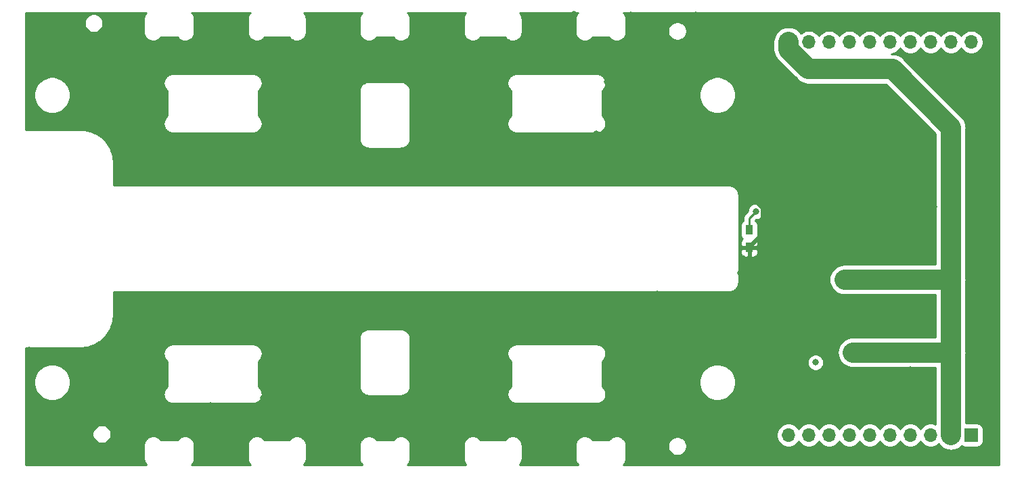
<source format=gbl>
G04 #@! TF.GenerationSoftware,KiCad,Pcbnew,(5.1.6-0-10_14)*
G04 #@! TF.CreationDate,2021-08-31T06:43:47+09:00*
G04 #@! TF.ProjectId,photo-single,70686f74-6f2d-4736-996e-676c652e6b69,rev?*
G04 #@! TF.SameCoordinates,Original*
G04 #@! TF.FileFunction,Copper,L2,Bot*
G04 #@! TF.FilePolarity,Positive*
%FSLAX46Y46*%
G04 Gerber Fmt 4.6, Leading zero omitted, Abs format (unit mm)*
G04 Created by KiCad (PCBNEW (5.1.6-0-10_14)) date 2021-08-31 06:43:47*
%MOMM*%
%LPD*%
G01*
G04 APERTURE LIST*
G04 #@! TA.AperFunction,SMDPad,CuDef*
%ADD10R,0.900000X1.200000*%
G04 #@! TD*
G04 #@! TA.AperFunction,ComponentPad*
%ADD11R,1.700000X1.700000*%
G04 #@! TD*
G04 #@! TA.AperFunction,ComponentPad*
%ADD12O,1.700000X1.700000*%
G04 #@! TD*
G04 #@! TA.AperFunction,ViaPad*
%ADD13C,0.800000*%
G04 #@! TD*
G04 #@! TA.AperFunction,Conductor*
%ADD14C,0.508000*%
G04 #@! TD*
G04 #@! TA.AperFunction,Conductor*
%ADD15C,2.540000*%
G04 #@! TD*
G04 #@! TA.AperFunction,Conductor*
%ADD16C,0.250000*%
G04 #@! TD*
G04 #@! TA.AperFunction,Conductor*
%ADD17C,0.254000*%
G04 #@! TD*
G04 APERTURE END LIST*
D10*
X176000000Y-98900000D03*
X176000000Y-101100000D03*
D11*
X180905000Y-75372000D03*
D12*
X183445000Y-75372000D03*
X185985000Y-75372000D03*
X188525000Y-75372000D03*
X191065000Y-75372000D03*
X193605000Y-75372000D03*
X196145000Y-75372000D03*
X198685000Y-75372000D03*
X201225000Y-75372000D03*
X203765000Y-75372000D03*
X180905000Y-124628000D03*
X183445000Y-124628000D03*
X185985000Y-124628000D03*
X188525000Y-124628000D03*
X191065000Y-124628000D03*
X193605000Y-124628000D03*
X196145000Y-124628000D03*
X198685000Y-124628000D03*
X201225000Y-124628000D03*
D11*
X203765000Y-124628000D03*
D13*
X175380000Y-102990000D03*
X184584998Y-105904268D03*
X182910000Y-117680000D03*
X165340000Y-107940000D03*
X166260000Y-92490000D03*
X187450000Y-96180000D03*
X85940000Y-85930000D03*
X85810000Y-79280000D03*
X85890000Y-72890000D03*
X88650000Y-75730000D03*
X91750000Y-79320000D03*
X91930000Y-72670000D03*
X91840000Y-85750000D03*
X95120000Y-82600000D03*
X98580000Y-79450000D03*
X98490000Y-72580000D03*
X98490000Y-72580000D03*
X95560000Y-75730000D03*
X101680000Y-82380000D03*
X98320000Y-85970000D03*
X103260000Y-89860000D03*
X99950000Y-90980000D03*
X108930000Y-90930000D03*
X117910000Y-90870000D03*
X126900000Y-90870000D03*
X135930000Y-90860000D03*
X144920000Y-90870000D03*
X153890000Y-90840000D03*
X162930000Y-90850000D03*
X103600000Y-92440000D03*
X112220000Y-92850000D03*
X121450000Y-92810000D03*
X130110000Y-92690000D03*
X139470000Y-92790000D03*
X148400000Y-92950000D03*
X157900000Y-92720000D03*
X157800000Y-90360000D03*
X148420000Y-90240000D03*
X139500000Y-89510000D03*
X130180000Y-89100000D03*
X121450000Y-89180000D03*
X112340000Y-89810000D03*
X102050000Y-86010000D03*
X102610000Y-75790000D03*
X107580000Y-72610000D03*
X112700000Y-72590000D03*
X109590000Y-76710000D03*
X105740000Y-78650000D03*
X113870000Y-78910000D03*
X116680000Y-75320000D03*
X121240000Y-72340000D03*
X126240000Y-72240000D03*
X123960000Y-75010000D03*
X120560000Y-78210000D03*
X116480000Y-80500000D03*
X115710000Y-84480000D03*
X122260000Y-84580000D03*
X129590000Y-79810000D03*
X132650000Y-79810000D03*
X134250000Y-72170000D03*
X139610000Y-74380000D03*
X136730000Y-73450000D03*
X139610000Y-72110000D03*
X134080000Y-74410000D03*
X135650000Y-80540000D03*
X135370000Y-86530000D03*
X138500000Y-83500000D03*
X145320000Y-80410000D03*
X145390000Y-86670000D03*
X142510000Y-83540000D03*
X140610000Y-80480000D03*
X140330000Y-86630000D03*
X145790000Y-83410000D03*
X135480000Y-83440000D03*
X149410000Y-87510000D03*
X156860000Y-86890000D03*
X162880000Y-85110000D03*
X158240000Y-80320000D03*
X157970000Y-83080000D03*
X160430000Y-83470000D03*
X158720000Y-85510000D03*
X148050000Y-72080000D03*
X154110000Y-71900000D03*
X154020000Y-74290000D03*
X148350000Y-74420000D03*
X150760000Y-73180000D03*
X161190000Y-71940000D03*
X161090000Y-74940000D03*
X164830000Y-78450000D03*
X168080000Y-82080000D03*
X171710000Y-85350000D03*
X178060000Y-85430000D03*
X179640000Y-86150000D03*
X183600000Y-86460000D03*
X164870000Y-73750000D03*
X169340000Y-71930000D03*
X168470000Y-75840000D03*
X169510000Y-78500000D03*
X173610000Y-72320000D03*
X172940000Y-75740000D03*
X174360000Y-80180000D03*
X175740000Y-83340000D03*
X180660000Y-81830000D03*
X185130000Y-83220000D03*
X190110000Y-81860000D03*
X184830000Y-81220000D03*
X179680000Y-78710000D03*
X177240000Y-75330000D03*
X180190000Y-72470000D03*
X186280000Y-72510000D03*
X194410000Y-72510000D03*
X201760000Y-72550000D03*
X206300000Y-72500000D03*
X206300000Y-77200000D03*
X199910000Y-80460000D03*
X203830000Y-79530000D03*
X202310000Y-83640000D03*
X206370000Y-83680000D03*
X204650000Y-87530000D03*
X203760000Y-93350000D03*
X206420000Y-90980000D03*
X203910000Y-97990000D03*
X206230000Y-95970000D03*
X203570000Y-103590000D03*
X206190000Y-101180000D03*
X203640000Y-108710000D03*
X206330000Y-106280000D03*
X203640000Y-113480000D03*
X206260000Y-111120000D03*
X203500000Y-119120000D03*
X206240000Y-115890000D03*
X204810000Y-121800000D03*
X206520000Y-119840000D03*
X206380000Y-127580000D03*
X206630000Y-124100000D03*
X202150000Y-127500000D03*
X196160000Y-127760000D03*
X189400000Y-127690000D03*
X183930000Y-127500000D03*
X178330000Y-127630000D03*
X168490000Y-127600000D03*
X173150000Y-124830000D03*
X168690000Y-121910000D03*
X178540000Y-121870000D03*
X178350000Y-115460000D03*
X181710000Y-110490000D03*
X181000000Y-122770000D03*
X184820000Y-119160000D03*
X180710000Y-117970000D03*
X172740000Y-114340000D03*
X168790000Y-117680000D03*
X174380000Y-119840000D03*
X161960000Y-124030000D03*
X161250000Y-127460000D03*
X165470000Y-121210000D03*
X166140000Y-124810000D03*
X178250000Y-124570000D03*
X147890000Y-125380000D03*
X153840000Y-125380000D03*
X153840000Y-127940000D03*
X147980000Y-127990000D03*
X150800000Y-126810000D03*
X158310000Y-118870000D03*
X163090000Y-114610000D03*
X158400000Y-113920000D03*
X160220000Y-116390000D03*
X145330000Y-119520000D03*
X145500000Y-113660000D03*
X135430000Y-113430000D03*
X135430000Y-118380000D03*
X140250000Y-119640000D03*
X138030000Y-115860000D03*
X140850000Y-113170000D03*
X143290000Y-116680000D03*
X140890000Y-110040000D03*
X137900000Y-109960000D03*
X162070000Y-109110000D03*
X153070000Y-109120000D03*
X144120000Y-109180000D03*
X135120000Y-109110000D03*
X126150000Y-109120000D03*
X116940000Y-109120000D03*
X107870000Y-109170000D03*
X103320000Y-107060000D03*
X112760000Y-107270000D03*
X121260000Y-107190000D03*
X130670000Y-107250000D03*
X139810000Y-107220000D03*
X148560000Y-107330000D03*
X157850000Y-107290000D03*
X157510000Y-109770000D03*
X122900000Y-115180000D03*
X115450000Y-115280000D03*
X115190000Y-119990000D03*
X122710000Y-119800000D03*
X118690000Y-117500000D03*
X95950000Y-112820000D03*
X85880000Y-113950000D03*
X93000000Y-114260000D03*
X85810000Y-120840000D03*
X93190000Y-120580000D03*
X89480000Y-115280000D03*
X89360000Y-121110000D03*
X85920000Y-124360000D03*
X85810000Y-127890000D03*
X89920000Y-127820000D03*
X95820000Y-127890000D03*
X90180000Y-124520000D03*
X96270000Y-117290000D03*
X98360000Y-121760000D03*
X99830000Y-127330000D03*
X102260000Y-114630000D03*
X101360000Y-118580000D03*
X103690000Y-122760000D03*
X98120000Y-124950000D03*
X108630000Y-120910000D03*
X107110000Y-127710000D03*
X106920000Y-124280000D03*
X112960000Y-124330000D03*
X113010000Y-127470000D03*
X109920000Y-126040000D03*
X118900000Y-123090000D03*
X120680000Y-125210000D03*
X127180000Y-125180000D03*
X121050000Y-128050000D03*
X126840000Y-127990000D03*
X123970000Y-126540000D03*
X123470000Y-122810000D03*
X132650000Y-123680000D03*
X134020000Y-127970000D03*
X139690000Y-125660000D03*
X139790000Y-127970000D03*
X134290000Y-125730000D03*
X137070000Y-126900000D03*
X175100000Y-95390000D03*
X174860000Y-104320000D03*
X187980000Y-86550000D03*
X188160000Y-92500000D03*
X187860000Y-98670000D03*
X187800000Y-102510000D03*
X191340000Y-102510000D03*
X191460000Y-96460000D03*
X191220000Y-90880000D03*
X190860000Y-86580000D03*
X188100000Y-89760000D03*
X189300000Y-94610000D03*
X197040000Y-85610000D03*
X198990000Y-88940000D03*
X197160000Y-92200000D03*
X199090000Y-96000000D03*
X197220000Y-99040000D03*
X198930000Y-102340000D03*
X193960000Y-110400000D03*
X198550000Y-107540000D03*
X198330000Y-112020000D03*
X196170000Y-116450000D03*
X198660000Y-120390000D03*
X101370000Y-107980000D03*
X110500000Y-107980000D03*
X119360000Y-107990000D03*
X128330000Y-107980000D03*
X137410000Y-107970000D03*
X146410000Y-107990000D03*
X155350000Y-108000000D03*
X164480000Y-106900000D03*
X188600000Y-114850000D03*
X187905000Y-105135000D03*
X184290000Y-115520000D03*
X176822653Y-96592653D03*
D14*
X175380000Y-102990000D02*
X178290000Y-105900000D01*
X184580730Y-105900000D02*
X184584998Y-105904268D01*
X182910000Y-106130000D02*
X183140000Y-105900000D01*
X182910000Y-117680000D02*
X182910000Y-106130000D01*
X183140000Y-105900000D02*
X184580730Y-105900000D01*
X178290000Y-105900000D02*
X183140000Y-105900000D01*
X176250000Y-107940000D02*
X178290000Y-105900000D01*
X165340000Y-107940000D02*
X176250000Y-107940000D01*
X177676654Y-99423346D02*
X176000000Y-101100000D01*
X177676654Y-96182732D02*
X177676654Y-99423346D01*
X173983922Y-92490000D02*
X177676654Y-96182732D01*
X166260000Y-92490000D02*
X173983922Y-92490000D01*
X187447268Y-96182732D02*
X187450000Y-96180000D01*
X177676654Y-96182732D02*
X187447268Y-96182732D01*
D15*
X180905000Y-76265602D02*
X183399398Y-78760000D01*
X180905000Y-75372000D02*
X180905000Y-76265602D01*
X183399398Y-78760000D02*
X193910000Y-78760000D01*
X193910000Y-78760000D02*
X201225000Y-86075000D01*
X201225000Y-114255000D02*
X188945000Y-114255000D01*
X201225000Y-114255000D02*
X201225000Y-124628000D01*
D14*
X188945000Y-114505000D02*
X188600000Y-114850000D01*
X188945000Y-114255000D02*
X188945000Y-114505000D01*
D15*
X201225000Y-105135000D02*
X188935000Y-105135000D01*
X201225000Y-86075000D02*
X201225000Y-105135000D01*
X201225000Y-105135000D02*
X201225000Y-114255000D01*
D14*
X188595000Y-105135000D02*
X188420000Y-105310000D01*
X188935000Y-105135000D02*
X188595000Y-105135000D01*
D15*
X187905000Y-105135000D02*
X188935000Y-105135000D01*
D16*
X176000000Y-97415306D02*
X176000000Y-98900000D01*
X176822653Y-96592653D02*
X176000000Y-97415306D01*
D17*
G36*
X100534528Y-71709119D02*
G01*
X100528431Y-71716488D01*
X100466756Y-71792109D01*
X100432418Y-71843790D01*
X100397317Y-71895055D01*
X100392768Y-71903468D01*
X100346956Y-71989629D01*
X100323292Y-72047045D01*
X100298842Y-72104088D01*
X100296014Y-72113224D01*
X100267809Y-72206642D01*
X100255748Y-72267554D01*
X100242841Y-72328278D01*
X100241841Y-72337790D01*
X100232319Y-72434908D01*
X100232319Y-72434922D01*
X100229051Y-72468102D01*
X100229050Y-74135395D01*
X100232134Y-74166702D01*
X100232117Y-74171451D01*
X100233084Y-74180966D01*
X100237952Y-74225778D01*
X100238962Y-74236031D01*
X100239124Y-74236565D01*
X100243623Y-74277979D01*
X100256321Y-74338761D01*
X100268167Y-74399700D01*
X100270963Y-74408847D01*
X100300145Y-74501964D01*
X100324412Y-74559132D01*
X100347860Y-74616589D01*
X100352379Y-74625019D01*
X100399092Y-74710695D01*
X100433981Y-74762032D01*
X100468164Y-74813874D01*
X100474235Y-74821265D01*
X100536699Y-74896237D01*
X100580890Y-74939815D01*
X100624502Y-74984040D01*
X100631893Y-74990111D01*
X100707729Y-75051521D01*
X100759585Y-75085713D01*
X100810903Y-75120589D01*
X100819332Y-75125109D01*
X100819337Y-75125111D01*
X100819339Y-75125113D01*
X100819342Y-75125114D01*
X100905652Y-75170621D01*
X100963147Y-75194085D01*
X101020289Y-75218340D01*
X101029436Y-75221137D01*
X101122952Y-75249015D01*
X101183931Y-75260868D01*
X101244669Y-75273556D01*
X101254184Y-75274523D01*
X101351334Y-75283706D01*
X101413435Y-75283489D01*
X101475495Y-75284139D01*
X101485017Y-75283240D01*
X101582101Y-75273378D01*
X101642952Y-75261109D01*
X101703991Y-75249685D01*
X101713157Y-75246953D01*
X101806476Y-75218422D01*
X101863798Y-75194561D01*
X101921436Y-75171507D01*
X101929894Y-75167047D01*
X101929899Y-75167045D01*
X101929904Y-75167042D01*
X102015897Y-75120933D01*
X102067483Y-75086399D01*
X102119555Y-75052583D01*
X102126988Y-75046564D01*
X102202393Y-74984625D01*
X102202397Y-74984621D01*
X102228180Y-74963462D01*
X102404893Y-74786749D01*
X104423209Y-74786749D01*
X104599921Y-74963461D01*
X104624233Y-74983413D01*
X104627582Y-74986786D01*
X104634993Y-74992831D01*
X104670227Y-75021160D01*
X104678090Y-75027613D01*
X104678576Y-75027873D01*
X104711043Y-75053977D01*
X104763013Y-75087985D01*
X104814466Y-75122690D01*
X104822911Y-75127181D01*
X104909390Y-75172391D01*
X104966942Y-75195643D01*
X105024184Y-75219706D01*
X105033340Y-75222470D01*
X105126952Y-75250022D01*
X105187943Y-75261657D01*
X105248759Y-75274140D01*
X105258277Y-75275074D01*
X105355460Y-75283918D01*
X105417542Y-75283484D01*
X105479623Y-75283918D01*
X105489142Y-75282985D01*
X105586190Y-75272785D01*
X105647040Y-75260294D01*
X105707992Y-75248667D01*
X105717146Y-75245904D01*
X105717152Y-75245902D01*
X105810367Y-75217047D01*
X105867583Y-75192995D01*
X105925169Y-75169729D01*
X105933614Y-75165239D01*
X106019451Y-75118826D01*
X106070917Y-75084111D01*
X106122871Y-75050113D01*
X106130282Y-75044069D01*
X106205471Y-74981867D01*
X106249212Y-74937819D01*
X106293572Y-74894380D01*
X106299668Y-74887010D01*
X106299673Y-74887005D01*
X106299677Y-74886999D01*
X106361344Y-74811389D01*
X106395682Y-74759708D01*
X106430783Y-74708443D01*
X106435332Y-74700030D01*
X106481144Y-74613869D01*
X106504808Y-74556453D01*
X106529258Y-74499410D01*
X106532086Y-74490274D01*
X106560291Y-74396856D01*
X106572353Y-74335936D01*
X106585259Y-74275219D01*
X106586259Y-74265707D01*
X106595781Y-74168590D01*
X106595781Y-74168586D01*
X106599050Y-74135396D01*
X106599050Y-72468102D01*
X106595966Y-72436795D01*
X106595983Y-72432049D01*
X106595016Y-72422534D01*
X106590152Y-72377756D01*
X106589138Y-72367466D01*
X106588975Y-72366930D01*
X106584477Y-72325522D01*
X106571779Y-72264739D01*
X106559935Y-72203808D01*
X106557139Y-72194661D01*
X106527958Y-72101544D01*
X106503701Y-72044398D01*
X106480241Y-71986910D01*
X106475722Y-71978481D01*
X106429010Y-71892804D01*
X106394103Y-71841440D01*
X106359937Y-71789625D01*
X106353867Y-71782234D01*
X106291402Y-71707262D01*
X106268827Y-71685000D01*
X113559158Y-71685000D01*
X113534528Y-71709119D01*
X113528431Y-71716488D01*
X113466756Y-71792109D01*
X113432418Y-71843790D01*
X113397317Y-71895055D01*
X113392768Y-71903468D01*
X113346956Y-71989629D01*
X113323292Y-72047045D01*
X113298842Y-72104088D01*
X113296014Y-72113224D01*
X113267809Y-72206642D01*
X113255748Y-72267554D01*
X113242841Y-72328278D01*
X113241841Y-72337790D01*
X113232319Y-72434908D01*
X113232319Y-72434922D01*
X113229051Y-72468102D01*
X113229050Y-74135395D01*
X113232134Y-74166702D01*
X113232117Y-74171451D01*
X113233084Y-74180966D01*
X113237952Y-74225778D01*
X113238962Y-74236031D01*
X113239124Y-74236565D01*
X113243623Y-74277979D01*
X113256321Y-74338761D01*
X113268167Y-74399700D01*
X113270963Y-74408847D01*
X113300145Y-74501964D01*
X113324412Y-74559132D01*
X113347860Y-74616589D01*
X113352379Y-74625019D01*
X113399092Y-74710695D01*
X113433981Y-74762032D01*
X113468164Y-74813874D01*
X113474235Y-74821265D01*
X113536699Y-74896237D01*
X113580890Y-74939815D01*
X113624502Y-74984040D01*
X113631893Y-74990111D01*
X113707729Y-75051521D01*
X113759585Y-75085713D01*
X113810903Y-75120589D01*
X113819332Y-75125109D01*
X113819337Y-75125111D01*
X113819339Y-75125113D01*
X113819342Y-75125114D01*
X113905652Y-75170621D01*
X113963147Y-75194085D01*
X114020289Y-75218340D01*
X114029436Y-75221137D01*
X114122952Y-75249015D01*
X114183931Y-75260868D01*
X114244669Y-75273556D01*
X114254184Y-75274523D01*
X114351334Y-75283706D01*
X114413435Y-75283489D01*
X114475495Y-75284139D01*
X114485017Y-75283240D01*
X114582101Y-75273378D01*
X114642952Y-75261109D01*
X114703991Y-75249685D01*
X114713157Y-75246953D01*
X114806476Y-75218422D01*
X114863798Y-75194561D01*
X114921436Y-75171507D01*
X114929894Y-75167047D01*
X114929899Y-75167045D01*
X114929904Y-75167042D01*
X115015897Y-75120933D01*
X115067483Y-75086399D01*
X115119555Y-75052583D01*
X115126988Y-75046564D01*
X115202393Y-74984625D01*
X115202397Y-74984621D01*
X115228180Y-74963462D01*
X115404893Y-74786749D01*
X118423209Y-74786749D01*
X118599921Y-74963461D01*
X118624233Y-74983413D01*
X118627582Y-74986786D01*
X118634993Y-74992831D01*
X118670227Y-75021160D01*
X118678090Y-75027613D01*
X118678576Y-75027873D01*
X118711043Y-75053977D01*
X118763013Y-75087985D01*
X118814466Y-75122690D01*
X118822911Y-75127181D01*
X118909390Y-75172391D01*
X118966942Y-75195643D01*
X119024184Y-75219706D01*
X119033340Y-75222470D01*
X119126952Y-75250022D01*
X119187943Y-75261657D01*
X119248759Y-75274140D01*
X119258277Y-75275074D01*
X119355460Y-75283918D01*
X119417542Y-75283484D01*
X119479623Y-75283918D01*
X119489142Y-75282985D01*
X119586190Y-75272785D01*
X119647040Y-75260294D01*
X119707992Y-75248667D01*
X119717146Y-75245904D01*
X119717152Y-75245902D01*
X119810367Y-75217047D01*
X119867583Y-75192995D01*
X119925169Y-75169729D01*
X119933614Y-75165239D01*
X120019451Y-75118826D01*
X120070917Y-75084111D01*
X120122871Y-75050113D01*
X120130282Y-75044069D01*
X120205471Y-74981867D01*
X120249212Y-74937819D01*
X120293572Y-74894380D01*
X120299668Y-74887010D01*
X120299673Y-74887005D01*
X120299677Y-74886999D01*
X120361344Y-74811389D01*
X120395682Y-74759708D01*
X120430783Y-74708443D01*
X120435332Y-74700030D01*
X120481144Y-74613869D01*
X120504808Y-74556453D01*
X120529258Y-74499410D01*
X120532086Y-74490274D01*
X120560291Y-74396856D01*
X120572353Y-74335936D01*
X120585259Y-74275219D01*
X120586259Y-74265707D01*
X120595781Y-74168590D01*
X120595781Y-74168586D01*
X120599050Y-74135396D01*
X120599050Y-72468102D01*
X120595966Y-72436795D01*
X120595983Y-72432049D01*
X120595016Y-72422534D01*
X120590152Y-72377756D01*
X120589138Y-72367466D01*
X120588975Y-72366930D01*
X120584477Y-72325522D01*
X120571779Y-72264739D01*
X120559935Y-72203808D01*
X120557139Y-72194661D01*
X120527958Y-72101544D01*
X120503701Y-72044398D01*
X120480241Y-71986910D01*
X120475722Y-71978481D01*
X120429010Y-71892804D01*
X120394103Y-71841440D01*
X120359937Y-71789625D01*
X120353867Y-71782234D01*
X120291402Y-71707262D01*
X120268827Y-71685000D01*
X127559158Y-71685000D01*
X127534528Y-71709119D01*
X127528431Y-71716488D01*
X127466756Y-71792109D01*
X127432418Y-71843790D01*
X127397317Y-71895055D01*
X127392768Y-71903468D01*
X127346956Y-71989629D01*
X127323292Y-72047045D01*
X127298842Y-72104088D01*
X127296014Y-72113224D01*
X127267809Y-72206642D01*
X127255748Y-72267554D01*
X127242841Y-72328278D01*
X127241841Y-72337790D01*
X127232319Y-72434908D01*
X127232319Y-72434922D01*
X127229051Y-72468102D01*
X127229050Y-74135395D01*
X127232134Y-74166702D01*
X127232117Y-74171451D01*
X127233084Y-74180966D01*
X127237952Y-74225778D01*
X127238962Y-74236031D01*
X127239124Y-74236565D01*
X127243623Y-74277979D01*
X127256321Y-74338761D01*
X127268167Y-74399700D01*
X127270963Y-74408847D01*
X127300145Y-74501964D01*
X127324412Y-74559132D01*
X127347860Y-74616589D01*
X127352379Y-74625019D01*
X127399092Y-74710695D01*
X127433981Y-74762032D01*
X127468164Y-74813874D01*
X127474235Y-74821265D01*
X127536699Y-74896237D01*
X127580890Y-74939815D01*
X127624502Y-74984040D01*
X127631893Y-74990111D01*
X127707729Y-75051521D01*
X127759585Y-75085713D01*
X127810903Y-75120589D01*
X127819332Y-75125109D01*
X127819337Y-75125111D01*
X127819339Y-75125113D01*
X127819342Y-75125114D01*
X127905652Y-75170621D01*
X127963147Y-75194085D01*
X128020289Y-75218340D01*
X128029436Y-75221137D01*
X128122952Y-75249015D01*
X128183931Y-75260868D01*
X128244669Y-75273556D01*
X128254184Y-75274523D01*
X128351334Y-75283706D01*
X128413435Y-75283489D01*
X128475495Y-75284139D01*
X128485017Y-75283240D01*
X128582101Y-75273378D01*
X128642952Y-75261109D01*
X128703991Y-75249685D01*
X128713157Y-75246953D01*
X128806476Y-75218422D01*
X128863798Y-75194561D01*
X128921436Y-75171507D01*
X128929894Y-75167047D01*
X128929899Y-75167045D01*
X128929904Y-75167042D01*
X129015897Y-75120933D01*
X129067483Y-75086399D01*
X129119555Y-75052583D01*
X129126988Y-75046564D01*
X129202393Y-74984625D01*
X129202397Y-74984621D01*
X129228180Y-74963462D01*
X129404893Y-74786749D01*
X131423209Y-74786749D01*
X131599921Y-74963461D01*
X131624233Y-74983413D01*
X131627582Y-74986786D01*
X131634993Y-74992831D01*
X131670227Y-75021160D01*
X131678090Y-75027613D01*
X131678576Y-75027873D01*
X131711043Y-75053977D01*
X131763013Y-75087985D01*
X131814466Y-75122690D01*
X131822911Y-75127181D01*
X131909390Y-75172391D01*
X131966942Y-75195643D01*
X132024184Y-75219706D01*
X132033340Y-75222470D01*
X132126952Y-75250022D01*
X132187943Y-75261657D01*
X132248759Y-75274140D01*
X132258277Y-75275074D01*
X132355460Y-75283918D01*
X132417542Y-75283484D01*
X132479623Y-75283918D01*
X132489142Y-75282985D01*
X132586190Y-75272785D01*
X132647040Y-75260294D01*
X132707992Y-75248667D01*
X132717146Y-75245904D01*
X132717152Y-75245902D01*
X132810367Y-75217047D01*
X132867583Y-75192995D01*
X132925169Y-75169729D01*
X132933614Y-75165239D01*
X133019451Y-75118826D01*
X133070917Y-75084111D01*
X133122871Y-75050113D01*
X133130282Y-75044069D01*
X133205471Y-74981867D01*
X133249212Y-74937819D01*
X133293572Y-74894380D01*
X133299668Y-74887010D01*
X133299673Y-74887005D01*
X133299677Y-74886999D01*
X133361344Y-74811389D01*
X133395682Y-74759708D01*
X133430783Y-74708443D01*
X133435332Y-74700030D01*
X133481144Y-74613869D01*
X133504808Y-74556453D01*
X133529258Y-74499410D01*
X133532086Y-74490274D01*
X133560291Y-74396856D01*
X133572353Y-74335936D01*
X133585259Y-74275219D01*
X133586259Y-74265707D01*
X133595781Y-74168590D01*
X133595781Y-74168586D01*
X133599050Y-74135396D01*
X133599050Y-72468102D01*
X133595966Y-72436795D01*
X133595983Y-72432049D01*
X133595016Y-72422534D01*
X133590152Y-72377756D01*
X133589138Y-72367466D01*
X133588975Y-72366930D01*
X133584477Y-72325522D01*
X133571779Y-72264739D01*
X133559935Y-72203808D01*
X133557139Y-72194661D01*
X133527958Y-72101544D01*
X133503701Y-72044398D01*
X133480241Y-71986910D01*
X133475722Y-71978481D01*
X133429010Y-71892804D01*
X133394103Y-71841440D01*
X133359937Y-71789625D01*
X133353867Y-71782234D01*
X133291402Y-71707262D01*
X133268827Y-71685000D01*
X140559158Y-71685000D01*
X140534528Y-71709119D01*
X140528431Y-71716488D01*
X140466756Y-71792109D01*
X140432418Y-71843790D01*
X140397317Y-71895055D01*
X140392768Y-71903468D01*
X140346956Y-71989629D01*
X140323292Y-72047045D01*
X140298842Y-72104088D01*
X140296014Y-72113224D01*
X140267809Y-72206642D01*
X140255748Y-72267554D01*
X140242841Y-72328278D01*
X140241841Y-72337790D01*
X140232319Y-72434908D01*
X140232319Y-72434922D01*
X140229051Y-72468102D01*
X140229050Y-74135395D01*
X140232134Y-74166702D01*
X140232117Y-74171451D01*
X140233084Y-74180966D01*
X140237952Y-74225778D01*
X140238962Y-74236031D01*
X140239124Y-74236565D01*
X140243623Y-74277979D01*
X140256321Y-74338761D01*
X140268167Y-74399700D01*
X140270963Y-74408847D01*
X140300145Y-74501964D01*
X140324412Y-74559132D01*
X140347860Y-74616589D01*
X140352379Y-74625019D01*
X140399092Y-74710695D01*
X140433981Y-74762032D01*
X140468164Y-74813874D01*
X140474235Y-74821265D01*
X140536699Y-74896237D01*
X140580890Y-74939815D01*
X140624502Y-74984040D01*
X140631893Y-74990111D01*
X140707729Y-75051521D01*
X140759585Y-75085713D01*
X140810903Y-75120589D01*
X140819332Y-75125109D01*
X140819337Y-75125111D01*
X140819339Y-75125113D01*
X140819342Y-75125114D01*
X140905652Y-75170621D01*
X140963147Y-75194085D01*
X141020289Y-75218340D01*
X141029436Y-75221137D01*
X141122952Y-75249015D01*
X141183931Y-75260868D01*
X141244669Y-75273556D01*
X141254184Y-75274523D01*
X141351334Y-75283706D01*
X141413435Y-75283489D01*
X141475495Y-75284139D01*
X141485017Y-75283240D01*
X141582101Y-75273378D01*
X141642952Y-75261109D01*
X141703991Y-75249685D01*
X141713157Y-75246953D01*
X141806476Y-75218422D01*
X141863798Y-75194561D01*
X141921436Y-75171507D01*
X141929894Y-75167047D01*
X141929899Y-75167045D01*
X141929904Y-75167042D01*
X142015897Y-75120933D01*
X142067483Y-75086399D01*
X142119555Y-75052583D01*
X142126988Y-75046564D01*
X142202393Y-74984625D01*
X142202397Y-74984621D01*
X142228180Y-74963462D01*
X142404893Y-74786749D01*
X145423209Y-74786749D01*
X145599921Y-74963461D01*
X145624233Y-74983413D01*
X145627582Y-74986786D01*
X145634993Y-74992831D01*
X145670227Y-75021160D01*
X145678090Y-75027613D01*
X145678576Y-75027873D01*
X145711043Y-75053977D01*
X145763013Y-75087985D01*
X145814466Y-75122690D01*
X145822911Y-75127181D01*
X145909390Y-75172391D01*
X145966942Y-75195643D01*
X146024184Y-75219706D01*
X146033340Y-75222470D01*
X146126952Y-75250022D01*
X146187943Y-75261657D01*
X146248759Y-75274140D01*
X146258277Y-75275074D01*
X146355460Y-75283918D01*
X146417542Y-75283484D01*
X146479623Y-75283918D01*
X146489142Y-75282985D01*
X146586190Y-75272785D01*
X146647040Y-75260294D01*
X146707992Y-75248667D01*
X146717146Y-75245904D01*
X146717152Y-75245902D01*
X146810367Y-75217047D01*
X146867583Y-75192995D01*
X146925169Y-75169729D01*
X146933614Y-75165239D01*
X147019451Y-75118826D01*
X147070917Y-75084111D01*
X147122871Y-75050113D01*
X147130282Y-75044069D01*
X147205471Y-74981867D01*
X147249212Y-74937819D01*
X147293572Y-74894380D01*
X147299668Y-74887010D01*
X147299673Y-74887005D01*
X147299677Y-74886999D01*
X147361344Y-74811389D01*
X147395682Y-74759708D01*
X147430783Y-74708443D01*
X147435332Y-74700030D01*
X147481144Y-74613869D01*
X147504808Y-74556453D01*
X147529258Y-74499410D01*
X147532086Y-74490274D01*
X147560291Y-74396856D01*
X147572353Y-74335936D01*
X147585259Y-74275219D01*
X147586259Y-74265707D01*
X147595781Y-74168590D01*
X147595781Y-74168586D01*
X147599050Y-74135396D01*
X147599050Y-72468102D01*
X147595966Y-72436795D01*
X147595983Y-72432049D01*
X147595016Y-72422534D01*
X147590152Y-72377756D01*
X147589138Y-72367466D01*
X147588975Y-72366930D01*
X147584477Y-72325522D01*
X147571779Y-72264739D01*
X147559935Y-72203808D01*
X147557139Y-72194661D01*
X147527958Y-72101544D01*
X147503701Y-72044398D01*
X147480241Y-71986910D01*
X147475722Y-71978481D01*
X147429010Y-71892804D01*
X147394103Y-71841440D01*
X147359937Y-71789625D01*
X147353867Y-71782234D01*
X147291402Y-71707262D01*
X147268827Y-71685000D01*
X154559158Y-71685000D01*
X154534528Y-71709119D01*
X154528431Y-71716488D01*
X154466756Y-71792109D01*
X154432418Y-71843790D01*
X154397317Y-71895055D01*
X154392768Y-71903468D01*
X154346956Y-71989629D01*
X154323292Y-72047045D01*
X154298842Y-72104088D01*
X154296014Y-72113224D01*
X154267809Y-72206642D01*
X154255748Y-72267554D01*
X154242841Y-72328278D01*
X154241841Y-72337790D01*
X154232319Y-72434908D01*
X154232319Y-72434922D01*
X154229051Y-72468102D01*
X154229050Y-74135395D01*
X154232134Y-74166702D01*
X154232117Y-74171451D01*
X154233084Y-74180966D01*
X154237952Y-74225778D01*
X154238962Y-74236031D01*
X154239124Y-74236565D01*
X154243623Y-74277979D01*
X154256321Y-74338761D01*
X154268167Y-74399700D01*
X154270963Y-74408847D01*
X154300145Y-74501964D01*
X154324412Y-74559132D01*
X154347860Y-74616589D01*
X154352379Y-74625019D01*
X154399092Y-74710695D01*
X154433981Y-74762032D01*
X154468164Y-74813874D01*
X154474235Y-74821265D01*
X154536699Y-74896237D01*
X154580890Y-74939815D01*
X154624502Y-74984040D01*
X154631893Y-74990111D01*
X154707729Y-75051521D01*
X154759585Y-75085713D01*
X154810903Y-75120589D01*
X154819332Y-75125109D01*
X154819337Y-75125111D01*
X154819339Y-75125113D01*
X154819342Y-75125114D01*
X154905652Y-75170621D01*
X154963147Y-75194085D01*
X155020289Y-75218340D01*
X155029436Y-75221137D01*
X155122952Y-75249015D01*
X155183931Y-75260868D01*
X155244669Y-75273556D01*
X155254184Y-75274523D01*
X155351334Y-75283706D01*
X155413435Y-75283489D01*
X155475495Y-75284139D01*
X155485017Y-75283240D01*
X155582101Y-75273378D01*
X155642952Y-75261109D01*
X155703991Y-75249685D01*
X155713157Y-75246953D01*
X155806476Y-75218422D01*
X155863798Y-75194561D01*
X155921436Y-75171507D01*
X155929894Y-75167047D01*
X155929899Y-75167045D01*
X155929904Y-75167042D01*
X156015897Y-75120933D01*
X156067483Y-75086399D01*
X156119555Y-75052583D01*
X156126988Y-75046564D01*
X156202393Y-74984625D01*
X156202397Y-74984621D01*
X156228180Y-74963462D01*
X156404893Y-74786749D01*
X158423209Y-74786749D01*
X158599921Y-74963461D01*
X158624233Y-74983413D01*
X158627582Y-74986786D01*
X158634993Y-74992831D01*
X158670227Y-75021160D01*
X158678090Y-75027613D01*
X158678576Y-75027873D01*
X158711043Y-75053977D01*
X158763013Y-75087985D01*
X158814466Y-75122690D01*
X158822911Y-75127181D01*
X158909390Y-75172391D01*
X158966942Y-75195643D01*
X159024184Y-75219706D01*
X159033340Y-75222470D01*
X159126952Y-75250022D01*
X159187943Y-75261657D01*
X159248759Y-75274140D01*
X159258277Y-75275074D01*
X159355460Y-75283918D01*
X159417542Y-75283484D01*
X159479623Y-75283918D01*
X159489142Y-75282985D01*
X159586190Y-75272785D01*
X159647040Y-75260294D01*
X159707992Y-75248667D01*
X159717146Y-75245904D01*
X159717152Y-75245902D01*
X159810367Y-75217047D01*
X159867583Y-75192995D01*
X159925169Y-75169729D01*
X159933614Y-75165239D01*
X160019451Y-75118826D01*
X160070917Y-75084111D01*
X160122871Y-75050113D01*
X160130282Y-75044069D01*
X160205471Y-74981867D01*
X160249212Y-74937819D01*
X160293572Y-74894380D01*
X160299668Y-74887010D01*
X160299673Y-74887005D01*
X160299677Y-74886999D01*
X160361344Y-74811389D01*
X160395682Y-74759708D01*
X160430783Y-74708443D01*
X160435332Y-74700030D01*
X160481144Y-74613869D01*
X160504808Y-74556453D01*
X160529258Y-74499410D01*
X160532086Y-74490274D01*
X160560291Y-74396856D01*
X160572353Y-74335936D01*
X160585259Y-74275219D01*
X160586259Y-74265707D01*
X160595781Y-74168590D01*
X160595781Y-74168586D01*
X160599050Y-74135396D01*
X160599050Y-73884340D01*
X165825682Y-73884340D01*
X165825682Y-74115660D01*
X165870810Y-74342536D01*
X165959333Y-74556248D01*
X166087848Y-74748584D01*
X166251416Y-74912152D01*
X166443752Y-75040667D01*
X166657464Y-75129190D01*
X166884340Y-75174318D01*
X167115660Y-75174318D01*
X167342536Y-75129190D01*
X167556248Y-75040667D01*
X167748584Y-74912152D01*
X167912152Y-74748584D01*
X168040667Y-74556248D01*
X168129190Y-74342536D01*
X168174318Y-74115660D01*
X168174318Y-73884340D01*
X168129190Y-73657464D01*
X168040667Y-73443752D01*
X167912152Y-73251416D01*
X167748584Y-73087848D01*
X167556248Y-72959333D01*
X167342536Y-72870810D01*
X167115660Y-72825682D01*
X166884340Y-72825682D01*
X166657464Y-72870810D01*
X166443752Y-72959333D01*
X166251416Y-73087848D01*
X166087848Y-73251416D01*
X165959333Y-73443752D01*
X165870810Y-73657464D01*
X165825682Y-73884340D01*
X160599050Y-73884340D01*
X160599050Y-72468102D01*
X160595966Y-72436795D01*
X160595983Y-72432049D01*
X160595016Y-72422534D01*
X160590152Y-72377756D01*
X160589138Y-72367466D01*
X160588975Y-72366930D01*
X160584477Y-72325522D01*
X160571779Y-72264739D01*
X160559935Y-72203808D01*
X160557139Y-72194661D01*
X160527958Y-72101544D01*
X160503701Y-72044398D01*
X160480241Y-71986910D01*
X160475722Y-71978481D01*
X160429010Y-71892804D01*
X160394103Y-71841440D01*
X160359937Y-71789625D01*
X160353867Y-71782234D01*
X160291402Y-71707262D01*
X160268827Y-71685000D01*
X207214001Y-71685000D01*
X207214000Y-128315000D01*
X160268942Y-128315000D01*
X160293576Y-128290876D01*
X160299673Y-128283507D01*
X160361348Y-128207887D01*
X160395708Y-128156171D01*
X160430783Y-128104944D01*
X160435332Y-128096531D01*
X160481144Y-128010370D01*
X160504808Y-127952954D01*
X160529258Y-127895911D01*
X160532086Y-127886775D01*
X160560291Y-127793357D01*
X160572353Y-127732437D01*
X160585259Y-127671720D01*
X160586259Y-127662208D01*
X160595781Y-127565091D01*
X160595781Y-127565088D01*
X160599050Y-127531898D01*
X160599050Y-125884340D01*
X165825682Y-125884340D01*
X165825682Y-126115660D01*
X165870810Y-126342536D01*
X165959333Y-126556248D01*
X166087848Y-126748584D01*
X166251416Y-126912152D01*
X166443752Y-127040667D01*
X166657464Y-127129190D01*
X166884340Y-127174318D01*
X167115660Y-127174318D01*
X167342536Y-127129190D01*
X167556248Y-127040667D01*
X167748584Y-126912152D01*
X167912152Y-126748584D01*
X168040667Y-126556248D01*
X168129190Y-126342536D01*
X168174318Y-126115660D01*
X168174318Y-125884340D01*
X168129190Y-125657464D01*
X168040667Y-125443752D01*
X167912152Y-125251416D01*
X167748584Y-125087848D01*
X167556248Y-124959333D01*
X167342536Y-124870810D01*
X167115660Y-124825682D01*
X166884340Y-124825682D01*
X166657464Y-124870810D01*
X166443752Y-124959333D01*
X166251416Y-125087848D01*
X166087848Y-125251416D01*
X165959333Y-125443752D01*
X165870810Y-125657464D01*
X165825682Y-125884340D01*
X160599050Y-125884340D01*
X160599050Y-125864604D01*
X160595965Y-125833287D01*
X160595982Y-125828550D01*
X160595015Y-125819035D01*
X160590160Y-125774346D01*
X160589138Y-125763968D01*
X160588974Y-125763427D01*
X160584476Y-125722023D01*
X160571783Y-125661267D01*
X160559934Y-125600307D01*
X160557138Y-125591160D01*
X160527957Y-125498044D01*
X160503691Y-125440876D01*
X160480240Y-125383412D01*
X160475721Y-125374983D01*
X160429009Y-125289306D01*
X160394102Y-125237942D01*
X160359936Y-125186127D01*
X160353866Y-125178736D01*
X160291401Y-125103764D01*
X160247190Y-125060166D01*
X160203597Y-125015961D01*
X160196207Y-125009890D01*
X160120371Y-124948480D01*
X160068523Y-124914293D01*
X160017197Y-124879412D01*
X160008768Y-124874892D01*
X160008763Y-124874890D01*
X160008761Y-124874888D01*
X160008758Y-124874887D01*
X159922448Y-124829380D01*
X159864953Y-124805916D01*
X159807811Y-124781661D01*
X159798664Y-124778864D01*
X159705148Y-124750986D01*
X159644169Y-124739133D01*
X159583431Y-124726445D01*
X159573916Y-124725478D01*
X159476767Y-124716295D01*
X159414667Y-124716512D01*
X159352607Y-124715862D01*
X159343085Y-124716761D01*
X159246000Y-124726622D01*
X159185137Y-124738894D01*
X159124113Y-124750315D01*
X159114948Y-124753047D01*
X159021630Y-124781577D01*
X158964306Y-124805439D01*
X158906668Y-124828492D01*
X158898208Y-124832952D01*
X158812207Y-124879065D01*
X158760606Y-124913609D01*
X158708542Y-124947420D01*
X158701109Y-124953438D01*
X158625704Y-125015378D01*
X158625697Y-125015385D01*
X158599921Y-125036539D01*
X158423209Y-125213251D01*
X156404893Y-125213251D01*
X156228180Y-125036538D01*
X156203861Y-125016580D01*
X156200518Y-125013214D01*
X156193107Y-125007169D01*
X156157884Y-124978849D01*
X156150010Y-124972387D01*
X156149524Y-124972127D01*
X156117057Y-124946023D01*
X156065115Y-124912033D01*
X156013637Y-124877311D01*
X156005192Y-124872821D01*
X155918714Y-124827611D01*
X155861179Y-124804365D01*
X155803910Y-124780292D01*
X155794755Y-124777528D01*
X155701143Y-124749977D01*
X155640172Y-124738347D01*
X155579349Y-124725861D01*
X155569831Y-124724928D01*
X155569822Y-124724927D01*
X155569820Y-124724927D01*
X155472649Y-124716083D01*
X155410569Y-124716516D01*
X155348478Y-124716082D01*
X155338960Y-124717015D01*
X155241911Y-124727215D01*
X155181068Y-124739704D01*
X155120109Y-124751333D01*
X155110953Y-124754097D01*
X155017734Y-124782953D01*
X154960505Y-124807010D01*
X154902935Y-124830270D01*
X154894490Y-124834760D01*
X154808651Y-124881173D01*
X154757175Y-124915894D01*
X154705234Y-124949883D01*
X154697822Y-124955928D01*
X154622633Y-125018129D01*
X154578885Y-125062182D01*
X154534524Y-125105624D01*
X154528428Y-125112993D01*
X154466753Y-125188614D01*
X154432401Y-125240318D01*
X154397321Y-125291550D01*
X154392772Y-125299963D01*
X154346959Y-125386125D01*
X154323299Y-125443527D01*
X154298841Y-125500595D01*
X154296012Y-125509732D01*
X154267808Y-125603150D01*
X154255746Y-125664072D01*
X154242843Y-125724773D01*
X154241843Y-125734284D01*
X154232320Y-125831402D01*
X154229050Y-125864605D01*
X154229051Y-127531898D01*
X154232135Y-127563205D01*
X154232118Y-127567952D01*
X154233085Y-127577467D01*
X154237951Y-127622259D01*
X154238963Y-127632534D01*
X154239125Y-127633069D01*
X154243624Y-127674480D01*
X154256318Y-127735243D01*
X154268166Y-127796195D01*
X154270962Y-127805341D01*
X154300143Y-127898458D01*
X154324400Y-127955602D01*
X154347860Y-128013090D01*
X154352379Y-128021520D01*
X154399092Y-128107196D01*
X154433981Y-128158533D01*
X154468164Y-128210375D01*
X154474235Y-128217766D01*
X154536699Y-128292738D01*
X154559274Y-128315000D01*
X147268942Y-128315000D01*
X147293576Y-128290876D01*
X147299673Y-128283507D01*
X147361348Y-128207887D01*
X147395708Y-128156171D01*
X147430783Y-128104944D01*
X147435332Y-128096531D01*
X147481144Y-128010370D01*
X147504808Y-127952954D01*
X147529258Y-127895911D01*
X147532086Y-127886775D01*
X147560291Y-127793357D01*
X147572353Y-127732437D01*
X147585259Y-127671720D01*
X147586259Y-127662208D01*
X147595781Y-127565091D01*
X147595781Y-127565088D01*
X147599050Y-127531898D01*
X147599050Y-125864604D01*
X147595965Y-125833287D01*
X147595982Y-125828550D01*
X147595015Y-125819035D01*
X147590160Y-125774346D01*
X147589138Y-125763968D01*
X147588974Y-125763427D01*
X147584476Y-125722023D01*
X147571783Y-125661267D01*
X147559934Y-125600307D01*
X147557138Y-125591160D01*
X147527957Y-125498044D01*
X147503691Y-125440876D01*
X147480240Y-125383412D01*
X147475721Y-125374983D01*
X147429009Y-125289306D01*
X147394102Y-125237942D01*
X147359936Y-125186127D01*
X147353866Y-125178736D01*
X147291401Y-125103764D01*
X147247190Y-125060166D01*
X147203597Y-125015961D01*
X147196207Y-125009890D01*
X147120371Y-124948480D01*
X147068523Y-124914293D01*
X147017197Y-124879412D01*
X147008768Y-124874892D01*
X147008763Y-124874890D01*
X147008761Y-124874888D01*
X147008758Y-124874887D01*
X146922448Y-124829380D01*
X146864953Y-124805916D01*
X146807811Y-124781661D01*
X146798664Y-124778864D01*
X146705148Y-124750986D01*
X146644169Y-124739133D01*
X146583431Y-124726445D01*
X146573916Y-124725478D01*
X146476767Y-124716295D01*
X146414667Y-124716512D01*
X146352607Y-124715862D01*
X146343085Y-124716761D01*
X146246000Y-124726622D01*
X146185137Y-124738894D01*
X146124113Y-124750315D01*
X146114948Y-124753047D01*
X146021630Y-124781577D01*
X145964306Y-124805439D01*
X145906668Y-124828492D01*
X145898208Y-124832952D01*
X145812207Y-124879065D01*
X145760606Y-124913609D01*
X145708542Y-124947420D01*
X145701109Y-124953438D01*
X145625704Y-125015378D01*
X145625697Y-125015385D01*
X145599921Y-125036539D01*
X145423209Y-125213251D01*
X142404893Y-125213251D01*
X142228180Y-125036538D01*
X142203861Y-125016580D01*
X142200518Y-125013214D01*
X142193107Y-125007169D01*
X142157884Y-124978849D01*
X142150010Y-124972387D01*
X142149524Y-124972127D01*
X142117057Y-124946023D01*
X142065115Y-124912033D01*
X142013637Y-124877311D01*
X142005192Y-124872821D01*
X141918714Y-124827611D01*
X141861179Y-124804365D01*
X141803910Y-124780292D01*
X141794755Y-124777528D01*
X141701143Y-124749977D01*
X141640172Y-124738347D01*
X141579349Y-124725861D01*
X141569831Y-124724928D01*
X141569822Y-124724927D01*
X141569820Y-124724927D01*
X141472649Y-124716083D01*
X141410569Y-124716516D01*
X141348478Y-124716082D01*
X141338960Y-124717015D01*
X141241911Y-124727215D01*
X141181068Y-124739704D01*
X141120109Y-124751333D01*
X141110953Y-124754097D01*
X141017734Y-124782953D01*
X140960505Y-124807010D01*
X140902935Y-124830270D01*
X140894490Y-124834760D01*
X140808651Y-124881173D01*
X140757175Y-124915894D01*
X140705234Y-124949883D01*
X140697822Y-124955928D01*
X140622633Y-125018129D01*
X140578885Y-125062182D01*
X140534524Y-125105624D01*
X140528428Y-125112993D01*
X140466753Y-125188614D01*
X140432401Y-125240318D01*
X140397321Y-125291550D01*
X140392772Y-125299963D01*
X140346959Y-125386125D01*
X140323299Y-125443527D01*
X140298841Y-125500595D01*
X140296012Y-125509732D01*
X140267808Y-125603150D01*
X140255746Y-125664072D01*
X140242843Y-125724773D01*
X140241843Y-125734284D01*
X140232320Y-125831402D01*
X140229050Y-125864605D01*
X140229051Y-127531898D01*
X140232135Y-127563205D01*
X140232118Y-127567952D01*
X140233085Y-127577467D01*
X140237951Y-127622259D01*
X140238963Y-127632534D01*
X140239125Y-127633069D01*
X140243624Y-127674480D01*
X140256318Y-127735243D01*
X140268166Y-127796195D01*
X140270962Y-127805341D01*
X140300143Y-127898458D01*
X140324400Y-127955602D01*
X140347860Y-128013090D01*
X140352379Y-128021520D01*
X140399092Y-128107196D01*
X140433981Y-128158533D01*
X140468164Y-128210375D01*
X140474235Y-128217766D01*
X140536699Y-128292738D01*
X140559274Y-128315000D01*
X133268942Y-128315000D01*
X133293576Y-128290876D01*
X133299673Y-128283507D01*
X133361348Y-128207887D01*
X133395708Y-128156171D01*
X133430783Y-128104944D01*
X133435332Y-128096531D01*
X133481144Y-128010370D01*
X133504808Y-127952954D01*
X133529258Y-127895911D01*
X133532086Y-127886775D01*
X133560291Y-127793357D01*
X133572353Y-127732437D01*
X133585259Y-127671720D01*
X133586259Y-127662208D01*
X133595781Y-127565091D01*
X133595781Y-127565088D01*
X133599050Y-127531898D01*
X133599050Y-125864604D01*
X133595965Y-125833287D01*
X133595982Y-125828550D01*
X133595015Y-125819035D01*
X133590160Y-125774346D01*
X133589138Y-125763968D01*
X133588974Y-125763427D01*
X133584476Y-125722023D01*
X133571783Y-125661267D01*
X133559934Y-125600307D01*
X133557138Y-125591160D01*
X133527957Y-125498044D01*
X133503691Y-125440876D01*
X133480240Y-125383412D01*
X133475721Y-125374983D01*
X133429009Y-125289306D01*
X133394102Y-125237942D01*
X133359936Y-125186127D01*
X133353866Y-125178736D01*
X133291401Y-125103764D01*
X133247190Y-125060166D01*
X133203597Y-125015961D01*
X133196207Y-125009890D01*
X133120371Y-124948480D01*
X133068523Y-124914293D01*
X133017197Y-124879412D01*
X133008768Y-124874892D01*
X133008763Y-124874890D01*
X133008761Y-124874888D01*
X133008758Y-124874887D01*
X132922448Y-124829380D01*
X132864953Y-124805916D01*
X132807811Y-124781661D01*
X132798664Y-124778864D01*
X132705148Y-124750986D01*
X132644169Y-124739133D01*
X132583431Y-124726445D01*
X132573916Y-124725478D01*
X132476767Y-124716295D01*
X132414667Y-124716512D01*
X132352607Y-124715862D01*
X132343085Y-124716761D01*
X132246000Y-124726622D01*
X132185137Y-124738894D01*
X132124113Y-124750315D01*
X132114948Y-124753047D01*
X132021630Y-124781577D01*
X131964306Y-124805439D01*
X131906668Y-124828492D01*
X131898208Y-124832952D01*
X131812207Y-124879065D01*
X131760606Y-124913609D01*
X131708542Y-124947420D01*
X131701109Y-124953438D01*
X131625704Y-125015378D01*
X131625697Y-125015385D01*
X131599921Y-125036539D01*
X131423209Y-125213251D01*
X129404893Y-125213251D01*
X129228180Y-125036538D01*
X129203861Y-125016580D01*
X129200518Y-125013214D01*
X129193107Y-125007169D01*
X129157884Y-124978849D01*
X129150010Y-124972387D01*
X129149524Y-124972127D01*
X129117057Y-124946023D01*
X129065115Y-124912033D01*
X129013637Y-124877311D01*
X129005192Y-124872821D01*
X128918714Y-124827611D01*
X128861179Y-124804365D01*
X128803910Y-124780292D01*
X128794755Y-124777528D01*
X128701143Y-124749977D01*
X128640172Y-124738347D01*
X128579349Y-124725861D01*
X128569831Y-124724928D01*
X128569822Y-124724927D01*
X128569820Y-124724927D01*
X128472649Y-124716083D01*
X128410569Y-124716516D01*
X128348478Y-124716082D01*
X128338960Y-124717015D01*
X128241911Y-124727215D01*
X128181068Y-124739704D01*
X128120109Y-124751333D01*
X128110953Y-124754097D01*
X128017734Y-124782953D01*
X127960505Y-124807010D01*
X127902935Y-124830270D01*
X127894490Y-124834760D01*
X127808651Y-124881173D01*
X127757175Y-124915894D01*
X127705234Y-124949883D01*
X127697822Y-124955928D01*
X127622633Y-125018129D01*
X127578885Y-125062182D01*
X127534524Y-125105624D01*
X127528428Y-125112993D01*
X127466753Y-125188614D01*
X127432401Y-125240318D01*
X127397321Y-125291550D01*
X127392772Y-125299963D01*
X127346959Y-125386125D01*
X127323299Y-125443527D01*
X127298841Y-125500595D01*
X127296012Y-125509732D01*
X127267808Y-125603150D01*
X127255746Y-125664072D01*
X127242843Y-125724773D01*
X127241843Y-125734284D01*
X127232320Y-125831402D01*
X127229050Y-125864605D01*
X127229051Y-127531898D01*
X127232135Y-127563205D01*
X127232118Y-127567952D01*
X127233085Y-127577467D01*
X127237951Y-127622259D01*
X127238963Y-127632534D01*
X127239125Y-127633069D01*
X127243624Y-127674480D01*
X127256318Y-127735243D01*
X127268166Y-127796195D01*
X127270962Y-127805341D01*
X127300143Y-127898458D01*
X127324400Y-127955602D01*
X127347860Y-128013090D01*
X127352379Y-128021520D01*
X127399092Y-128107196D01*
X127433981Y-128158533D01*
X127468164Y-128210375D01*
X127474235Y-128217766D01*
X127536699Y-128292738D01*
X127559274Y-128315000D01*
X120268942Y-128315000D01*
X120293576Y-128290876D01*
X120299673Y-128283507D01*
X120361348Y-128207887D01*
X120395708Y-128156171D01*
X120430783Y-128104944D01*
X120435332Y-128096531D01*
X120481144Y-128010370D01*
X120504808Y-127952954D01*
X120529258Y-127895911D01*
X120532086Y-127886775D01*
X120560291Y-127793357D01*
X120572353Y-127732437D01*
X120585259Y-127671720D01*
X120586259Y-127662208D01*
X120595781Y-127565091D01*
X120595781Y-127565088D01*
X120599050Y-127531898D01*
X120599050Y-125864604D01*
X120595965Y-125833287D01*
X120595982Y-125828550D01*
X120595015Y-125819035D01*
X120590160Y-125774346D01*
X120589138Y-125763968D01*
X120588974Y-125763427D01*
X120584476Y-125722023D01*
X120571783Y-125661267D01*
X120559934Y-125600307D01*
X120557138Y-125591160D01*
X120527957Y-125498044D01*
X120503691Y-125440876D01*
X120480240Y-125383412D01*
X120475721Y-125374983D01*
X120429009Y-125289306D01*
X120394102Y-125237942D01*
X120359936Y-125186127D01*
X120353866Y-125178736D01*
X120291401Y-125103764D01*
X120247190Y-125060166D01*
X120203597Y-125015961D01*
X120196207Y-125009890D01*
X120120371Y-124948480D01*
X120068523Y-124914293D01*
X120017197Y-124879412D01*
X120008768Y-124874892D01*
X120008763Y-124874890D01*
X120008761Y-124874888D01*
X120008758Y-124874887D01*
X119922448Y-124829380D01*
X119864953Y-124805916D01*
X119807811Y-124781661D01*
X119798664Y-124778864D01*
X119705148Y-124750986D01*
X119644169Y-124739133D01*
X119583431Y-124726445D01*
X119573916Y-124725478D01*
X119476767Y-124716295D01*
X119414667Y-124716512D01*
X119352607Y-124715862D01*
X119343085Y-124716761D01*
X119246000Y-124726622D01*
X119185137Y-124738894D01*
X119124113Y-124750315D01*
X119114948Y-124753047D01*
X119021630Y-124781577D01*
X118964306Y-124805439D01*
X118906668Y-124828492D01*
X118898208Y-124832952D01*
X118812207Y-124879065D01*
X118760606Y-124913609D01*
X118708542Y-124947420D01*
X118701109Y-124953438D01*
X118625704Y-125015378D01*
X118625697Y-125015385D01*
X118599921Y-125036539D01*
X118423209Y-125213251D01*
X115404893Y-125213251D01*
X115228180Y-125036538D01*
X115203861Y-125016580D01*
X115200518Y-125013214D01*
X115193107Y-125007169D01*
X115157884Y-124978849D01*
X115150010Y-124972387D01*
X115149524Y-124972127D01*
X115117057Y-124946023D01*
X115065115Y-124912033D01*
X115013637Y-124877311D01*
X115005192Y-124872821D01*
X114918714Y-124827611D01*
X114861179Y-124804365D01*
X114803910Y-124780292D01*
X114794755Y-124777528D01*
X114701143Y-124749977D01*
X114640172Y-124738347D01*
X114579349Y-124725861D01*
X114569831Y-124724928D01*
X114569822Y-124724927D01*
X114569820Y-124724927D01*
X114472649Y-124716083D01*
X114410569Y-124716516D01*
X114348478Y-124716082D01*
X114338960Y-124717015D01*
X114241911Y-124727215D01*
X114181068Y-124739704D01*
X114120109Y-124751333D01*
X114110953Y-124754097D01*
X114017734Y-124782953D01*
X113960505Y-124807010D01*
X113902935Y-124830270D01*
X113894490Y-124834760D01*
X113808651Y-124881173D01*
X113757175Y-124915894D01*
X113705234Y-124949883D01*
X113697822Y-124955928D01*
X113622633Y-125018129D01*
X113578885Y-125062182D01*
X113534524Y-125105624D01*
X113528428Y-125112993D01*
X113466753Y-125188614D01*
X113432401Y-125240318D01*
X113397321Y-125291550D01*
X113392772Y-125299963D01*
X113346959Y-125386125D01*
X113323299Y-125443527D01*
X113298841Y-125500595D01*
X113296012Y-125509732D01*
X113267808Y-125603150D01*
X113255746Y-125664072D01*
X113242843Y-125724773D01*
X113241843Y-125734284D01*
X113232320Y-125831402D01*
X113229050Y-125864605D01*
X113229051Y-127531898D01*
X113232135Y-127563205D01*
X113232118Y-127567952D01*
X113233085Y-127577467D01*
X113237951Y-127622259D01*
X113238963Y-127632534D01*
X113239125Y-127633069D01*
X113243624Y-127674480D01*
X113256318Y-127735243D01*
X113268166Y-127796195D01*
X113270962Y-127805341D01*
X113300143Y-127898458D01*
X113324400Y-127955602D01*
X113347860Y-128013090D01*
X113352379Y-128021520D01*
X113399092Y-128107196D01*
X113433981Y-128158533D01*
X113468164Y-128210375D01*
X113474235Y-128217766D01*
X113536699Y-128292738D01*
X113559274Y-128315000D01*
X106268942Y-128315000D01*
X106293576Y-128290876D01*
X106299673Y-128283507D01*
X106361348Y-128207887D01*
X106395708Y-128156171D01*
X106430783Y-128104944D01*
X106435332Y-128096531D01*
X106481144Y-128010370D01*
X106504808Y-127952954D01*
X106529258Y-127895911D01*
X106532086Y-127886775D01*
X106560291Y-127793357D01*
X106572353Y-127732437D01*
X106585259Y-127671720D01*
X106586259Y-127662208D01*
X106595781Y-127565091D01*
X106595781Y-127565088D01*
X106599050Y-127531898D01*
X106599050Y-125864604D01*
X106595965Y-125833287D01*
X106595982Y-125828550D01*
X106595015Y-125819035D01*
X106590160Y-125774346D01*
X106589138Y-125763968D01*
X106588974Y-125763427D01*
X106584476Y-125722023D01*
X106571783Y-125661267D01*
X106559934Y-125600307D01*
X106557138Y-125591160D01*
X106527957Y-125498044D01*
X106503691Y-125440876D01*
X106480240Y-125383412D01*
X106475721Y-125374983D01*
X106429009Y-125289306D01*
X106394102Y-125237942D01*
X106359936Y-125186127D01*
X106353866Y-125178736D01*
X106291401Y-125103764D01*
X106247190Y-125060166D01*
X106203597Y-125015961D01*
X106196207Y-125009890D01*
X106120371Y-124948480D01*
X106068523Y-124914293D01*
X106017197Y-124879412D01*
X106008768Y-124874892D01*
X106008763Y-124874890D01*
X106008761Y-124874888D01*
X106008758Y-124874887D01*
X105922448Y-124829380D01*
X105864953Y-124805916D01*
X105807811Y-124781661D01*
X105798664Y-124778864D01*
X105705148Y-124750986D01*
X105644169Y-124739133D01*
X105583431Y-124726445D01*
X105573916Y-124725478D01*
X105476767Y-124716295D01*
X105414667Y-124716512D01*
X105352607Y-124715862D01*
X105343085Y-124716761D01*
X105246000Y-124726622D01*
X105185137Y-124738894D01*
X105124113Y-124750315D01*
X105114948Y-124753047D01*
X105021630Y-124781577D01*
X104964306Y-124805439D01*
X104906668Y-124828492D01*
X104898208Y-124832952D01*
X104812207Y-124879065D01*
X104760606Y-124913609D01*
X104708542Y-124947420D01*
X104701109Y-124953438D01*
X104625704Y-125015378D01*
X104625697Y-125015385D01*
X104599921Y-125036539D01*
X104423209Y-125213251D01*
X102404893Y-125213251D01*
X102228180Y-125036538D01*
X102203861Y-125016580D01*
X102200518Y-125013214D01*
X102193107Y-125007169D01*
X102157884Y-124978849D01*
X102150010Y-124972387D01*
X102149524Y-124972127D01*
X102117057Y-124946023D01*
X102065115Y-124912033D01*
X102013637Y-124877311D01*
X102005192Y-124872821D01*
X101918714Y-124827611D01*
X101861179Y-124804365D01*
X101803910Y-124780292D01*
X101794755Y-124777528D01*
X101701143Y-124749977D01*
X101640172Y-124738347D01*
X101579349Y-124725861D01*
X101569831Y-124724928D01*
X101569822Y-124724927D01*
X101569820Y-124724927D01*
X101472649Y-124716083D01*
X101410569Y-124716516D01*
X101348478Y-124716082D01*
X101338960Y-124717015D01*
X101241911Y-124727215D01*
X101181068Y-124739704D01*
X101120109Y-124751333D01*
X101110953Y-124754097D01*
X101017734Y-124782953D01*
X100960505Y-124807010D01*
X100902935Y-124830270D01*
X100894490Y-124834760D01*
X100808651Y-124881173D01*
X100757175Y-124915894D01*
X100705234Y-124949883D01*
X100697822Y-124955928D01*
X100622633Y-125018129D01*
X100578885Y-125062182D01*
X100534524Y-125105624D01*
X100528428Y-125112993D01*
X100466753Y-125188614D01*
X100432401Y-125240318D01*
X100397321Y-125291550D01*
X100392772Y-125299963D01*
X100346959Y-125386125D01*
X100323299Y-125443527D01*
X100298841Y-125500595D01*
X100296012Y-125509732D01*
X100267808Y-125603150D01*
X100255746Y-125664072D01*
X100242843Y-125724773D01*
X100241843Y-125734284D01*
X100232320Y-125831402D01*
X100229050Y-125864605D01*
X100229051Y-127531898D01*
X100232135Y-127563205D01*
X100232118Y-127567952D01*
X100233085Y-127577467D01*
X100237951Y-127622259D01*
X100238963Y-127632534D01*
X100239125Y-127633069D01*
X100243624Y-127674480D01*
X100256318Y-127735243D01*
X100268166Y-127796195D01*
X100270962Y-127805341D01*
X100300143Y-127898458D01*
X100324400Y-127955602D01*
X100347860Y-128013090D01*
X100352379Y-128021520D01*
X100399092Y-128107196D01*
X100433981Y-128158533D01*
X100468164Y-128210375D01*
X100474235Y-128217766D01*
X100536699Y-128292738D01*
X100559274Y-128315000D01*
X85449000Y-128315000D01*
X85449000Y-124384340D01*
X93825682Y-124384340D01*
X93825682Y-124615660D01*
X93870810Y-124842536D01*
X93959333Y-125056248D01*
X94087848Y-125248584D01*
X94251416Y-125412152D01*
X94443752Y-125540667D01*
X94657464Y-125629190D01*
X94884340Y-125674318D01*
X95115660Y-125674318D01*
X95342536Y-125629190D01*
X95556248Y-125540667D01*
X95748584Y-125412152D01*
X95912152Y-125248584D01*
X96040667Y-125056248D01*
X96129190Y-124842536D01*
X96174318Y-124615660D01*
X96174318Y-124384340D01*
X96129190Y-124157464D01*
X96040667Y-123943752D01*
X95912152Y-123751416D01*
X95748584Y-123587848D01*
X95556248Y-123459333D01*
X95342536Y-123370810D01*
X95115660Y-123325682D01*
X94884340Y-123325682D01*
X94657464Y-123370810D01*
X94443752Y-123459333D01*
X94251416Y-123587848D01*
X94087848Y-123751416D01*
X93959333Y-123943752D01*
X93870810Y-124157464D01*
X93825682Y-124384340D01*
X85449000Y-124384340D01*
X85449000Y-117774070D01*
X86506099Y-117774070D01*
X86506099Y-118225930D01*
X86594253Y-118669106D01*
X86767171Y-119086569D01*
X87018211Y-119462277D01*
X87337723Y-119781789D01*
X87713431Y-120032829D01*
X88130894Y-120205747D01*
X88574070Y-120293901D01*
X89025930Y-120293901D01*
X89469106Y-120205747D01*
X89886569Y-120032829D01*
X90262277Y-119781789D01*
X90581789Y-119462277D01*
X90832829Y-119086569D01*
X91005747Y-118669106D01*
X91093901Y-118225930D01*
X91093901Y-117774070D01*
X91005747Y-117330894D01*
X90832829Y-116913431D01*
X90581789Y-116537723D01*
X90262277Y-116218211D01*
X89886569Y-115967171D01*
X89469106Y-115794253D01*
X89025930Y-115706099D01*
X88574070Y-115706099D01*
X88130894Y-115794253D01*
X87713431Y-115967171D01*
X87337723Y-116218211D01*
X87018211Y-116537723D01*
X86767171Y-116913431D01*
X86594253Y-117330894D01*
X86506099Y-117774070D01*
X85449000Y-117774070D01*
X85449000Y-114459695D01*
X102716661Y-114459695D01*
X102717560Y-114469217D01*
X102727421Y-114566301D01*
X102739695Y-114627171D01*
X102751114Y-114688188D01*
X102753846Y-114697353D01*
X102782376Y-114790672D01*
X102806243Y-114848009D01*
X102829291Y-114905633D01*
X102833751Y-114914093D01*
X102879864Y-115000095D01*
X102914420Y-115051713D01*
X102948219Y-115103759D01*
X102954238Y-115111192D01*
X103016177Y-115186597D01*
X103037337Y-115212381D01*
X103214050Y-115389094D01*
X103214051Y-118507409D01*
X103037337Y-118684122D01*
X103017375Y-118708447D01*
X103014010Y-118711788D01*
X103007965Y-118719200D01*
X102979721Y-118754329D01*
X102973186Y-118762292D01*
X102972923Y-118762784D01*
X102946820Y-118795250D01*
X102912848Y-118847166D01*
X102878111Y-118898665D01*
X102873621Y-118907110D01*
X102828411Y-118993588D01*
X102805151Y-119051158D01*
X102781094Y-119108387D01*
X102778329Y-119117543D01*
X102750777Y-119211156D01*
X102739137Y-119272173D01*
X102726660Y-119332960D01*
X102725726Y-119342478D01*
X102716882Y-119439660D01*
X102717316Y-119501742D01*
X102716882Y-119563824D01*
X102717815Y-119573343D01*
X102728015Y-119670391D01*
X102740508Y-119731252D01*
X102752134Y-119792195D01*
X102754896Y-119801343D01*
X102754897Y-119801350D01*
X102754900Y-119801356D01*
X102783754Y-119894569D01*
X102807806Y-119951787D01*
X102831070Y-120009366D01*
X102835560Y-120017811D01*
X102881973Y-120103649D01*
X102916681Y-120155106D01*
X102950687Y-120207072D01*
X102956731Y-120214483D01*
X103018933Y-120289672D01*
X103063006Y-120333438D01*
X103106425Y-120377776D01*
X103113794Y-120383873D01*
X103189414Y-120445548D01*
X103241166Y-120479932D01*
X103292354Y-120514981D01*
X103300767Y-120519530D01*
X103386927Y-120565342D01*
X103444326Y-120589000D01*
X103501389Y-120613458D01*
X103510525Y-120616286D01*
X103603943Y-120644491D01*
X103664863Y-120656553D01*
X103725580Y-120669459D01*
X103735092Y-120670459D01*
X103830857Y-120679848D01*
X103865403Y-120683251D01*
X113932697Y-120683251D01*
X113964014Y-120680166D01*
X113968751Y-120680183D01*
X113978266Y-120679216D01*
X114022960Y-120674361D01*
X114033333Y-120673339D01*
X114033873Y-120673175D01*
X114075279Y-120668677D01*
X114136042Y-120655983D01*
X114196994Y-120644135D01*
X114206140Y-120641339D01*
X114299257Y-120612158D01*
X114356401Y-120587901D01*
X114413889Y-120564441D01*
X114422319Y-120559922D01*
X114507995Y-120513209D01*
X114559332Y-120478320D01*
X114611174Y-120444137D01*
X114618565Y-120438066D01*
X114693537Y-120375602D01*
X114737115Y-120331411D01*
X114781340Y-120287799D01*
X114787411Y-120280408D01*
X114848821Y-120204572D01*
X114883013Y-120152716D01*
X114917889Y-120101398D01*
X114922409Y-120092969D01*
X114967921Y-120006649D01*
X114991385Y-119949154D01*
X115015640Y-119892012D01*
X115018437Y-119882865D01*
X115046315Y-119789349D01*
X115058166Y-119728376D01*
X115070856Y-119667632D01*
X115071823Y-119658117D01*
X115081006Y-119560968D01*
X115080789Y-119498868D01*
X115081439Y-119436808D01*
X115080540Y-119427286D01*
X115070679Y-119330201D01*
X115058407Y-119269338D01*
X115046986Y-119208314D01*
X115044254Y-119199149D01*
X115015724Y-119105831D01*
X114991862Y-119048507D01*
X114968809Y-118990869D01*
X114964349Y-118982409D01*
X114918236Y-118896408D01*
X114883692Y-118844807D01*
X114849881Y-118792743D01*
X114843863Y-118785310D01*
X114781923Y-118709905D01*
X114781921Y-118709903D01*
X114760763Y-118684122D01*
X114610287Y-118533646D01*
X127215000Y-118533646D01*
X127217852Y-118562600D01*
X127217831Y-118565573D01*
X127218764Y-118575092D01*
X127223824Y-118623233D01*
X127224912Y-118634282D01*
X127225024Y-118634650D01*
X127228964Y-118672140D01*
X127241455Y-118732990D01*
X127253082Y-118793942D01*
X127255845Y-118803096D01*
X127255847Y-118803102D01*
X127284702Y-118896317D01*
X127308754Y-118953533D01*
X127332020Y-119011119D01*
X127336510Y-119019564D01*
X127382923Y-119105401D01*
X127417638Y-119156867D01*
X127451636Y-119208821D01*
X127457680Y-119216232D01*
X127519882Y-119291421D01*
X127563930Y-119335162D01*
X127607369Y-119379522D01*
X127614739Y-119385618D01*
X127614744Y-119385623D01*
X127614750Y-119385627D01*
X127690360Y-119447294D01*
X127742041Y-119481632D01*
X127793306Y-119516733D01*
X127801719Y-119521282D01*
X127887880Y-119567094D01*
X127945296Y-119590758D01*
X128002339Y-119615208D01*
X128011475Y-119618036D01*
X128104893Y-119646241D01*
X128165813Y-119658303D01*
X128226530Y-119671209D01*
X128236042Y-119672209D01*
X128333159Y-119681731D01*
X128333163Y-119681731D01*
X128366353Y-119685000D01*
X132433647Y-119685000D01*
X132462601Y-119682148D01*
X132465573Y-119682169D01*
X132475092Y-119681236D01*
X132523218Y-119676178D01*
X132534283Y-119675088D01*
X132534652Y-119674976D01*
X132572140Y-119671036D01*
X132632990Y-119658545D01*
X132693942Y-119646918D01*
X132703096Y-119644155D01*
X132703102Y-119644153D01*
X132796317Y-119615298D01*
X132853533Y-119591246D01*
X132911119Y-119567980D01*
X132919564Y-119563490D01*
X133005401Y-119517077D01*
X133056867Y-119482362D01*
X133108821Y-119448364D01*
X133116232Y-119442320D01*
X133191421Y-119380118D01*
X133235162Y-119336070D01*
X133279522Y-119292631D01*
X133285618Y-119285261D01*
X133285623Y-119285256D01*
X133285627Y-119285250D01*
X133347294Y-119209640D01*
X133381632Y-119157959D01*
X133416733Y-119106694D01*
X133421282Y-119098281D01*
X133467094Y-119012120D01*
X133490758Y-118954704D01*
X133515208Y-118897661D01*
X133518036Y-118888525D01*
X133546241Y-118795107D01*
X133558303Y-118734187D01*
X133571209Y-118673470D01*
X133572209Y-118663958D01*
X133581731Y-118566841D01*
X133581731Y-118566837D01*
X133585000Y-118533647D01*
X133585000Y-114459695D01*
X145716661Y-114459695D01*
X145717560Y-114469217D01*
X145727421Y-114566301D01*
X145739695Y-114627171D01*
X145751114Y-114688188D01*
X145753846Y-114697353D01*
X145782376Y-114790672D01*
X145806243Y-114848009D01*
X145829291Y-114905633D01*
X145833751Y-114914093D01*
X145879864Y-115000095D01*
X145914420Y-115051713D01*
X145948219Y-115103759D01*
X145954238Y-115111192D01*
X146016177Y-115186597D01*
X146037337Y-115212381D01*
X146214050Y-115389094D01*
X146214051Y-118507409D01*
X146037337Y-118684122D01*
X146017375Y-118708447D01*
X146014010Y-118711788D01*
X146007965Y-118719200D01*
X145979721Y-118754329D01*
X145973186Y-118762292D01*
X145972923Y-118762784D01*
X145946820Y-118795250D01*
X145912848Y-118847166D01*
X145878111Y-118898665D01*
X145873621Y-118907110D01*
X145828411Y-118993588D01*
X145805151Y-119051158D01*
X145781094Y-119108387D01*
X145778329Y-119117543D01*
X145750777Y-119211156D01*
X145739137Y-119272173D01*
X145726660Y-119332960D01*
X145725726Y-119342478D01*
X145716882Y-119439660D01*
X145717316Y-119501742D01*
X145716882Y-119563824D01*
X145717815Y-119573343D01*
X145728015Y-119670391D01*
X145740508Y-119731252D01*
X145752134Y-119792195D01*
X145754896Y-119801343D01*
X145754897Y-119801350D01*
X145754900Y-119801356D01*
X145783754Y-119894569D01*
X145807806Y-119951787D01*
X145831070Y-120009366D01*
X145835560Y-120017811D01*
X145881973Y-120103649D01*
X145916681Y-120155106D01*
X145950687Y-120207072D01*
X145956731Y-120214483D01*
X146018933Y-120289672D01*
X146063006Y-120333438D01*
X146106425Y-120377776D01*
X146113794Y-120383873D01*
X146189414Y-120445548D01*
X146241166Y-120479932D01*
X146292354Y-120514981D01*
X146300767Y-120519530D01*
X146386927Y-120565342D01*
X146444326Y-120589000D01*
X146501389Y-120613458D01*
X146510525Y-120616286D01*
X146603943Y-120644491D01*
X146664863Y-120656553D01*
X146725580Y-120669459D01*
X146735092Y-120670459D01*
X146830857Y-120679848D01*
X146865403Y-120683251D01*
X156932697Y-120683251D01*
X156964014Y-120680166D01*
X156968751Y-120680183D01*
X156978266Y-120679216D01*
X157022960Y-120674361D01*
X157033333Y-120673339D01*
X157033873Y-120673175D01*
X157075279Y-120668677D01*
X157136042Y-120655983D01*
X157196994Y-120644135D01*
X157206140Y-120641339D01*
X157299257Y-120612158D01*
X157356401Y-120587901D01*
X157413889Y-120564441D01*
X157422319Y-120559922D01*
X157507995Y-120513209D01*
X157559332Y-120478320D01*
X157611174Y-120444137D01*
X157618565Y-120438066D01*
X157693537Y-120375602D01*
X157737115Y-120331411D01*
X157781340Y-120287799D01*
X157787411Y-120280408D01*
X157848821Y-120204572D01*
X157883013Y-120152716D01*
X157917889Y-120101398D01*
X157922409Y-120092969D01*
X157967921Y-120006649D01*
X157991385Y-119949154D01*
X158015640Y-119892012D01*
X158018437Y-119882865D01*
X158046315Y-119789349D01*
X158058166Y-119728376D01*
X158070856Y-119667632D01*
X158071823Y-119658117D01*
X158081006Y-119560968D01*
X158080789Y-119498868D01*
X158081439Y-119436808D01*
X158080540Y-119427286D01*
X158070679Y-119330201D01*
X158058407Y-119269338D01*
X158046986Y-119208314D01*
X158044254Y-119199149D01*
X158015724Y-119105831D01*
X157991862Y-119048507D01*
X157968809Y-118990869D01*
X157964349Y-118982409D01*
X157918236Y-118896408D01*
X157883692Y-118844807D01*
X157849881Y-118792743D01*
X157843863Y-118785310D01*
X157781923Y-118709905D01*
X157781921Y-118709903D01*
X157760763Y-118684122D01*
X157584050Y-118507409D01*
X157584050Y-117774070D01*
X169706099Y-117774070D01*
X169706099Y-118225930D01*
X169794253Y-118669106D01*
X169967171Y-119086569D01*
X170218211Y-119462277D01*
X170537723Y-119781789D01*
X170913431Y-120032829D01*
X171330894Y-120205747D01*
X171774070Y-120293901D01*
X172225930Y-120293901D01*
X172669106Y-120205747D01*
X173086569Y-120032829D01*
X173462277Y-119781789D01*
X173781789Y-119462277D01*
X174032829Y-119086569D01*
X174205747Y-118669106D01*
X174293901Y-118225930D01*
X174293901Y-117774070D01*
X174205747Y-117330894D01*
X174032829Y-116913431D01*
X173781789Y-116537723D01*
X173462277Y-116218211D01*
X173086569Y-115967171D01*
X172669106Y-115794253D01*
X172225930Y-115706099D01*
X171774070Y-115706099D01*
X171330894Y-115794253D01*
X170913431Y-115967171D01*
X170537723Y-116218211D01*
X170218211Y-116537723D01*
X169967171Y-116913431D01*
X169794253Y-117330894D01*
X169706099Y-117774070D01*
X157584050Y-117774070D01*
X157584050Y-115418061D01*
X183255000Y-115418061D01*
X183255000Y-115621939D01*
X183294774Y-115821898D01*
X183372795Y-116010256D01*
X183486063Y-116179774D01*
X183630226Y-116323937D01*
X183799744Y-116437205D01*
X183988102Y-116515226D01*
X184188061Y-116555000D01*
X184391939Y-116555000D01*
X184591898Y-116515226D01*
X184780256Y-116437205D01*
X184949774Y-116323937D01*
X185093937Y-116179774D01*
X185207205Y-116010256D01*
X185285226Y-115821898D01*
X185325000Y-115621939D01*
X185325000Y-115418061D01*
X185285226Y-115218102D01*
X185207205Y-115029744D01*
X185093937Y-114860226D01*
X184949774Y-114716063D01*
X184780256Y-114602795D01*
X184591898Y-114524774D01*
X184391939Y-114485000D01*
X184188061Y-114485000D01*
X183988102Y-114524774D01*
X183799744Y-114602795D01*
X183630226Y-114716063D01*
X183486063Y-114860226D01*
X183372795Y-115029744D01*
X183294774Y-115218102D01*
X183255000Y-115418061D01*
X157584050Y-115418061D01*
X157584050Y-115389094D01*
X157760763Y-115212381D01*
X157780720Y-115188064D01*
X157784088Y-115184719D01*
X157790133Y-115177308D01*
X157818423Y-115142123D01*
X157824915Y-115134212D01*
X157825176Y-115133723D01*
X157851279Y-115101258D01*
X157885269Y-115049316D01*
X157919991Y-114997838D01*
X157924481Y-114989393D01*
X157969691Y-114902915D01*
X157992946Y-114845357D01*
X158017008Y-114788116D01*
X158019773Y-114778960D01*
X158047325Y-114685347D01*
X158058961Y-114624348D01*
X158071442Y-114563542D01*
X158072376Y-114554024D01*
X158081220Y-114456841D01*
X158080786Y-114394759D01*
X158081220Y-114332678D01*
X158080287Y-114323160D01*
X158070087Y-114226111D01*
X158057595Y-114165254D01*
X158045967Y-114104302D01*
X158043203Y-114095146D01*
X158014346Y-114001927D01*
X157990282Y-113944683D01*
X157967034Y-113887141D01*
X157962544Y-113878696D01*
X157916132Y-113792857D01*
X157881418Y-113741390D01*
X157847415Y-113689429D01*
X157841371Y-113682017D01*
X157779169Y-113606829D01*
X157735111Y-113563077D01*
X157691674Y-113518722D01*
X157684305Y-113512625D01*
X157608683Y-113450950D01*
X157556955Y-113416583D01*
X157505752Y-113381523D01*
X157497339Y-113376974D01*
X157411179Y-113331161D01*
X157353775Y-113307500D01*
X157296710Y-113283042D01*
X157287574Y-113280213D01*
X157194155Y-113252008D01*
X157133203Y-113239939D01*
X157072521Y-113227041D01*
X157063015Y-113226042D01*
X157063012Y-113226041D01*
X157063009Y-113226041D01*
X156965891Y-113216519D01*
X156965877Y-113216519D01*
X156932697Y-113213251D01*
X146865403Y-113213251D01*
X146834086Y-113216336D01*
X146829349Y-113216319D01*
X146819834Y-113217286D01*
X146775145Y-113222141D01*
X146764767Y-113223163D01*
X146764226Y-113223327D01*
X146722822Y-113227825D01*
X146662066Y-113240518D01*
X146601106Y-113252367D01*
X146591959Y-113255163D01*
X146498843Y-113284344D01*
X146441675Y-113308610D01*
X146384211Y-113332061D01*
X146375782Y-113336580D01*
X146290105Y-113383292D01*
X146238741Y-113418199D01*
X146186926Y-113452365D01*
X146179535Y-113458435D01*
X146104563Y-113520900D01*
X146060965Y-113565111D01*
X146016760Y-113608704D01*
X146010689Y-113616094D01*
X145949279Y-113691930D01*
X145915092Y-113743778D01*
X145880211Y-113795104D01*
X145875691Y-113803533D01*
X145830179Y-113889853D01*
X145806715Y-113947348D01*
X145782460Y-114004490D01*
X145779663Y-114013637D01*
X145751785Y-114107153D01*
X145739932Y-114168132D01*
X145727244Y-114228870D01*
X145726277Y-114238385D01*
X145717094Y-114335534D01*
X145717311Y-114397635D01*
X145716661Y-114459695D01*
X133585000Y-114459695D01*
X133585000Y-112466353D01*
X133582148Y-112437399D01*
X133582169Y-112434427D01*
X133581236Y-112424909D01*
X133576179Y-112376790D01*
X133575088Y-112365717D01*
X133574976Y-112365348D01*
X133571036Y-112327860D01*
X133558547Y-112267017D01*
X133546918Y-112206058D01*
X133544154Y-112196902D01*
X133515298Y-112103683D01*
X133491232Y-112046434D01*
X133467979Y-111988881D01*
X133463489Y-111980436D01*
X133417077Y-111894598D01*
X133382350Y-111843115D01*
X133348364Y-111791179D01*
X133342320Y-111783767D01*
X133280118Y-111708579D01*
X133236051Y-111664818D01*
X133192630Y-111620478D01*
X133185261Y-111614381D01*
X133109640Y-111552706D01*
X133057959Y-111518368D01*
X133006694Y-111483267D01*
X132998281Y-111478718D01*
X132912120Y-111432906D01*
X132854704Y-111409242D01*
X132797661Y-111384792D01*
X132788525Y-111381964D01*
X132695107Y-111353759D01*
X132634195Y-111341698D01*
X132573471Y-111328791D01*
X132563959Y-111327791D01*
X132466841Y-111318269D01*
X132466837Y-111318269D01*
X132433647Y-111315000D01*
X128366353Y-111315000D01*
X128337399Y-111317852D01*
X128334427Y-111317831D01*
X128324909Y-111318764D01*
X128276790Y-111323821D01*
X128265717Y-111324912D01*
X128265348Y-111325024D01*
X128227860Y-111328964D01*
X128167017Y-111341453D01*
X128106058Y-111353082D01*
X128096902Y-111355846D01*
X128003683Y-111384702D01*
X127946434Y-111408768D01*
X127888881Y-111432021D01*
X127880436Y-111436511D01*
X127794598Y-111482923D01*
X127743115Y-111517650D01*
X127691179Y-111551636D01*
X127683767Y-111557680D01*
X127608579Y-111619882D01*
X127564818Y-111663949D01*
X127520478Y-111707370D01*
X127514381Y-111714739D01*
X127452706Y-111790360D01*
X127418368Y-111842041D01*
X127383267Y-111893306D01*
X127378718Y-111901719D01*
X127332906Y-111987880D01*
X127309251Y-112045273D01*
X127284792Y-112102339D01*
X127281964Y-112111475D01*
X127253759Y-112204893D01*
X127241698Y-112265805D01*
X127228791Y-112326529D01*
X127227791Y-112336041D01*
X127218269Y-112433159D01*
X127218269Y-112433173D01*
X127215001Y-112466353D01*
X127215000Y-118533646D01*
X114610287Y-118533646D01*
X114584050Y-118507409D01*
X114584050Y-115389094D01*
X114760763Y-115212381D01*
X114780720Y-115188064D01*
X114784088Y-115184719D01*
X114790133Y-115177308D01*
X114818423Y-115142123D01*
X114824915Y-115134212D01*
X114825176Y-115133723D01*
X114851279Y-115101258D01*
X114885269Y-115049316D01*
X114919991Y-114997838D01*
X114924481Y-114989393D01*
X114969691Y-114902915D01*
X114992946Y-114845357D01*
X115017008Y-114788116D01*
X115019773Y-114778960D01*
X115047325Y-114685347D01*
X115058961Y-114624348D01*
X115071442Y-114563542D01*
X115072376Y-114554024D01*
X115081220Y-114456841D01*
X115080786Y-114394760D01*
X115081220Y-114332678D01*
X115080287Y-114323160D01*
X115070087Y-114226111D01*
X115057595Y-114165254D01*
X115045967Y-114104302D01*
X115043203Y-114095146D01*
X115014346Y-114001927D01*
X114990282Y-113944683D01*
X114967034Y-113887141D01*
X114962544Y-113878696D01*
X114916132Y-113792857D01*
X114881418Y-113741390D01*
X114847415Y-113689429D01*
X114841371Y-113682017D01*
X114779169Y-113606829D01*
X114735111Y-113563077D01*
X114691674Y-113518722D01*
X114684305Y-113512625D01*
X114608683Y-113450950D01*
X114556955Y-113416583D01*
X114505752Y-113381523D01*
X114497339Y-113376974D01*
X114411179Y-113331161D01*
X114353775Y-113307500D01*
X114296710Y-113283042D01*
X114287574Y-113280213D01*
X114194155Y-113252008D01*
X114133203Y-113239939D01*
X114072521Y-113227041D01*
X114063015Y-113226042D01*
X114063012Y-113226041D01*
X114063009Y-113226041D01*
X113965891Y-113216519D01*
X113965877Y-113216519D01*
X113932697Y-113213251D01*
X103865403Y-113213251D01*
X103834086Y-113216336D01*
X103829349Y-113216319D01*
X103819834Y-113217286D01*
X103775145Y-113222141D01*
X103764767Y-113223163D01*
X103764226Y-113223327D01*
X103722822Y-113227825D01*
X103662066Y-113240518D01*
X103601106Y-113252367D01*
X103591959Y-113255163D01*
X103498843Y-113284344D01*
X103441675Y-113308610D01*
X103384211Y-113332061D01*
X103375782Y-113336580D01*
X103290105Y-113383292D01*
X103238741Y-113418199D01*
X103186926Y-113452365D01*
X103179535Y-113458435D01*
X103104563Y-113520900D01*
X103060965Y-113565111D01*
X103016760Y-113608704D01*
X103010689Y-113616094D01*
X102949279Y-113691930D01*
X102915092Y-113743778D01*
X102880211Y-113795104D01*
X102875691Y-113803533D01*
X102830179Y-113889853D01*
X102806715Y-113947348D01*
X102782460Y-114004490D01*
X102779663Y-114013637D01*
X102751785Y-114107153D01*
X102739932Y-114168132D01*
X102727244Y-114228870D01*
X102726277Y-114238385D01*
X102717094Y-114335534D01*
X102717311Y-114397635D01*
X102716661Y-114459695D01*
X85449000Y-114459695D01*
X85449000Y-113685000D01*
X92333647Y-113685000D01*
X92364679Y-113681944D01*
X92386518Y-113682096D01*
X92396037Y-113681162D01*
X93075376Y-113609760D01*
X93136170Y-113597281D01*
X93197177Y-113585643D01*
X93206333Y-113582879D01*
X93858864Y-113380887D01*
X93916105Y-113356825D01*
X93973663Y-113333570D01*
X93982107Y-113329080D01*
X94582978Y-113004191D01*
X94634467Y-112969461D01*
X94686398Y-112935478D01*
X94693810Y-112929434D01*
X95220133Y-112494022D01*
X95263881Y-112449967D01*
X95308239Y-112406529D01*
X95314336Y-112399159D01*
X95746061Y-111869810D01*
X95780412Y-111818107D01*
X95815494Y-111766871D01*
X95820043Y-111758458D01*
X96140730Y-111155335D01*
X96164403Y-111097899D01*
X96188846Y-111040869D01*
X96191675Y-111031733D01*
X96389107Y-110377807D01*
X96401172Y-110316874D01*
X96414074Y-110256176D01*
X96415074Y-110246664D01*
X96481731Y-109566844D01*
X96481731Y-109566837D01*
X96485000Y-109533647D01*
X96485000Y-106685000D01*
X173533647Y-106685000D01*
X173562601Y-106682148D01*
X173565573Y-106682169D01*
X173575092Y-106681236D01*
X173623218Y-106676178D01*
X173634283Y-106675088D01*
X173634652Y-106674976D01*
X173672140Y-106671036D01*
X173732990Y-106658545D01*
X173793942Y-106646918D01*
X173803096Y-106644155D01*
X173803102Y-106644153D01*
X173896317Y-106615298D01*
X173953533Y-106591246D01*
X174011119Y-106567980D01*
X174019564Y-106563490D01*
X174105401Y-106517077D01*
X174156867Y-106482362D01*
X174208821Y-106448364D01*
X174216232Y-106442320D01*
X174291421Y-106380118D01*
X174335162Y-106336070D01*
X174379522Y-106292631D01*
X174385618Y-106285261D01*
X174385623Y-106285256D01*
X174385627Y-106285250D01*
X174447294Y-106209640D01*
X174481632Y-106157959D01*
X174516733Y-106106694D01*
X174521282Y-106098281D01*
X174567094Y-106012120D01*
X174590758Y-105954704D01*
X174615208Y-105897661D01*
X174618036Y-105888525D01*
X174646241Y-105795107D01*
X174658303Y-105734187D01*
X174671209Y-105673470D01*
X174672209Y-105663958D01*
X174681731Y-105566841D01*
X174681731Y-105566837D01*
X174685000Y-105533647D01*
X174685000Y-101700000D01*
X174911928Y-101700000D01*
X174924188Y-101824482D01*
X174960498Y-101944180D01*
X175019463Y-102054494D01*
X175098815Y-102151185D01*
X175195506Y-102230537D01*
X175305820Y-102289502D01*
X175425518Y-102325812D01*
X175550000Y-102338072D01*
X175714250Y-102335000D01*
X175873000Y-102176250D01*
X175873000Y-101227000D01*
X176127000Y-101227000D01*
X176127000Y-102176250D01*
X176285750Y-102335000D01*
X176450000Y-102338072D01*
X176574482Y-102325812D01*
X176694180Y-102289502D01*
X176804494Y-102230537D01*
X176901185Y-102151185D01*
X176980537Y-102054494D01*
X177039502Y-101944180D01*
X177075812Y-101824482D01*
X177088072Y-101700000D01*
X177085000Y-101385750D01*
X176926250Y-101227000D01*
X176127000Y-101227000D01*
X175873000Y-101227000D01*
X175073750Y-101227000D01*
X174915000Y-101385750D01*
X174911928Y-101700000D01*
X174685000Y-101700000D01*
X174685000Y-98300000D01*
X174911928Y-98300000D01*
X174911928Y-99500000D01*
X174924188Y-99624482D01*
X174960498Y-99744180D01*
X175019463Y-99854494D01*
X175098815Y-99951185D01*
X175158296Y-100000000D01*
X175098815Y-100048815D01*
X175019463Y-100145506D01*
X174960498Y-100255820D01*
X174924188Y-100375518D01*
X174911928Y-100500000D01*
X174915000Y-100814250D01*
X175073750Y-100973000D01*
X175873000Y-100973000D01*
X175873000Y-100953000D01*
X176127000Y-100953000D01*
X176127000Y-100973000D01*
X176926250Y-100973000D01*
X177085000Y-100814250D01*
X177088072Y-100500000D01*
X177075812Y-100375518D01*
X177039502Y-100255820D01*
X176980537Y-100145506D01*
X176901185Y-100048815D01*
X176841704Y-100000000D01*
X176901185Y-99951185D01*
X176980537Y-99854494D01*
X177039502Y-99744180D01*
X177075812Y-99624482D01*
X177088072Y-99500000D01*
X177088072Y-98300000D01*
X177075812Y-98175518D01*
X177039502Y-98055820D01*
X176980537Y-97945506D01*
X176901185Y-97848815D01*
X176804494Y-97769463D01*
X176760000Y-97745680D01*
X176760000Y-97730107D01*
X176862454Y-97627653D01*
X176924592Y-97627653D01*
X177124551Y-97587879D01*
X177312909Y-97509858D01*
X177482427Y-97396590D01*
X177626590Y-97252427D01*
X177739858Y-97082909D01*
X177817879Y-96894551D01*
X177857653Y-96694592D01*
X177857653Y-96490714D01*
X177817879Y-96290755D01*
X177739858Y-96102397D01*
X177626590Y-95932879D01*
X177482427Y-95788716D01*
X177312909Y-95675448D01*
X177124551Y-95597427D01*
X176924592Y-95557653D01*
X176720714Y-95557653D01*
X176520755Y-95597427D01*
X176332397Y-95675448D01*
X176162879Y-95788716D01*
X176018716Y-95932879D01*
X175905448Y-96102397D01*
X175827427Y-96290755D01*
X175787653Y-96490714D01*
X175787653Y-96552852D01*
X175489002Y-96851503D01*
X175459999Y-96875305D01*
X175404871Y-96942480D01*
X175365026Y-96991030D01*
X175351182Y-97016930D01*
X175294454Y-97123060D01*
X175250997Y-97266321D01*
X175240000Y-97377974D01*
X175240000Y-97377984D01*
X175236324Y-97415306D01*
X175240000Y-97452629D01*
X175240000Y-97745680D01*
X175195506Y-97769463D01*
X175098815Y-97848815D01*
X175019463Y-97945506D01*
X174960498Y-98055820D01*
X174924188Y-98175518D01*
X174911928Y-98300000D01*
X174685000Y-98300000D01*
X174685000Y-94466353D01*
X174682148Y-94437399D01*
X174682169Y-94434427D01*
X174681236Y-94424909D01*
X174676179Y-94376790D01*
X174675088Y-94365717D01*
X174674976Y-94365348D01*
X174671036Y-94327860D01*
X174658547Y-94267017D01*
X174646918Y-94206058D01*
X174644154Y-94196902D01*
X174615298Y-94103683D01*
X174591232Y-94046434D01*
X174567979Y-93988881D01*
X174563489Y-93980436D01*
X174517077Y-93894598D01*
X174482350Y-93843115D01*
X174448364Y-93791179D01*
X174442320Y-93783767D01*
X174380118Y-93708579D01*
X174336051Y-93664818D01*
X174292630Y-93620478D01*
X174285261Y-93614381D01*
X174209640Y-93552706D01*
X174157959Y-93518368D01*
X174106694Y-93483267D01*
X174098281Y-93478718D01*
X174012120Y-93432906D01*
X173954704Y-93409242D01*
X173897661Y-93384792D01*
X173888525Y-93381964D01*
X173795107Y-93353759D01*
X173734195Y-93341698D01*
X173673471Y-93328791D01*
X173663959Y-93327791D01*
X173566841Y-93318269D01*
X173566837Y-93318269D01*
X173533647Y-93315000D01*
X96485000Y-93315000D01*
X96485000Y-90466353D01*
X96481944Y-90435321D01*
X96482096Y-90413482D01*
X96481162Y-90403963D01*
X96409760Y-89724624D01*
X96397282Y-89663836D01*
X96385643Y-89602823D01*
X96382879Y-89593667D01*
X96180887Y-88941135D01*
X96156823Y-88883889D01*
X96133571Y-88826338D01*
X96129081Y-88817893D01*
X95804191Y-88217023D01*
X95769473Y-88165551D01*
X95735478Y-88113602D01*
X95729434Y-88106190D01*
X95294022Y-87579867D01*
X95249948Y-87536100D01*
X95247545Y-87533646D01*
X127215000Y-87533646D01*
X127217852Y-87562600D01*
X127217831Y-87565573D01*
X127218764Y-87575092D01*
X127223824Y-87623233D01*
X127224912Y-87634282D01*
X127225024Y-87634650D01*
X127228964Y-87672140D01*
X127241455Y-87732990D01*
X127253082Y-87793942D01*
X127255845Y-87803096D01*
X127255847Y-87803102D01*
X127284702Y-87896317D01*
X127308754Y-87953533D01*
X127332020Y-88011119D01*
X127336510Y-88019564D01*
X127382923Y-88105401D01*
X127417638Y-88156867D01*
X127451636Y-88208821D01*
X127457680Y-88216232D01*
X127519882Y-88291421D01*
X127563930Y-88335162D01*
X127607369Y-88379522D01*
X127614739Y-88385618D01*
X127614744Y-88385623D01*
X127614750Y-88385627D01*
X127690360Y-88447294D01*
X127742041Y-88481632D01*
X127793306Y-88516733D01*
X127801719Y-88521282D01*
X127887880Y-88567094D01*
X127945296Y-88590758D01*
X128002339Y-88615208D01*
X128011475Y-88618036D01*
X128104893Y-88646241D01*
X128165813Y-88658303D01*
X128226530Y-88671209D01*
X128236042Y-88672209D01*
X128333159Y-88681731D01*
X128333163Y-88681731D01*
X128366353Y-88685000D01*
X132433647Y-88685000D01*
X132462601Y-88682148D01*
X132465573Y-88682169D01*
X132475092Y-88681236D01*
X132523218Y-88676178D01*
X132534283Y-88675088D01*
X132534652Y-88674976D01*
X132572140Y-88671036D01*
X132632990Y-88658545D01*
X132693942Y-88646918D01*
X132703096Y-88644155D01*
X132703102Y-88644153D01*
X132796317Y-88615298D01*
X132853533Y-88591246D01*
X132911119Y-88567980D01*
X132919564Y-88563490D01*
X133005401Y-88517077D01*
X133056867Y-88482362D01*
X133108821Y-88448364D01*
X133116232Y-88442320D01*
X133191421Y-88380118D01*
X133235162Y-88336070D01*
X133279522Y-88292631D01*
X133285618Y-88285261D01*
X133285623Y-88285256D01*
X133285627Y-88285250D01*
X133347294Y-88209640D01*
X133381632Y-88157959D01*
X133416733Y-88106694D01*
X133421282Y-88098281D01*
X133467094Y-88012120D01*
X133490758Y-87954704D01*
X133515208Y-87897661D01*
X133518036Y-87888525D01*
X133546241Y-87795107D01*
X133558303Y-87734187D01*
X133571209Y-87673470D01*
X133572209Y-87663958D01*
X133581731Y-87566841D01*
X133581731Y-87566837D01*
X133585000Y-87533647D01*
X133585000Y-81466353D01*
X133582148Y-81437399D01*
X133582169Y-81434427D01*
X133581236Y-81424909D01*
X133576179Y-81376790D01*
X133575088Y-81365717D01*
X133574976Y-81365348D01*
X133571036Y-81327860D01*
X133558547Y-81267017D01*
X133546918Y-81206058D01*
X133544154Y-81196902D01*
X133515298Y-81103683D01*
X133491232Y-81046434D01*
X133467979Y-80988881D01*
X133463489Y-80980436D01*
X133417077Y-80894598D01*
X133382350Y-80843115D01*
X133348364Y-80791179D01*
X133342320Y-80783767D01*
X133280118Y-80708579D01*
X133236051Y-80664818D01*
X133192630Y-80620478D01*
X133185261Y-80614381D01*
X133122499Y-80563193D01*
X145716661Y-80563193D01*
X145717560Y-80572715D01*
X145727421Y-80669799D01*
X145739695Y-80730669D01*
X145751114Y-80791686D01*
X145753846Y-80800851D01*
X145782376Y-80894170D01*
X145806243Y-80951507D01*
X145829291Y-81009131D01*
X145833751Y-81017591D01*
X145879864Y-81103593D01*
X145914420Y-81155211D01*
X145948219Y-81207257D01*
X145954238Y-81214690D01*
X146016177Y-81290095D01*
X146016182Y-81290100D01*
X146037337Y-81315878D01*
X146214051Y-81492591D01*
X146214050Y-84610906D01*
X146037337Y-84787619D01*
X146017379Y-84811938D01*
X146014013Y-84815281D01*
X146007968Y-84822692D01*
X145979648Y-84857915D01*
X145973186Y-84865789D01*
X145972926Y-84866275D01*
X145946822Y-84898742D01*
X145912824Y-84950696D01*
X145878109Y-85002165D01*
X145873618Y-85010610D01*
X145828408Y-85097089D01*
X145805163Y-85154624D01*
X145781093Y-85211883D01*
X145778329Y-85221039D01*
X145750777Y-85314651D01*
X145739144Y-85375634D01*
X145726659Y-85436457D01*
X145725725Y-85445976D01*
X145716881Y-85543158D01*
X145717315Y-85605240D01*
X145716881Y-85667322D01*
X145717814Y-85676841D01*
X145728014Y-85773889D01*
X145740505Y-85834739D01*
X145752132Y-85895691D01*
X145754895Y-85904845D01*
X145754897Y-85904851D01*
X145783752Y-85998066D01*
X145807804Y-86055282D01*
X145831070Y-86112868D01*
X145835560Y-86121313D01*
X145881973Y-86207150D01*
X145916688Y-86258616D01*
X145950686Y-86310570D01*
X145956730Y-86317981D01*
X146018932Y-86393170D01*
X146062980Y-86436911D01*
X146106419Y-86481271D01*
X146113789Y-86487367D01*
X146113794Y-86487372D01*
X146113800Y-86487376D01*
X146189410Y-86549043D01*
X146241091Y-86583381D01*
X146292356Y-86618482D01*
X146300769Y-86623031D01*
X146386930Y-86668843D01*
X146444346Y-86692507D01*
X146501389Y-86716957D01*
X146510525Y-86719785D01*
X146603943Y-86747990D01*
X146664863Y-86760052D01*
X146725580Y-86772958D01*
X146735092Y-86773958D01*
X146832209Y-86783480D01*
X146832213Y-86783480D01*
X146865403Y-86786749D01*
X156932697Y-86786749D01*
X156964004Y-86783665D01*
X156968744Y-86783682D01*
X156978259Y-86782716D01*
X157023128Y-86777842D01*
X157033333Y-86776837D01*
X157033864Y-86776676D01*
X157075272Y-86772178D01*
X157136026Y-86759486D01*
X157196998Y-86747634D01*
X157206133Y-86744841D01*
X157206136Y-86744840D01*
X157206138Y-86744839D01*
X157206145Y-86744837D01*
X157299263Y-86715655D01*
X157356410Y-86691397D01*
X157413890Y-86667940D01*
X157422320Y-86663421D01*
X157507996Y-86616708D01*
X157559333Y-86581819D01*
X157611175Y-86547636D01*
X157618566Y-86541565D01*
X157693538Y-86479101D01*
X157737131Y-86434895D01*
X157781337Y-86391302D01*
X157787408Y-86383911D01*
X157848819Y-86308075D01*
X157882998Y-86256240D01*
X157917894Y-86204892D01*
X157922414Y-86196463D01*
X157967925Y-86110143D01*
X157991394Y-86052634D01*
X158015641Y-85995511D01*
X158018438Y-85986364D01*
X158046316Y-85892848D01*
X158058162Y-85831905D01*
X158070857Y-85771138D01*
X158071824Y-85761623D01*
X158081008Y-85664473D01*
X158080791Y-85602395D01*
X158081441Y-85540299D01*
X158080541Y-85530777D01*
X158070679Y-85433692D01*
X158058411Y-85372851D01*
X158046988Y-85311814D01*
X158044256Y-85302649D01*
X158015726Y-85209329D01*
X157991859Y-85151992D01*
X157968809Y-85094363D01*
X157964348Y-85085903D01*
X157918235Y-84999903D01*
X157883712Y-84948334D01*
X157849885Y-84896244D01*
X157843866Y-84888811D01*
X157781927Y-84813405D01*
X157781917Y-84813395D01*
X157760763Y-84787619D01*
X157584050Y-84610906D01*
X157584050Y-81774070D01*
X169706099Y-81774070D01*
X169706099Y-82225930D01*
X169794253Y-82669106D01*
X169967171Y-83086569D01*
X170218211Y-83462277D01*
X170537723Y-83781789D01*
X170913431Y-84032829D01*
X171330894Y-84205747D01*
X171774070Y-84293901D01*
X172225930Y-84293901D01*
X172669106Y-84205747D01*
X173086569Y-84032829D01*
X173462277Y-83781789D01*
X173781789Y-83462277D01*
X174032829Y-83086569D01*
X174205747Y-82669106D01*
X174293901Y-82225930D01*
X174293901Y-81774070D01*
X174205747Y-81330894D01*
X174032829Y-80913431D01*
X173781789Y-80537723D01*
X173462277Y-80218211D01*
X173086569Y-79967171D01*
X172669106Y-79794253D01*
X172225930Y-79706099D01*
X171774070Y-79706099D01*
X171330894Y-79794253D01*
X170913431Y-79967171D01*
X170537723Y-80218211D01*
X170218211Y-80537723D01*
X169967171Y-80913431D01*
X169794253Y-81330894D01*
X169706099Y-81774070D01*
X157584050Y-81774070D01*
X157584050Y-81492591D01*
X157760763Y-81315878D01*
X157780719Y-81291561D01*
X157784087Y-81288217D01*
X157790132Y-81280806D01*
X157818413Y-81245632D01*
X157824915Y-81237709D01*
X157825177Y-81237219D01*
X157851278Y-81204756D01*
X157885286Y-81152786D01*
X157919991Y-81101333D01*
X157924482Y-81092888D01*
X157969692Y-81006409D01*
X157992944Y-80948857D01*
X158017007Y-80891615D01*
X158019771Y-80882459D01*
X158047323Y-80788847D01*
X158058958Y-80727856D01*
X158071441Y-80667040D01*
X158072375Y-80657522D01*
X158081219Y-80560339D01*
X158080785Y-80498257D01*
X158081219Y-80436176D01*
X158080286Y-80426658D01*
X158070086Y-80329609D01*
X158057597Y-80268766D01*
X158045968Y-80207807D01*
X158043204Y-80198651D01*
X158014348Y-80105432D01*
X157990282Y-80048183D01*
X157967029Y-79990630D01*
X157962539Y-79982185D01*
X157916127Y-79896347D01*
X157881400Y-79844864D01*
X157847414Y-79792928D01*
X157841370Y-79785516D01*
X157779168Y-79710328D01*
X157735101Y-79666567D01*
X157691680Y-79622227D01*
X157684311Y-79616130D01*
X157608690Y-79554455D01*
X157557009Y-79520117D01*
X157505744Y-79485016D01*
X157497331Y-79480467D01*
X157411170Y-79434655D01*
X157353754Y-79410991D01*
X157296711Y-79386541D01*
X157287575Y-79383713D01*
X157194157Y-79355508D01*
X157133245Y-79343447D01*
X157072521Y-79330540D01*
X157063009Y-79329540D01*
X156965891Y-79320018D01*
X156965887Y-79320018D01*
X156932697Y-79316749D01*
X146865403Y-79316749D01*
X146834086Y-79319834D01*
X146829349Y-79319817D01*
X146819834Y-79320784D01*
X146775145Y-79325639D01*
X146764767Y-79326661D01*
X146764226Y-79326825D01*
X146722822Y-79331323D01*
X146662066Y-79344016D01*
X146601106Y-79355865D01*
X146591959Y-79358661D01*
X146498843Y-79387842D01*
X146441675Y-79412108D01*
X146384211Y-79435559D01*
X146375782Y-79440078D01*
X146290105Y-79486790D01*
X146238741Y-79521697D01*
X146186926Y-79555863D01*
X146179535Y-79561933D01*
X146104563Y-79624398D01*
X146060965Y-79668609D01*
X146016760Y-79712202D01*
X146010689Y-79719592D01*
X145949279Y-79795428D01*
X145915092Y-79847276D01*
X145880211Y-79898602D01*
X145875691Y-79907031D01*
X145830179Y-79993351D01*
X145806715Y-80050846D01*
X145782460Y-80107988D01*
X145779663Y-80117135D01*
X145751785Y-80210651D01*
X145739932Y-80271630D01*
X145727244Y-80332368D01*
X145726277Y-80341883D01*
X145717094Y-80439032D01*
X145717311Y-80501133D01*
X145716661Y-80563193D01*
X133122499Y-80563193D01*
X133109640Y-80552706D01*
X133057959Y-80518368D01*
X133006694Y-80483267D01*
X132998281Y-80478718D01*
X132912120Y-80432906D01*
X132854704Y-80409242D01*
X132797661Y-80384792D01*
X132788525Y-80381964D01*
X132695107Y-80353759D01*
X132634195Y-80341698D01*
X132573471Y-80328791D01*
X132563959Y-80327791D01*
X132466841Y-80318269D01*
X132466837Y-80318269D01*
X132433647Y-80315000D01*
X128366353Y-80315000D01*
X128337399Y-80317852D01*
X128334427Y-80317831D01*
X128324909Y-80318764D01*
X128276790Y-80323821D01*
X128265717Y-80324912D01*
X128265348Y-80325024D01*
X128227860Y-80328964D01*
X128167017Y-80341453D01*
X128106058Y-80353082D01*
X128096902Y-80355846D01*
X128003683Y-80384702D01*
X127946434Y-80408768D01*
X127888881Y-80432021D01*
X127880436Y-80436511D01*
X127794598Y-80482923D01*
X127743115Y-80517650D01*
X127691179Y-80551636D01*
X127683767Y-80557680D01*
X127608579Y-80619882D01*
X127564818Y-80663949D01*
X127520478Y-80707370D01*
X127514381Y-80714739D01*
X127452706Y-80790360D01*
X127418368Y-80842041D01*
X127383267Y-80893306D01*
X127378718Y-80901719D01*
X127332906Y-80987880D01*
X127309242Y-81045296D01*
X127284792Y-81102339D01*
X127281964Y-81111475D01*
X127253759Y-81204893D01*
X127241698Y-81265805D01*
X127228791Y-81326529D01*
X127227791Y-81336041D01*
X127218269Y-81433159D01*
X127218269Y-81433173D01*
X127215001Y-81466353D01*
X127215000Y-87533646D01*
X95247545Y-87533646D01*
X95206528Y-87491761D01*
X95199159Y-87485664D01*
X94669809Y-87053938D01*
X94618072Y-87019564D01*
X94566871Y-86984506D01*
X94558461Y-86979958D01*
X94558453Y-86979954D01*
X93955334Y-86659270D01*
X93897924Y-86635607D01*
X93840869Y-86611154D01*
X93831733Y-86608325D01*
X93177807Y-86410893D01*
X93116874Y-86398828D01*
X93056176Y-86385926D01*
X93046664Y-86384926D01*
X92366844Y-86318269D01*
X92366837Y-86318269D01*
X92333647Y-86315000D01*
X85449000Y-86315000D01*
X85449000Y-81774070D01*
X86506099Y-81774070D01*
X86506099Y-82225930D01*
X86594253Y-82669106D01*
X86767171Y-83086569D01*
X87018211Y-83462277D01*
X87337723Y-83781789D01*
X87713431Y-84032829D01*
X88130894Y-84205747D01*
X88574070Y-84293901D01*
X89025930Y-84293901D01*
X89469106Y-84205747D01*
X89886569Y-84032829D01*
X90262277Y-83781789D01*
X90581789Y-83462277D01*
X90832829Y-83086569D01*
X91005747Y-82669106D01*
X91093901Y-82225930D01*
X91093901Y-81774070D01*
X91005747Y-81330894D01*
X90832829Y-80913431D01*
X90598808Y-80563193D01*
X102716661Y-80563193D01*
X102717560Y-80572715D01*
X102727421Y-80669799D01*
X102739695Y-80730669D01*
X102751114Y-80791686D01*
X102753846Y-80800851D01*
X102782376Y-80894170D01*
X102806243Y-80951507D01*
X102829291Y-81009131D01*
X102833751Y-81017591D01*
X102879864Y-81103593D01*
X102914420Y-81155211D01*
X102948219Y-81207257D01*
X102954238Y-81214690D01*
X103016177Y-81290095D01*
X103016182Y-81290100D01*
X103037337Y-81315878D01*
X103214051Y-81492591D01*
X103214050Y-84610906D01*
X103037337Y-84787619D01*
X103017379Y-84811938D01*
X103014013Y-84815281D01*
X103007968Y-84822692D01*
X102979648Y-84857915D01*
X102973186Y-84865789D01*
X102972926Y-84866275D01*
X102946822Y-84898742D01*
X102912824Y-84950696D01*
X102878109Y-85002165D01*
X102873618Y-85010610D01*
X102828408Y-85097089D01*
X102805163Y-85154624D01*
X102781093Y-85211883D01*
X102778329Y-85221039D01*
X102750777Y-85314651D01*
X102739144Y-85375634D01*
X102726659Y-85436457D01*
X102725725Y-85445976D01*
X102716881Y-85543158D01*
X102717315Y-85605240D01*
X102716881Y-85667322D01*
X102717814Y-85676841D01*
X102728014Y-85773889D01*
X102740505Y-85834739D01*
X102752132Y-85895691D01*
X102754895Y-85904845D01*
X102754897Y-85904851D01*
X102783752Y-85998066D01*
X102807804Y-86055282D01*
X102831070Y-86112868D01*
X102835560Y-86121313D01*
X102881973Y-86207150D01*
X102916688Y-86258616D01*
X102950686Y-86310570D01*
X102956730Y-86317981D01*
X103018932Y-86393170D01*
X103062980Y-86436911D01*
X103106419Y-86481271D01*
X103113789Y-86487367D01*
X103113794Y-86487372D01*
X103113800Y-86487376D01*
X103189410Y-86549043D01*
X103241091Y-86583381D01*
X103292356Y-86618482D01*
X103300769Y-86623031D01*
X103386930Y-86668843D01*
X103444346Y-86692507D01*
X103501389Y-86716957D01*
X103510525Y-86719785D01*
X103603943Y-86747990D01*
X103664863Y-86760052D01*
X103725580Y-86772958D01*
X103735092Y-86773958D01*
X103832209Y-86783480D01*
X103832213Y-86783480D01*
X103865403Y-86786749D01*
X113932697Y-86786749D01*
X113964004Y-86783665D01*
X113968744Y-86783682D01*
X113978259Y-86782716D01*
X114023128Y-86777842D01*
X114033333Y-86776837D01*
X114033864Y-86776676D01*
X114075272Y-86772178D01*
X114136026Y-86759486D01*
X114196998Y-86747634D01*
X114206133Y-86744841D01*
X114206136Y-86744840D01*
X114206138Y-86744839D01*
X114206145Y-86744837D01*
X114299263Y-86715655D01*
X114356410Y-86691397D01*
X114413890Y-86667940D01*
X114422320Y-86663421D01*
X114507996Y-86616708D01*
X114559333Y-86581819D01*
X114611175Y-86547636D01*
X114618566Y-86541565D01*
X114693538Y-86479101D01*
X114737131Y-86434895D01*
X114781337Y-86391302D01*
X114787408Y-86383911D01*
X114848819Y-86308075D01*
X114882998Y-86256240D01*
X114917894Y-86204892D01*
X114922414Y-86196463D01*
X114967925Y-86110143D01*
X114991394Y-86052634D01*
X115015641Y-85995511D01*
X115018438Y-85986364D01*
X115046316Y-85892848D01*
X115058162Y-85831905D01*
X115070857Y-85771138D01*
X115071824Y-85761623D01*
X115081008Y-85664473D01*
X115080791Y-85602395D01*
X115081441Y-85540299D01*
X115080541Y-85530777D01*
X115070679Y-85433692D01*
X115058411Y-85372851D01*
X115046988Y-85311814D01*
X115044256Y-85302649D01*
X115015726Y-85209329D01*
X114991859Y-85151992D01*
X114968809Y-85094363D01*
X114964348Y-85085903D01*
X114918235Y-84999903D01*
X114883712Y-84948334D01*
X114849885Y-84896244D01*
X114843866Y-84888811D01*
X114781927Y-84813405D01*
X114781917Y-84813395D01*
X114760763Y-84787619D01*
X114584050Y-84610906D01*
X114584050Y-81492591D01*
X114760763Y-81315878D01*
X114780719Y-81291561D01*
X114784087Y-81288217D01*
X114790132Y-81280806D01*
X114818413Y-81245632D01*
X114824915Y-81237709D01*
X114825177Y-81237219D01*
X114851278Y-81204756D01*
X114885286Y-81152786D01*
X114919991Y-81101333D01*
X114924482Y-81092888D01*
X114969692Y-81006409D01*
X114992944Y-80948857D01*
X115017007Y-80891615D01*
X115019771Y-80882459D01*
X115047323Y-80788847D01*
X115058958Y-80727856D01*
X115071441Y-80667040D01*
X115072375Y-80657522D01*
X115081219Y-80560339D01*
X115080785Y-80498258D01*
X115081219Y-80436176D01*
X115080286Y-80426658D01*
X115070086Y-80329609D01*
X115057597Y-80268766D01*
X115045968Y-80207807D01*
X115043204Y-80198651D01*
X115014348Y-80105432D01*
X114990282Y-80048183D01*
X114967029Y-79990630D01*
X114962539Y-79982185D01*
X114916127Y-79896347D01*
X114881400Y-79844864D01*
X114847414Y-79792928D01*
X114841370Y-79785516D01*
X114779168Y-79710328D01*
X114735101Y-79666567D01*
X114691680Y-79622227D01*
X114684311Y-79616130D01*
X114608690Y-79554455D01*
X114557009Y-79520117D01*
X114505744Y-79485016D01*
X114497331Y-79480467D01*
X114411170Y-79434655D01*
X114353754Y-79410991D01*
X114296711Y-79386541D01*
X114287575Y-79383713D01*
X114194157Y-79355508D01*
X114133245Y-79343447D01*
X114072521Y-79330540D01*
X114063009Y-79329540D01*
X113965891Y-79320018D01*
X113965887Y-79320018D01*
X113932697Y-79316749D01*
X103865403Y-79316749D01*
X103834086Y-79319834D01*
X103829349Y-79319817D01*
X103819834Y-79320784D01*
X103775145Y-79325639D01*
X103764767Y-79326661D01*
X103764226Y-79326825D01*
X103722822Y-79331323D01*
X103662066Y-79344016D01*
X103601106Y-79355865D01*
X103591959Y-79358661D01*
X103498843Y-79387842D01*
X103441675Y-79412108D01*
X103384211Y-79435559D01*
X103375782Y-79440078D01*
X103290105Y-79486790D01*
X103238741Y-79521697D01*
X103186926Y-79555863D01*
X103179535Y-79561933D01*
X103104563Y-79624398D01*
X103060965Y-79668609D01*
X103016760Y-79712202D01*
X103010689Y-79719592D01*
X102949279Y-79795428D01*
X102915092Y-79847276D01*
X102880211Y-79898602D01*
X102875691Y-79907031D01*
X102830179Y-79993351D01*
X102806715Y-80050846D01*
X102782460Y-80107988D01*
X102779663Y-80117135D01*
X102751785Y-80210651D01*
X102739932Y-80271630D01*
X102727244Y-80332368D01*
X102726277Y-80341883D01*
X102717094Y-80439032D01*
X102717311Y-80501133D01*
X102716661Y-80563193D01*
X90598808Y-80563193D01*
X90581789Y-80537723D01*
X90262277Y-80218211D01*
X89886569Y-79967171D01*
X89469106Y-79794253D01*
X89025930Y-79706099D01*
X88574070Y-79706099D01*
X88130894Y-79794253D01*
X87713431Y-79967171D01*
X87337723Y-80218211D01*
X87018211Y-80537723D01*
X86767171Y-80913431D01*
X86594253Y-81330894D01*
X86506099Y-81774070D01*
X85449000Y-81774070D01*
X85449000Y-76265602D01*
X178990783Y-76265602D01*
X179000000Y-76359182D01*
X179000000Y-76359184D01*
X179027564Y-76639047D01*
X179136494Y-76998141D01*
X179224941Y-77163612D01*
X179313387Y-77329084D01*
X179376876Y-77406445D01*
X179551445Y-77619158D01*
X179624140Y-77678817D01*
X181986187Y-80040865D01*
X182045842Y-80113556D01*
X182335916Y-80351613D01*
X182666859Y-80528506D01*
X183025953Y-80637436D01*
X183305816Y-80665000D01*
X183305825Y-80665000D01*
X183399397Y-80674216D01*
X183492969Y-80665000D01*
X193120925Y-80665000D01*
X199320000Y-86864077D01*
X199320001Y-103230000D01*
X187811418Y-103230000D01*
X187531555Y-103257564D01*
X187172461Y-103366494D01*
X186841518Y-103543387D01*
X186551444Y-103781444D01*
X186313387Y-104071518D01*
X186136494Y-104402461D01*
X186027564Y-104761555D01*
X185990783Y-105135000D01*
X186027564Y-105508445D01*
X186136494Y-105867539D01*
X186313387Y-106198482D01*
X186551444Y-106488556D01*
X186841518Y-106726613D01*
X187172461Y-106903506D01*
X187531555Y-107012436D01*
X187811418Y-107040000D01*
X199320000Y-107040000D01*
X199320001Y-112350000D01*
X188851418Y-112350000D01*
X188571555Y-112377564D01*
X188212461Y-112486494D01*
X187881518Y-112663387D01*
X187591444Y-112901444D01*
X187353387Y-113191518D01*
X187176494Y-113522461D01*
X187067564Y-113881555D01*
X187030783Y-114255000D01*
X187067564Y-114628445D01*
X187176494Y-114987539D01*
X187353387Y-115318482D01*
X187591444Y-115608556D01*
X187881518Y-115846613D01*
X188212461Y-116023506D01*
X188571555Y-116132436D01*
X188851418Y-116160000D01*
X199320000Y-116160000D01*
X199320001Y-123283674D01*
X199118158Y-123200068D01*
X198831260Y-123143000D01*
X198538740Y-123143000D01*
X198251842Y-123200068D01*
X197981589Y-123312010D01*
X197738368Y-123474525D01*
X197531525Y-123681368D01*
X197415000Y-123855760D01*
X197298475Y-123681368D01*
X197091632Y-123474525D01*
X196848411Y-123312010D01*
X196578158Y-123200068D01*
X196291260Y-123143000D01*
X195998740Y-123143000D01*
X195711842Y-123200068D01*
X195441589Y-123312010D01*
X195198368Y-123474525D01*
X194991525Y-123681368D01*
X194875000Y-123855760D01*
X194758475Y-123681368D01*
X194551632Y-123474525D01*
X194308411Y-123312010D01*
X194038158Y-123200068D01*
X193751260Y-123143000D01*
X193458740Y-123143000D01*
X193171842Y-123200068D01*
X192901589Y-123312010D01*
X192658368Y-123474525D01*
X192451525Y-123681368D01*
X192335000Y-123855760D01*
X192218475Y-123681368D01*
X192011632Y-123474525D01*
X191768411Y-123312010D01*
X191498158Y-123200068D01*
X191211260Y-123143000D01*
X190918740Y-123143000D01*
X190631842Y-123200068D01*
X190361589Y-123312010D01*
X190118368Y-123474525D01*
X189911525Y-123681368D01*
X189795000Y-123855760D01*
X189678475Y-123681368D01*
X189471632Y-123474525D01*
X189228411Y-123312010D01*
X188958158Y-123200068D01*
X188671260Y-123143000D01*
X188378740Y-123143000D01*
X188091842Y-123200068D01*
X187821589Y-123312010D01*
X187578368Y-123474525D01*
X187371525Y-123681368D01*
X187255000Y-123855760D01*
X187138475Y-123681368D01*
X186931632Y-123474525D01*
X186688411Y-123312010D01*
X186418158Y-123200068D01*
X186131260Y-123143000D01*
X185838740Y-123143000D01*
X185551842Y-123200068D01*
X185281589Y-123312010D01*
X185038368Y-123474525D01*
X184831525Y-123681368D01*
X184715000Y-123855760D01*
X184598475Y-123681368D01*
X184391632Y-123474525D01*
X184148411Y-123312010D01*
X183878158Y-123200068D01*
X183591260Y-123143000D01*
X183298740Y-123143000D01*
X183011842Y-123200068D01*
X182741589Y-123312010D01*
X182498368Y-123474525D01*
X182291525Y-123681368D01*
X182175000Y-123855760D01*
X182058475Y-123681368D01*
X181851632Y-123474525D01*
X181608411Y-123312010D01*
X181338158Y-123200068D01*
X181051260Y-123143000D01*
X180758740Y-123143000D01*
X180471842Y-123200068D01*
X180201589Y-123312010D01*
X179958368Y-123474525D01*
X179751525Y-123681368D01*
X179589010Y-123924589D01*
X179477068Y-124194842D01*
X179420000Y-124481740D01*
X179420000Y-124774260D01*
X179477068Y-125061158D01*
X179589010Y-125331411D01*
X179751525Y-125574632D01*
X179958368Y-125781475D01*
X180201589Y-125943990D01*
X180471842Y-126055932D01*
X180758740Y-126113000D01*
X181051260Y-126113000D01*
X181338158Y-126055932D01*
X181608411Y-125943990D01*
X181851632Y-125781475D01*
X182058475Y-125574632D01*
X182175000Y-125400240D01*
X182291525Y-125574632D01*
X182498368Y-125781475D01*
X182741589Y-125943990D01*
X183011842Y-126055932D01*
X183298740Y-126113000D01*
X183591260Y-126113000D01*
X183878158Y-126055932D01*
X184148411Y-125943990D01*
X184391632Y-125781475D01*
X184598475Y-125574632D01*
X184715000Y-125400240D01*
X184831525Y-125574632D01*
X185038368Y-125781475D01*
X185281589Y-125943990D01*
X185551842Y-126055932D01*
X185838740Y-126113000D01*
X186131260Y-126113000D01*
X186418158Y-126055932D01*
X186688411Y-125943990D01*
X186931632Y-125781475D01*
X187138475Y-125574632D01*
X187255000Y-125400240D01*
X187371525Y-125574632D01*
X187578368Y-125781475D01*
X187821589Y-125943990D01*
X188091842Y-126055932D01*
X188378740Y-126113000D01*
X188671260Y-126113000D01*
X188958158Y-126055932D01*
X189228411Y-125943990D01*
X189471632Y-125781475D01*
X189678475Y-125574632D01*
X189795000Y-125400240D01*
X189911525Y-125574632D01*
X190118368Y-125781475D01*
X190361589Y-125943990D01*
X190631842Y-126055932D01*
X190918740Y-126113000D01*
X191211260Y-126113000D01*
X191498158Y-126055932D01*
X191768411Y-125943990D01*
X192011632Y-125781475D01*
X192218475Y-125574632D01*
X192335000Y-125400240D01*
X192451525Y-125574632D01*
X192658368Y-125781475D01*
X192901589Y-125943990D01*
X193171842Y-126055932D01*
X193458740Y-126113000D01*
X193751260Y-126113000D01*
X194038158Y-126055932D01*
X194308411Y-125943990D01*
X194551632Y-125781475D01*
X194758475Y-125574632D01*
X194875000Y-125400240D01*
X194991525Y-125574632D01*
X195198368Y-125781475D01*
X195441589Y-125943990D01*
X195711842Y-126055932D01*
X195998740Y-126113000D01*
X196291260Y-126113000D01*
X196578158Y-126055932D01*
X196848411Y-125943990D01*
X197091632Y-125781475D01*
X197298475Y-125574632D01*
X197415000Y-125400240D01*
X197531525Y-125574632D01*
X197738368Y-125781475D01*
X197981589Y-125943990D01*
X198251842Y-126055932D01*
X198538740Y-126113000D01*
X198831260Y-126113000D01*
X199118158Y-126055932D01*
X199388411Y-125943990D01*
X199631632Y-125781475D01*
X199673161Y-125739946D01*
X199871445Y-125981556D01*
X200161519Y-126219613D01*
X200492462Y-126396506D01*
X200851556Y-126505436D01*
X201225000Y-126542217D01*
X201598445Y-126505436D01*
X201957539Y-126396506D01*
X202288482Y-126219613D01*
X202553093Y-126002453D01*
X202560506Y-126008537D01*
X202670820Y-126067502D01*
X202790518Y-126103812D01*
X202915000Y-126116072D01*
X204615000Y-126116072D01*
X204739482Y-126103812D01*
X204859180Y-126067502D01*
X204969494Y-126008537D01*
X205066185Y-125929185D01*
X205145537Y-125832494D01*
X205204502Y-125722180D01*
X205240812Y-125602482D01*
X205253072Y-125478000D01*
X205253072Y-123778000D01*
X205240812Y-123653518D01*
X205204502Y-123533820D01*
X205145537Y-123423506D01*
X205066185Y-123326815D01*
X204969494Y-123247463D01*
X204859180Y-123188498D01*
X204739482Y-123152188D01*
X204615000Y-123139928D01*
X203130000Y-123139928D01*
X203130000Y-114348582D01*
X203139217Y-114255000D01*
X203130000Y-114161418D01*
X203130000Y-105228582D01*
X203139217Y-105135000D01*
X203130000Y-105041418D01*
X203130000Y-86168579D01*
X203139217Y-86074999D01*
X203128626Y-85967466D01*
X203102436Y-85701555D01*
X202993506Y-85342461D01*
X202910397Y-85186976D01*
X202816613Y-85011517D01*
X202647875Y-84805910D01*
X202578556Y-84721444D01*
X202505866Y-84661789D01*
X195323220Y-77479145D01*
X195263556Y-77406444D01*
X194973482Y-77168387D01*
X194642539Y-76991494D01*
X194283445Y-76882564D01*
X194003582Y-76855000D01*
X194003580Y-76855000D01*
X193910000Y-76845783D01*
X193816420Y-76855000D01*
X193761315Y-76855000D01*
X194038158Y-76799932D01*
X194308411Y-76687990D01*
X194551632Y-76525475D01*
X194758475Y-76318632D01*
X194875000Y-76144240D01*
X194991525Y-76318632D01*
X195198368Y-76525475D01*
X195441589Y-76687990D01*
X195711842Y-76799932D01*
X195998740Y-76857000D01*
X196291260Y-76857000D01*
X196578158Y-76799932D01*
X196848411Y-76687990D01*
X197091632Y-76525475D01*
X197298475Y-76318632D01*
X197415000Y-76144240D01*
X197531525Y-76318632D01*
X197738368Y-76525475D01*
X197981589Y-76687990D01*
X198251842Y-76799932D01*
X198538740Y-76857000D01*
X198831260Y-76857000D01*
X199118158Y-76799932D01*
X199388411Y-76687990D01*
X199631632Y-76525475D01*
X199838475Y-76318632D01*
X199955000Y-76144240D01*
X200071525Y-76318632D01*
X200278368Y-76525475D01*
X200521589Y-76687990D01*
X200791842Y-76799932D01*
X201078740Y-76857000D01*
X201371260Y-76857000D01*
X201658158Y-76799932D01*
X201928411Y-76687990D01*
X202171632Y-76525475D01*
X202378475Y-76318632D01*
X202495000Y-76144240D01*
X202611525Y-76318632D01*
X202818368Y-76525475D01*
X203061589Y-76687990D01*
X203331842Y-76799932D01*
X203618740Y-76857000D01*
X203911260Y-76857000D01*
X204198158Y-76799932D01*
X204468411Y-76687990D01*
X204711632Y-76525475D01*
X204918475Y-76318632D01*
X205080990Y-76075411D01*
X205192932Y-75805158D01*
X205250000Y-75518260D01*
X205250000Y-75225740D01*
X205192932Y-74938842D01*
X205080990Y-74668589D01*
X204918475Y-74425368D01*
X204711632Y-74218525D01*
X204468411Y-74056010D01*
X204198158Y-73944068D01*
X203911260Y-73887000D01*
X203618740Y-73887000D01*
X203331842Y-73944068D01*
X203061589Y-74056010D01*
X202818368Y-74218525D01*
X202611525Y-74425368D01*
X202495000Y-74599760D01*
X202378475Y-74425368D01*
X202171632Y-74218525D01*
X201928411Y-74056010D01*
X201658158Y-73944068D01*
X201371260Y-73887000D01*
X201078740Y-73887000D01*
X200791842Y-73944068D01*
X200521589Y-74056010D01*
X200278368Y-74218525D01*
X200071525Y-74425368D01*
X199955000Y-74599760D01*
X199838475Y-74425368D01*
X199631632Y-74218525D01*
X199388411Y-74056010D01*
X199118158Y-73944068D01*
X198831260Y-73887000D01*
X198538740Y-73887000D01*
X198251842Y-73944068D01*
X197981589Y-74056010D01*
X197738368Y-74218525D01*
X197531525Y-74425368D01*
X197415000Y-74599760D01*
X197298475Y-74425368D01*
X197091632Y-74218525D01*
X196848411Y-74056010D01*
X196578158Y-73944068D01*
X196291260Y-73887000D01*
X195998740Y-73887000D01*
X195711842Y-73944068D01*
X195441589Y-74056010D01*
X195198368Y-74218525D01*
X194991525Y-74425368D01*
X194875000Y-74599760D01*
X194758475Y-74425368D01*
X194551632Y-74218525D01*
X194308411Y-74056010D01*
X194038158Y-73944068D01*
X193751260Y-73887000D01*
X193458740Y-73887000D01*
X193171842Y-73944068D01*
X192901589Y-74056010D01*
X192658368Y-74218525D01*
X192451525Y-74425368D01*
X192335000Y-74599760D01*
X192218475Y-74425368D01*
X192011632Y-74218525D01*
X191768411Y-74056010D01*
X191498158Y-73944068D01*
X191211260Y-73887000D01*
X190918740Y-73887000D01*
X190631842Y-73944068D01*
X190361589Y-74056010D01*
X190118368Y-74218525D01*
X189911525Y-74425368D01*
X189795000Y-74599760D01*
X189678475Y-74425368D01*
X189471632Y-74218525D01*
X189228411Y-74056010D01*
X188958158Y-73944068D01*
X188671260Y-73887000D01*
X188378740Y-73887000D01*
X188091842Y-73944068D01*
X187821589Y-74056010D01*
X187578368Y-74218525D01*
X187371525Y-74425368D01*
X187255000Y-74599760D01*
X187138475Y-74425368D01*
X186931632Y-74218525D01*
X186688411Y-74056010D01*
X186418158Y-73944068D01*
X186131260Y-73887000D01*
X185838740Y-73887000D01*
X185551842Y-73944068D01*
X185281589Y-74056010D01*
X185038368Y-74218525D01*
X184831525Y-74425368D01*
X184715000Y-74599760D01*
X184598475Y-74425368D01*
X184391632Y-74218525D01*
X184148411Y-74056010D01*
X183878158Y-73944068D01*
X183591260Y-73887000D01*
X183298740Y-73887000D01*
X183011842Y-73944068D01*
X182741589Y-74056010D01*
X182498368Y-74218525D01*
X182456839Y-74260054D01*
X182258556Y-74018444D01*
X181968482Y-73780387D01*
X181637538Y-73603494D01*
X181278444Y-73494564D01*
X180905000Y-73457783D01*
X180531555Y-73494564D01*
X180172461Y-73603494D01*
X179841518Y-73780387D01*
X179551444Y-74018444D01*
X179313387Y-74308518D01*
X179136494Y-74639462D01*
X179027564Y-74998556D01*
X179000000Y-75278419D01*
X179000000Y-76172022D01*
X178990783Y-76265602D01*
X85449000Y-76265602D01*
X85449000Y-72884340D01*
X92825682Y-72884340D01*
X92825682Y-73115660D01*
X92870810Y-73342536D01*
X92959333Y-73556248D01*
X93087848Y-73748584D01*
X93251416Y-73912152D01*
X93443752Y-74040667D01*
X93657464Y-74129190D01*
X93884340Y-74174318D01*
X94115660Y-74174318D01*
X94342536Y-74129190D01*
X94556248Y-74040667D01*
X94748584Y-73912152D01*
X94912152Y-73748584D01*
X95040667Y-73556248D01*
X95129190Y-73342536D01*
X95174318Y-73115660D01*
X95174318Y-72884340D01*
X95129190Y-72657464D01*
X95040667Y-72443752D01*
X94912152Y-72251416D01*
X94748584Y-72087848D01*
X94556248Y-71959333D01*
X94342536Y-71870810D01*
X94115660Y-71825682D01*
X93884340Y-71825682D01*
X93657464Y-71870810D01*
X93443752Y-71959333D01*
X93251416Y-72087848D01*
X93087848Y-72251416D01*
X92959333Y-72443752D01*
X92870810Y-72657464D01*
X92825682Y-72884340D01*
X85449000Y-72884340D01*
X85449000Y-71685000D01*
X100559158Y-71685000D01*
X100534528Y-71709119D01*
G37*
X100534528Y-71709119D02*
X100528431Y-71716488D01*
X100466756Y-71792109D01*
X100432418Y-71843790D01*
X100397317Y-71895055D01*
X100392768Y-71903468D01*
X100346956Y-71989629D01*
X100323292Y-72047045D01*
X100298842Y-72104088D01*
X100296014Y-72113224D01*
X100267809Y-72206642D01*
X100255748Y-72267554D01*
X100242841Y-72328278D01*
X100241841Y-72337790D01*
X100232319Y-72434908D01*
X100232319Y-72434922D01*
X100229051Y-72468102D01*
X100229050Y-74135395D01*
X100232134Y-74166702D01*
X100232117Y-74171451D01*
X100233084Y-74180966D01*
X100237952Y-74225778D01*
X100238962Y-74236031D01*
X100239124Y-74236565D01*
X100243623Y-74277979D01*
X100256321Y-74338761D01*
X100268167Y-74399700D01*
X100270963Y-74408847D01*
X100300145Y-74501964D01*
X100324412Y-74559132D01*
X100347860Y-74616589D01*
X100352379Y-74625019D01*
X100399092Y-74710695D01*
X100433981Y-74762032D01*
X100468164Y-74813874D01*
X100474235Y-74821265D01*
X100536699Y-74896237D01*
X100580890Y-74939815D01*
X100624502Y-74984040D01*
X100631893Y-74990111D01*
X100707729Y-75051521D01*
X100759585Y-75085713D01*
X100810903Y-75120589D01*
X100819332Y-75125109D01*
X100819337Y-75125111D01*
X100819339Y-75125113D01*
X100819342Y-75125114D01*
X100905652Y-75170621D01*
X100963147Y-75194085D01*
X101020289Y-75218340D01*
X101029436Y-75221137D01*
X101122952Y-75249015D01*
X101183931Y-75260868D01*
X101244669Y-75273556D01*
X101254184Y-75274523D01*
X101351334Y-75283706D01*
X101413435Y-75283489D01*
X101475495Y-75284139D01*
X101485017Y-75283240D01*
X101582101Y-75273378D01*
X101642952Y-75261109D01*
X101703991Y-75249685D01*
X101713157Y-75246953D01*
X101806476Y-75218422D01*
X101863798Y-75194561D01*
X101921436Y-75171507D01*
X101929894Y-75167047D01*
X101929899Y-75167045D01*
X101929904Y-75167042D01*
X102015897Y-75120933D01*
X102067483Y-75086399D01*
X102119555Y-75052583D01*
X102126988Y-75046564D01*
X102202393Y-74984625D01*
X102202397Y-74984621D01*
X102228180Y-74963462D01*
X102404893Y-74786749D01*
X104423209Y-74786749D01*
X104599921Y-74963461D01*
X104624233Y-74983413D01*
X104627582Y-74986786D01*
X104634993Y-74992831D01*
X104670227Y-75021160D01*
X104678090Y-75027613D01*
X104678576Y-75027873D01*
X104711043Y-75053977D01*
X104763013Y-75087985D01*
X104814466Y-75122690D01*
X104822911Y-75127181D01*
X104909390Y-75172391D01*
X104966942Y-75195643D01*
X105024184Y-75219706D01*
X105033340Y-75222470D01*
X105126952Y-75250022D01*
X105187943Y-75261657D01*
X105248759Y-75274140D01*
X105258277Y-75275074D01*
X105355460Y-75283918D01*
X105417542Y-75283484D01*
X105479623Y-75283918D01*
X105489142Y-75282985D01*
X105586190Y-75272785D01*
X105647040Y-75260294D01*
X105707992Y-75248667D01*
X105717146Y-75245904D01*
X105717152Y-75245902D01*
X105810367Y-75217047D01*
X105867583Y-75192995D01*
X105925169Y-75169729D01*
X105933614Y-75165239D01*
X106019451Y-75118826D01*
X106070917Y-75084111D01*
X106122871Y-75050113D01*
X106130282Y-75044069D01*
X106205471Y-74981867D01*
X106249212Y-74937819D01*
X106293572Y-74894380D01*
X106299668Y-74887010D01*
X106299673Y-74887005D01*
X106299677Y-74886999D01*
X106361344Y-74811389D01*
X106395682Y-74759708D01*
X106430783Y-74708443D01*
X106435332Y-74700030D01*
X106481144Y-74613869D01*
X106504808Y-74556453D01*
X106529258Y-74499410D01*
X106532086Y-74490274D01*
X106560291Y-74396856D01*
X106572353Y-74335936D01*
X106585259Y-74275219D01*
X106586259Y-74265707D01*
X106595781Y-74168590D01*
X106595781Y-74168586D01*
X106599050Y-74135396D01*
X106599050Y-72468102D01*
X106595966Y-72436795D01*
X106595983Y-72432049D01*
X106595016Y-72422534D01*
X106590152Y-72377756D01*
X106589138Y-72367466D01*
X106588975Y-72366930D01*
X106584477Y-72325522D01*
X106571779Y-72264739D01*
X106559935Y-72203808D01*
X106557139Y-72194661D01*
X106527958Y-72101544D01*
X106503701Y-72044398D01*
X106480241Y-71986910D01*
X106475722Y-71978481D01*
X106429010Y-71892804D01*
X106394103Y-71841440D01*
X106359937Y-71789625D01*
X106353867Y-71782234D01*
X106291402Y-71707262D01*
X106268827Y-71685000D01*
X113559158Y-71685000D01*
X113534528Y-71709119D01*
X113528431Y-71716488D01*
X113466756Y-71792109D01*
X113432418Y-71843790D01*
X113397317Y-71895055D01*
X113392768Y-71903468D01*
X113346956Y-71989629D01*
X113323292Y-72047045D01*
X113298842Y-72104088D01*
X113296014Y-72113224D01*
X113267809Y-72206642D01*
X113255748Y-72267554D01*
X113242841Y-72328278D01*
X113241841Y-72337790D01*
X113232319Y-72434908D01*
X113232319Y-72434922D01*
X113229051Y-72468102D01*
X113229050Y-74135395D01*
X113232134Y-74166702D01*
X113232117Y-74171451D01*
X113233084Y-74180966D01*
X113237952Y-74225778D01*
X113238962Y-74236031D01*
X113239124Y-74236565D01*
X113243623Y-74277979D01*
X113256321Y-74338761D01*
X113268167Y-74399700D01*
X113270963Y-74408847D01*
X113300145Y-74501964D01*
X113324412Y-74559132D01*
X113347860Y-74616589D01*
X113352379Y-74625019D01*
X113399092Y-74710695D01*
X113433981Y-74762032D01*
X113468164Y-74813874D01*
X113474235Y-74821265D01*
X113536699Y-74896237D01*
X113580890Y-74939815D01*
X113624502Y-74984040D01*
X113631893Y-74990111D01*
X113707729Y-75051521D01*
X113759585Y-75085713D01*
X113810903Y-75120589D01*
X113819332Y-75125109D01*
X113819337Y-75125111D01*
X113819339Y-75125113D01*
X113819342Y-75125114D01*
X113905652Y-75170621D01*
X113963147Y-75194085D01*
X114020289Y-75218340D01*
X114029436Y-75221137D01*
X114122952Y-75249015D01*
X114183931Y-75260868D01*
X114244669Y-75273556D01*
X114254184Y-75274523D01*
X114351334Y-75283706D01*
X114413435Y-75283489D01*
X114475495Y-75284139D01*
X114485017Y-75283240D01*
X114582101Y-75273378D01*
X114642952Y-75261109D01*
X114703991Y-75249685D01*
X114713157Y-75246953D01*
X114806476Y-75218422D01*
X114863798Y-75194561D01*
X114921436Y-75171507D01*
X114929894Y-75167047D01*
X114929899Y-75167045D01*
X114929904Y-75167042D01*
X115015897Y-75120933D01*
X115067483Y-75086399D01*
X115119555Y-75052583D01*
X115126988Y-75046564D01*
X115202393Y-74984625D01*
X115202397Y-74984621D01*
X115228180Y-74963462D01*
X115404893Y-74786749D01*
X118423209Y-74786749D01*
X118599921Y-74963461D01*
X118624233Y-74983413D01*
X118627582Y-74986786D01*
X118634993Y-74992831D01*
X118670227Y-75021160D01*
X118678090Y-75027613D01*
X118678576Y-75027873D01*
X118711043Y-75053977D01*
X118763013Y-75087985D01*
X118814466Y-75122690D01*
X118822911Y-75127181D01*
X118909390Y-75172391D01*
X118966942Y-75195643D01*
X119024184Y-75219706D01*
X119033340Y-75222470D01*
X119126952Y-75250022D01*
X119187943Y-75261657D01*
X119248759Y-75274140D01*
X119258277Y-75275074D01*
X119355460Y-75283918D01*
X119417542Y-75283484D01*
X119479623Y-75283918D01*
X119489142Y-75282985D01*
X119586190Y-75272785D01*
X119647040Y-75260294D01*
X119707992Y-75248667D01*
X119717146Y-75245904D01*
X119717152Y-75245902D01*
X119810367Y-75217047D01*
X119867583Y-75192995D01*
X119925169Y-75169729D01*
X119933614Y-75165239D01*
X120019451Y-75118826D01*
X120070917Y-75084111D01*
X120122871Y-75050113D01*
X120130282Y-75044069D01*
X120205471Y-74981867D01*
X120249212Y-74937819D01*
X120293572Y-74894380D01*
X120299668Y-74887010D01*
X120299673Y-74887005D01*
X120299677Y-74886999D01*
X120361344Y-74811389D01*
X120395682Y-74759708D01*
X120430783Y-74708443D01*
X120435332Y-74700030D01*
X120481144Y-74613869D01*
X120504808Y-74556453D01*
X120529258Y-74499410D01*
X120532086Y-74490274D01*
X120560291Y-74396856D01*
X120572353Y-74335936D01*
X120585259Y-74275219D01*
X120586259Y-74265707D01*
X120595781Y-74168590D01*
X120595781Y-74168586D01*
X120599050Y-74135396D01*
X120599050Y-72468102D01*
X120595966Y-72436795D01*
X120595983Y-72432049D01*
X120595016Y-72422534D01*
X120590152Y-72377756D01*
X120589138Y-72367466D01*
X120588975Y-72366930D01*
X120584477Y-72325522D01*
X120571779Y-72264739D01*
X120559935Y-72203808D01*
X120557139Y-72194661D01*
X120527958Y-72101544D01*
X120503701Y-72044398D01*
X120480241Y-71986910D01*
X120475722Y-71978481D01*
X120429010Y-71892804D01*
X120394103Y-71841440D01*
X120359937Y-71789625D01*
X120353867Y-71782234D01*
X120291402Y-71707262D01*
X120268827Y-71685000D01*
X127559158Y-71685000D01*
X127534528Y-71709119D01*
X127528431Y-71716488D01*
X127466756Y-71792109D01*
X127432418Y-71843790D01*
X127397317Y-71895055D01*
X127392768Y-71903468D01*
X127346956Y-71989629D01*
X127323292Y-72047045D01*
X127298842Y-72104088D01*
X127296014Y-72113224D01*
X127267809Y-72206642D01*
X127255748Y-72267554D01*
X127242841Y-72328278D01*
X127241841Y-72337790D01*
X127232319Y-72434908D01*
X127232319Y-72434922D01*
X127229051Y-72468102D01*
X127229050Y-74135395D01*
X127232134Y-74166702D01*
X127232117Y-74171451D01*
X127233084Y-74180966D01*
X127237952Y-74225778D01*
X127238962Y-74236031D01*
X127239124Y-74236565D01*
X127243623Y-74277979D01*
X127256321Y-74338761D01*
X127268167Y-74399700D01*
X127270963Y-74408847D01*
X127300145Y-74501964D01*
X127324412Y-74559132D01*
X127347860Y-74616589D01*
X127352379Y-74625019D01*
X127399092Y-74710695D01*
X127433981Y-74762032D01*
X127468164Y-74813874D01*
X127474235Y-74821265D01*
X127536699Y-74896237D01*
X127580890Y-74939815D01*
X127624502Y-74984040D01*
X127631893Y-74990111D01*
X127707729Y-75051521D01*
X127759585Y-75085713D01*
X127810903Y-75120589D01*
X127819332Y-75125109D01*
X127819337Y-75125111D01*
X127819339Y-75125113D01*
X127819342Y-75125114D01*
X127905652Y-75170621D01*
X127963147Y-75194085D01*
X128020289Y-75218340D01*
X128029436Y-75221137D01*
X128122952Y-75249015D01*
X128183931Y-75260868D01*
X128244669Y-75273556D01*
X128254184Y-75274523D01*
X128351334Y-75283706D01*
X128413435Y-75283489D01*
X128475495Y-75284139D01*
X128485017Y-75283240D01*
X128582101Y-75273378D01*
X128642952Y-75261109D01*
X128703991Y-75249685D01*
X128713157Y-75246953D01*
X128806476Y-75218422D01*
X128863798Y-75194561D01*
X128921436Y-75171507D01*
X128929894Y-75167047D01*
X128929899Y-75167045D01*
X128929904Y-75167042D01*
X129015897Y-75120933D01*
X129067483Y-75086399D01*
X129119555Y-75052583D01*
X129126988Y-75046564D01*
X129202393Y-74984625D01*
X129202397Y-74984621D01*
X129228180Y-74963462D01*
X129404893Y-74786749D01*
X131423209Y-74786749D01*
X131599921Y-74963461D01*
X131624233Y-74983413D01*
X131627582Y-74986786D01*
X131634993Y-74992831D01*
X131670227Y-75021160D01*
X131678090Y-75027613D01*
X131678576Y-75027873D01*
X131711043Y-75053977D01*
X131763013Y-75087985D01*
X131814466Y-75122690D01*
X131822911Y-75127181D01*
X131909390Y-75172391D01*
X131966942Y-75195643D01*
X132024184Y-75219706D01*
X132033340Y-75222470D01*
X132126952Y-75250022D01*
X132187943Y-75261657D01*
X132248759Y-75274140D01*
X132258277Y-75275074D01*
X132355460Y-75283918D01*
X132417542Y-75283484D01*
X132479623Y-75283918D01*
X132489142Y-75282985D01*
X132586190Y-75272785D01*
X132647040Y-75260294D01*
X132707992Y-75248667D01*
X132717146Y-75245904D01*
X132717152Y-75245902D01*
X132810367Y-75217047D01*
X132867583Y-75192995D01*
X132925169Y-75169729D01*
X132933614Y-75165239D01*
X133019451Y-75118826D01*
X133070917Y-75084111D01*
X133122871Y-75050113D01*
X133130282Y-75044069D01*
X133205471Y-74981867D01*
X133249212Y-74937819D01*
X133293572Y-74894380D01*
X133299668Y-74887010D01*
X133299673Y-74887005D01*
X133299677Y-74886999D01*
X133361344Y-74811389D01*
X133395682Y-74759708D01*
X133430783Y-74708443D01*
X133435332Y-74700030D01*
X133481144Y-74613869D01*
X133504808Y-74556453D01*
X133529258Y-74499410D01*
X133532086Y-74490274D01*
X133560291Y-74396856D01*
X133572353Y-74335936D01*
X133585259Y-74275219D01*
X133586259Y-74265707D01*
X133595781Y-74168590D01*
X133595781Y-74168586D01*
X133599050Y-74135396D01*
X133599050Y-72468102D01*
X133595966Y-72436795D01*
X133595983Y-72432049D01*
X133595016Y-72422534D01*
X133590152Y-72377756D01*
X133589138Y-72367466D01*
X133588975Y-72366930D01*
X133584477Y-72325522D01*
X133571779Y-72264739D01*
X133559935Y-72203808D01*
X133557139Y-72194661D01*
X133527958Y-72101544D01*
X133503701Y-72044398D01*
X133480241Y-71986910D01*
X133475722Y-71978481D01*
X133429010Y-71892804D01*
X133394103Y-71841440D01*
X133359937Y-71789625D01*
X133353867Y-71782234D01*
X133291402Y-71707262D01*
X133268827Y-71685000D01*
X140559158Y-71685000D01*
X140534528Y-71709119D01*
X140528431Y-71716488D01*
X140466756Y-71792109D01*
X140432418Y-71843790D01*
X140397317Y-71895055D01*
X140392768Y-71903468D01*
X140346956Y-71989629D01*
X140323292Y-72047045D01*
X140298842Y-72104088D01*
X140296014Y-72113224D01*
X140267809Y-72206642D01*
X140255748Y-72267554D01*
X140242841Y-72328278D01*
X140241841Y-72337790D01*
X140232319Y-72434908D01*
X140232319Y-72434922D01*
X140229051Y-72468102D01*
X140229050Y-74135395D01*
X140232134Y-74166702D01*
X140232117Y-74171451D01*
X140233084Y-74180966D01*
X140237952Y-74225778D01*
X140238962Y-74236031D01*
X140239124Y-74236565D01*
X140243623Y-74277979D01*
X140256321Y-74338761D01*
X140268167Y-74399700D01*
X140270963Y-74408847D01*
X140300145Y-74501964D01*
X140324412Y-74559132D01*
X140347860Y-74616589D01*
X140352379Y-74625019D01*
X140399092Y-74710695D01*
X140433981Y-74762032D01*
X140468164Y-74813874D01*
X140474235Y-74821265D01*
X140536699Y-74896237D01*
X140580890Y-74939815D01*
X140624502Y-74984040D01*
X140631893Y-74990111D01*
X140707729Y-75051521D01*
X140759585Y-75085713D01*
X140810903Y-75120589D01*
X140819332Y-75125109D01*
X140819337Y-75125111D01*
X140819339Y-75125113D01*
X140819342Y-75125114D01*
X140905652Y-75170621D01*
X140963147Y-75194085D01*
X141020289Y-75218340D01*
X141029436Y-75221137D01*
X141122952Y-75249015D01*
X141183931Y-75260868D01*
X141244669Y-75273556D01*
X141254184Y-75274523D01*
X141351334Y-75283706D01*
X141413435Y-75283489D01*
X141475495Y-75284139D01*
X141485017Y-75283240D01*
X141582101Y-75273378D01*
X141642952Y-75261109D01*
X141703991Y-75249685D01*
X141713157Y-75246953D01*
X141806476Y-75218422D01*
X141863798Y-75194561D01*
X141921436Y-75171507D01*
X141929894Y-75167047D01*
X141929899Y-75167045D01*
X141929904Y-75167042D01*
X142015897Y-75120933D01*
X142067483Y-75086399D01*
X142119555Y-75052583D01*
X142126988Y-75046564D01*
X142202393Y-74984625D01*
X142202397Y-74984621D01*
X142228180Y-74963462D01*
X142404893Y-74786749D01*
X145423209Y-74786749D01*
X145599921Y-74963461D01*
X145624233Y-74983413D01*
X145627582Y-74986786D01*
X145634993Y-74992831D01*
X145670227Y-75021160D01*
X145678090Y-75027613D01*
X145678576Y-75027873D01*
X145711043Y-75053977D01*
X145763013Y-75087985D01*
X145814466Y-75122690D01*
X145822911Y-75127181D01*
X145909390Y-75172391D01*
X145966942Y-75195643D01*
X146024184Y-75219706D01*
X146033340Y-75222470D01*
X146126952Y-75250022D01*
X146187943Y-75261657D01*
X146248759Y-75274140D01*
X146258277Y-75275074D01*
X146355460Y-75283918D01*
X146417542Y-75283484D01*
X146479623Y-75283918D01*
X146489142Y-75282985D01*
X146586190Y-75272785D01*
X146647040Y-75260294D01*
X146707992Y-75248667D01*
X146717146Y-75245904D01*
X146717152Y-75245902D01*
X146810367Y-75217047D01*
X146867583Y-75192995D01*
X146925169Y-75169729D01*
X146933614Y-75165239D01*
X147019451Y-75118826D01*
X147070917Y-75084111D01*
X147122871Y-75050113D01*
X147130282Y-75044069D01*
X147205471Y-74981867D01*
X147249212Y-74937819D01*
X147293572Y-74894380D01*
X147299668Y-74887010D01*
X147299673Y-74887005D01*
X147299677Y-74886999D01*
X147361344Y-74811389D01*
X147395682Y-74759708D01*
X147430783Y-74708443D01*
X147435332Y-74700030D01*
X147481144Y-74613869D01*
X147504808Y-74556453D01*
X147529258Y-74499410D01*
X147532086Y-74490274D01*
X147560291Y-74396856D01*
X147572353Y-74335936D01*
X147585259Y-74275219D01*
X147586259Y-74265707D01*
X147595781Y-74168590D01*
X147595781Y-74168586D01*
X147599050Y-74135396D01*
X147599050Y-72468102D01*
X147595966Y-72436795D01*
X147595983Y-72432049D01*
X147595016Y-72422534D01*
X147590152Y-72377756D01*
X147589138Y-72367466D01*
X147588975Y-72366930D01*
X147584477Y-72325522D01*
X147571779Y-72264739D01*
X147559935Y-72203808D01*
X147557139Y-72194661D01*
X147527958Y-72101544D01*
X147503701Y-72044398D01*
X147480241Y-71986910D01*
X147475722Y-71978481D01*
X147429010Y-71892804D01*
X147394103Y-71841440D01*
X147359937Y-71789625D01*
X147353867Y-71782234D01*
X147291402Y-71707262D01*
X147268827Y-71685000D01*
X154559158Y-71685000D01*
X154534528Y-71709119D01*
X154528431Y-71716488D01*
X154466756Y-71792109D01*
X154432418Y-71843790D01*
X154397317Y-71895055D01*
X154392768Y-71903468D01*
X154346956Y-71989629D01*
X154323292Y-72047045D01*
X154298842Y-72104088D01*
X154296014Y-72113224D01*
X154267809Y-72206642D01*
X154255748Y-72267554D01*
X154242841Y-72328278D01*
X154241841Y-72337790D01*
X154232319Y-72434908D01*
X154232319Y-72434922D01*
X154229051Y-72468102D01*
X154229050Y-74135395D01*
X154232134Y-74166702D01*
X154232117Y-74171451D01*
X154233084Y-74180966D01*
X154237952Y-74225778D01*
X154238962Y-74236031D01*
X154239124Y-74236565D01*
X154243623Y-74277979D01*
X154256321Y-74338761D01*
X154268167Y-74399700D01*
X154270963Y-74408847D01*
X154300145Y-74501964D01*
X154324412Y-74559132D01*
X154347860Y-74616589D01*
X154352379Y-74625019D01*
X154399092Y-74710695D01*
X154433981Y-74762032D01*
X154468164Y-74813874D01*
X154474235Y-74821265D01*
X154536699Y-74896237D01*
X154580890Y-74939815D01*
X154624502Y-74984040D01*
X154631893Y-74990111D01*
X154707729Y-75051521D01*
X154759585Y-75085713D01*
X154810903Y-75120589D01*
X154819332Y-75125109D01*
X154819337Y-75125111D01*
X154819339Y-75125113D01*
X154819342Y-75125114D01*
X154905652Y-75170621D01*
X154963147Y-75194085D01*
X155020289Y-75218340D01*
X155029436Y-75221137D01*
X155122952Y-75249015D01*
X155183931Y-75260868D01*
X155244669Y-75273556D01*
X155254184Y-75274523D01*
X155351334Y-75283706D01*
X155413435Y-75283489D01*
X155475495Y-75284139D01*
X155485017Y-75283240D01*
X155582101Y-75273378D01*
X155642952Y-75261109D01*
X155703991Y-75249685D01*
X155713157Y-75246953D01*
X155806476Y-75218422D01*
X155863798Y-75194561D01*
X155921436Y-75171507D01*
X155929894Y-75167047D01*
X155929899Y-75167045D01*
X155929904Y-75167042D01*
X156015897Y-75120933D01*
X156067483Y-75086399D01*
X156119555Y-75052583D01*
X156126988Y-75046564D01*
X156202393Y-74984625D01*
X156202397Y-74984621D01*
X156228180Y-74963462D01*
X156404893Y-74786749D01*
X158423209Y-74786749D01*
X158599921Y-74963461D01*
X158624233Y-74983413D01*
X158627582Y-74986786D01*
X158634993Y-74992831D01*
X158670227Y-75021160D01*
X158678090Y-75027613D01*
X158678576Y-75027873D01*
X158711043Y-75053977D01*
X158763013Y-75087985D01*
X158814466Y-75122690D01*
X158822911Y-75127181D01*
X158909390Y-75172391D01*
X158966942Y-75195643D01*
X159024184Y-75219706D01*
X159033340Y-75222470D01*
X159126952Y-75250022D01*
X159187943Y-75261657D01*
X159248759Y-75274140D01*
X159258277Y-75275074D01*
X159355460Y-75283918D01*
X159417542Y-75283484D01*
X159479623Y-75283918D01*
X159489142Y-75282985D01*
X159586190Y-75272785D01*
X159647040Y-75260294D01*
X159707992Y-75248667D01*
X159717146Y-75245904D01*
X159717152Y-75245902D01*
X159810367Y-75217047D01*
X159867583Y-75192995D01*
X159925169Y-75169729D01*
X159933614Y-75165239D01*
X160019451Y-75118826D01*
X160070917Y-75084111D01*
X160122871Y-75050113D01*
X160130282Y-75044069D01*
X160205471Y-74981867D01*
X160249212Y-74937819D01*
X160293572Y-74894380D01*
X160299668Y-74887010D01*
X160299673Y-74887005D01*
X160299677Y-74886999D01*
X160361344Y-74811389D01*
X160395682Y-74759708D01*
X160430783Y-74708443D01*
X160435332Y-74700030D01*
X160481144Y-74613869D01*
X160504808Y-74556453D01*
X160529258Y-74499410D01*
X160532086Y-74490274D01*
X160560291Y-74396856D01*
X160572353Y-74335936D01*
X160585259Y-74275219D01*
X160586259Y-74265707D01*
X160595781Y-74168590D01*
X160595781Y-74168586D01*
X160599050Y-74135396D01*
X160599050Y-73884340D01*
X165825682Y-73884340D01*
X165825682Y-74115660D01*
X165870810Y-74342536D01*
X165959333Y-74556248D01*
X166087848Y-74748584D01*
X166251416Y-74912152D01*
X166443752Y-75040667D01*
X166657464Y-75129190D01*
X166884340Y-75174318D01*
X167115660Y-75174318D01*
X167342536Y-75129190D01*
X167556248Y-75040667D01*
X167748584Y-74912152D01*
X167912152Y-74748584D01*
X168040667Y-74556248D01*
X168129190Y-74342536D01*
X168174318Y-74115660D01*
X168174318Y-73884340D01*
X168129190Y-73657464D01*
X168040667Y-73443752D01*
X167912152Y-73251416D01*
X167748584Y-73087848D01*
X167556248Y-72959333D01*
X167342536Y-72870810D01*
X167115660Y-72825682D01*
X166884340Y-72825682D01*
X166657464Y-72870810D01*
X166443752Y-72959333D01*
X166251416Y-73087848D01*
X166087848Y-73251416D01*
X165959333Y-73443752D01*
X165870810Y-73657464D01*
X165825682Y-73884340D01*
X160599050Y-73884340D01*
X160599050Y-72468102D01*
X160595966Y-72436795D01*
X160595983Y-72432049D01*
X160595016Y-72422534D01*
X160590152Y-72377756D01*
X160589138Y-72367466D01*
X160588975Y-72366930D01*
X160584477Y-72325522D01*
X160571779Y-72264739D01*
X160559935Y-72203808D01*
X160557139Y-72194661D01*
X160527958Y-72101544D01*
X160503701Y-72044398D01*
X160480241Y-71986910D01*
X160475722Y-71978481D01*
X160429010Y-71892804D01*
X160394103Y-71841440D01*
X160359937Y-71789625D01*
X160353867Y-71782234D01*
X160291402Y-71707262D01*
X160268827Y-71685000D01*
X207214001Y-71685000D01*
X207214000Y-128315000D01*
X160268942Y-128315000D01*
X160293576Y-128290876D01*
X160299673Y-128283507D01*
X160361348Y-128207887D01*
X160395708Y-128156171D01*
X160430783Y-128104944D01*
X160435332Y-128096531D01*
X160481144Y-128010370D01*
X160504808Y-127952954D01*
X160529258Y-127895911D01*
X160532086Y-127886775D01*
X160560291Y-127793357D01*
X160572353Y-127732437D01*
X160585259Y-127671720D01*
X160586259Y-127662208D01*
X160595781Y-127565091D01*
X160595781Y-127565088D01*
X160599050Y-127531898D01*
X160599050Y-125884340D01*
X165825682Y-125884340D01*
X165825682Y-126115660D01*
X165870810Y-126342536D01*
X165959333Y-126556248D01*
X166087848Y-126748584D01*
X166251416Y-126912152D01*
X166443752Y-127040667D01*
X166657464Y-127129190D01*
X166884340Y-127174318D01*
X167115660Y-127174318D01*
X167342536Y-127129190D01*
X167556248Y-127040667D01*
X167748584Y-126912152D01*
X167912152Y-126748584D01*
X168040667Y-126556248D01*
X168129190Y-126342536D01*
X168174318Y-126115660D01*
X168174318Y-125884340D01*
X168129190Y-125657464D01*
X168040667Y-125443752D01*
X167912152Y-125251416D01*
X167748584Y-125087848D01*
X167556248Y-124959333D01*
X167342536Y-124870810D01*
X167115660Y-124825682D01*
X166884340Y-124825682D01*
X166657464Y-124870810D01*
X166443752Y-124959333D01*
X166251416Y-125087848D01*
X166087848Y-125251416D01*
X165959333Y-125443752D01*
X165870810Y-125657464D01*
X165825682Y-125884340D01*
X160599050Y-125884340D01*
X160599050Y-125864604D01*
X160595965Y-125833287D01*
X160595982Y-125828550D01*
X160595015Y-125819035D01*
X160590160Y-125774346D01*
X160589138Y-125763968D01*
X160588974Y-125763427D01*
X160584476Y-125722023D01*
X160571783Y-125661267D01*
X160559934Y-125600307D01*
X160557138Y-125591160D01*
X160527957Y-125498044D01*
X160503691Y-125440876D01*
X160480240Y-125383412D01*
X160475721Y-125374983D01*
X160429009Y-125289306D01*
X160394102Y-125237942D01*
X160359936Y-125186127D01*
X160353866Y-125178736D01*
X160291401Y-125103764D01*
X160247190Y-125060166D01*
X160203597Y-125015961D01*
X160196207Y-125009890D01*
X160120371Y-124948480D01*
X160068523Y-124914293D01*
X160017197Y-124879412D01*
X160008768Y-124874892D01*
X160008763Y-124874890D01*
X160008761Y-124874888D01*
X160008758Y-124874887D01*
X159922448Y-124829380D01*
X159864953Y-124805916D01*
X159807811Y-124781661D01*
X159798664Y-124778864D01*
X159705148Y-124750986D01*
X159644169Y-124739133D01*
X159583431Y-124726445D01*
X159573916Y-124725478D01*
X159476767Y-124716295D01*
X159414667Y-124716512D01*
X159352607Y-124715862D01*
X159343085Y-124716761D01*
X159246000Y-124726622D01*
X159185137Y-124738894D01*
X159124113Y-124750315D01*
X159114948Y-124753047D01*
X159021630Y-124781577D01*
X158964306Y-124805439D01*
X158906668Y-124828492D01*
X158898208Y-124832952D01*
X158812207Y-124879065D01*
X158760606Y-124913609D01*
X158708542Y-124947420D01*
X158701109Y-124953438D01*
X158625704Y-125015378D01*
X158625697Y-125015385D01*
X158599921Y-125036539D01*
X158423209Y-125213251D01*
X156404893Y-125213251D01*
X156228180Y-125036538D01*
X156203861Y-125016580D01*
X156200518Y-125013214D01*
X156193107Y-125007169D01*
X156157884Y-124978849D01*
X156150010Y-124972387D01*
X156149524Y-124972127D01*
X156117057Y-124946023D01*
X156065115Y-124912033D01*
X156013637Y-124877311D01*
X156005192Y-124872821D01*
X155918714Y-124827611D01*
X155861179Y-124804365D01*
X155803910Y-124780292D01*
X155794755Y-124777528D01*
X155701143Y-124749977D01*
X155640172Y-124738347D01*
X155579349Y-124725861D01*
X155569831Y-124724928D01*
X155569822Y-124724927D01*
X155569820Y-124724927D01*
X155472649Y-124716083D01*
X155410569Y-124716516D01*
X155348478Y-124716082D01*
X155338960Y-124717015D01*
X155241911Y-124727215D01*
X155181068Y-124739704D01*
X155120109Y-124751333D01*
X155110953Y-124754097D01*
X155017734Y-124782953D01*
X154960505Y-124807010D01*
X154902935Y-124830270D01*
X154894490Y-124834760D01*
X154808651Y-124881173D01*
X154757175Y-124915894D01*
X154705234Y-124949883D01*
X154697822Y-124955928D01*
X154622633Y-125018129D01*
X154578885Y-125062182D01*
X154534524Y-125105624D01*
X154528428Y-125112993D01*
X154466753Y-125188614D01*
X154432401Y-125240318D01*
X154397321Y-125291550D01*
X154392772Y-125299963D01*
X154346959Y-125386125D01*
X154323299Y-125443527D01*
X154298841Y-125500595D01*
X154296012Y-125509732D01*
X154267808Y-125603150D01*
X154255746Y-125664072D01*
X154242843Y-125724773D01*
X154241843Y-125734284D01*
X154232320Y-125831402D01*
X154229050Y-125864605D01*
X154229051Y-127531898D01*
X154232135Y-127563205D01*
X154232118Y-127567952D01*
X154233085Y-127577467D01*
X154237951Y-127622259D01*
X154238963Y-127632534D01*
X154239125Y-127633069D01*
X154243624Y-127674480D01*
X154256318Y-127735243D01*
X154268166Y-127796195D01*
X154270962Y-127805341D01*
X154300143Y-127898458D01*
X154324400Y-127955602D01*
X154347860Y-128013090D01*
X154352379Y-128021520D01*
X154399092Y-128107196D01*
X154433981Y-128158533D01*
X154468164Y-128210375D01*
X154474235Y-128217766D01*
X154536699Y-128292738D01*
X154559274Y-128315000D01*
X147268942Y-128315000D01*
X147293576Y-128290876D01*
X147299673Y-128283507D01*
X147361348Y-128207887D01*
X147395708Y-128156171D01*
X147430783Y-128104944D01*
X147435332Y-128096531D01*
X147481144Y-128010370D01*
X147504808Y-127952954D01*
X147529258Y-127895911D01*
X147532086Y-127886775D01*
X147560291Y-127793357D01*
X147572353Y-127732437D01*
X147585259Y-127671720D01*
X147586259Y-127662208D01*
X147595781Y-127565091D01*
X147595781Y-127565088D01*
X147599050Y-127531898D01*
X147599050Y-125864604D01*
X147595965Y-125833287D01*
X147595982Y-125828550D01*
X147595015Y-125819035D01*
X147590160Y-125774346D01*
X147589138Y-125763968D01*
X147588974Y-125763427D01*
X147584476Y-125722023D01*
X147571783Y-125661267D01*
X147559934Y-125600307D01*
X147557138Y-125591160D01*
X147527957Y-125498044D01*
X147503691Y-125440876D01*
X147480240Y-125383412D01*
X147475721Y-125374983D01*
X147429009Y-125289306D01*
X147394102Y-125237942D01*
X147359936Y-125186127D01*
X147353866Y-125178736D01*
X147291401Y-125103764D01*
X147247190Y-125060166D01*
X147203597Y-125015961D01*
X147196207Y-125009890D01*
X147120371Y-124948480D01*
X147068523Y-124914293D01*
X147017197Y-124879412D01*
X147008768Y-124874892D01*
X147008763Y-124874890D01*
X147008761Y-124874888D01*
X147008758Y-124874887D01*
X146922448Y-124829380D01*
X146864953Y-124805916D01*
X146807811Y-124781661D01*
X146798664Y-124778864D01*
X146705148Y-124750986D01*
X146644169Y-124739133D01*
X146583431Y-124726445D01*
X146573916Y-124725478D01*
X146476767Y-124716295D01*
X146414667Y-124716512D01*
X146352607Y-124715862D01*
X146343085Y-124716761D01*
X146246000Y-124726622D01*
X146185137Y-124738894D01*
X146124113Y-124750315D01*
X146114948Y-124753047D01*
X146021630Y-124781577D01*
X145964306Y-124805439D01*
X145906668Y-124828492D01*
X145898208Y-124832952D01*
X145812207Y-124879065D01*
X145760606Y-124913609D01*
X145708542Y-124947420D01*
X145701109Y-124953438D01*
X145625704Y-125015378D01*
X145625697Y-125015385D01*
X145599921Y-125036539D01*
X145423209Y-125213251D01*
X142404893Y-125213251D01*
X142228180Y-125036538D01*
X142203861Y-125016580D01*
X142200518Y-125013214D01*
X142193107Y-125007169D01*
X142157884Y-124978849D01*
X142150010Y-124972387D01*
X142149524Y-124972127D01*
X142117057Y-124946023D01*
X142065115Y-124912033D01*
X142013637Y-124877311D01*
X142005192Y-124872821D01*
X141918714Y-124827611D01*
X141861179Y-124804365D01*
X141803910Y-124780292D01*
X141794755Y-124777528D01*
X141701143Y-124749977D01*
X141640172Y-124738347D01*
X141579349Y-124725861D01*
X141569831Y-124724928D01*
X141569822Y-124724927D01*
X141569820Y-124724927D01*
X141472649Y-124716083D01*
X141410569Y-124716516D01*
X141348478Y-124716082D01*
X141338960Y-124717015D01*
X141241911Y-124727215D01*
X141181068Y-124739704D01*
X141120109Y-124751333D01*
X141110953Y-124754097D01*
X141017734Y-124782953D01*
X140960505Y-124807010D01*
X140902935Y-124830270D01*
X140894490Y-124834760D01*
X140808651Y-124881173D01*
X140757175Y-124915894D01*
X140705234Y-124949883D01*
X140697822Y-124955928D01*
X140622633Y-125018129D01*
X140578885Y-125062182D01*
X140534524Y-125105624D01*
X140528428Y-125112993D01*
X140466753Y-125188614D01*
X140432401Y-125240318D01*
X140397321Y-125291550D01*
X140392772Y-125299963D01*
X140346959Y-125386125D01*
X140323299Y-125443527D01*
X140298841Y-125500595D01*
X140296012Y-125509732D01*
X140267808Y-125603150D01*
X140255746Y-125664072D01*
X140242843Y-125724773D01*
X140241843Y-125734284D01*
X140232320Y-125831402D01*
X140229050Y-125864605D01*
X140229051Y-127531898D01*
X140232135Y-127563205D01*
X140232118Y-127567952D01*
X140233085Y-127577467D01*
X140237951Y-127622259D01*
X140238963Y-127632534D01*
X140239125Y-127633069D01*
X140243624Y-127674480D01*
X140256318Y-127735243D01*
X140268166Y-127796195D01*
X140270962Y-127805341D01*
X140300143Y-127898458D01*
X140324400Y-127955602D01*
X140347860Y-128013090D01*
X140352379Y-128021520D01*
X140399092Y-128107196D01*
X140433981Y-128158533D01*
X140468164Y-128210375D01*
X140474235Y-128217766D01*
X140536699Y-128292738D01*
X140559274Y-128315000D01*
X133268942Y-128315000D01*
X133293576Y-128290876D01*
X133299673Y-128283507D01*
X133361348Y-128207887D01*
X133395708Y-128156171D01*
X133430783Y-128104944D01*
X133435332Y-128096531D01*
X133481144Y-128010370D01*
X133504808Y-127952954D01*
X133529258Y-127895911D01*
X133532086Y-127886775D01*
X133560291Y-127793357D01*
X133572353Y-127732437D01*
X133585259Y-127671720D01*
X133586259Y-127662208D01*
X133595781Y-127565091D01*
X133595781Y-127565088D01*
X133599050Y-127531898D01*
X133599050Y-125864604D01*
X133595965Y-125833287D01*
X133595982Y-125828550D01*
X133595015Y-125819035D01*
X133590160Y-125774346D01*
X133589138Y-125763968D01*
X133588974Y-125763427D01*
X133584476Y-125722023D01*
X133571783Y-125661267D01*
X133559934Y-125600307D01*
X133557138Y-125591160D01*
X133527957Y-125498044D01*
X133503691Y-125440876D01*
X133480240Y-125383412D01*
X133475721Y-125374983D01*
X133429009Y-125289306D01*
X133394102Y-125237942D01*
X133359936Y-125186127D01*
X133353866Y-125178736D01*
X133291401Y-125103764D01*
X133247190Y-125060166D01*
X133203597Y-125015961D01*
X133196207Y-125009890D01*
X133120371Y-124948480D01*
X133068523Y-124914293D01*
X133017197Y-124879412D01*
X133008768Y-124874892D01*
X133008763Y-124874890D01*
X133008761Y-124874888D01*
X133008758Y-124874887D01*
X132922448Y-124829380D01*
X132864953Y-124805916D01*
X132807811Y-124781661D01*
X132798664Y-124778864D01*
X132705148Y-124750986D01*
X132644169Y-124739133D01*
X132583431Y-124726445D01*
X132573916Y-124725478D01*
X132476767Y-124716295D01*
X132414667Y-124716512D01*
X132352607Y-124715862D01*
X132343085Y-124716761D01*
X132246000Y-124726622D01*
X132185137Y-124738894D01*
X132124113Y-124750315D01*
X132114948Y-124753047D01*
X132021630Y-124781577D01*
X131964306Y-124805439D01*
X131906668Y-124828492D01*
X131898208Y-124832952D01*
X131812207Y-124879065D01*
X131760606Y-124913609D01*
X131708542Y-124947420D01*
X131701109Y-124953438D01*
X131625704Y-125015378D01*
X131625697Y-125015385D01*
X131599921Y-125036539D01*
X131423209Y-125213251D01*
X129404893Y-125213251D01*
X129228180Y-125036538D01*
X129203861Y-125016580D01*
X129200518Y-125013214D01*
X129193107Y-125007169D01*
X129157884Y-124978849D01*
X129150010Y-124972387D01*
X129149524Y-124972127D01*
X129117057Y-124946023D01*
X129065115Y-124912033D01*
X129013637Y-124877311D01*
X129005192Y-124872821D01*
X128918714Y-124827611D01*
X128861179Y-124804365D01*
X128803910Y-124780292D01*
X128794755Y-124777528D01*
X128701143Y-124749977D01*
X128640172Y-124738347D01*
X128579349Y-124725861D01*
X128569831Y-124724928D01*
X128569822Y-124724927D01*
X128569820Y-124724927D01*
X128472649Y-124716083D01*
X128410569Y-124716516D01*
X128348478Y-124716082D01*
X128338960Y-124717015D01*
X128241911Y-124727215D01*
X128181068Y-124739704D01*
X128120109Y-124751333D01*
X128110953Y-124754097D01*
X128017734Y-124782953D01*
X127960505Y-124807010D01*
X127902935Y-124830270D01*
X127894490Y-124834760D01*
X127808651Y-124881173D01*
X127757175Y-124915894D01*
X127705234Y-124949883D01*
X127697822Y-124955928D01*
X127622633Y-125018129D01*
X127578885Y-125062182D01*
X127534524Y-125105624D01*
X127528428Y-125112993D01*
X127466753Y-125188614D01*
X127432401Y-125240318D01*
X127397321Y-125291550D01*
X127392772Y-125299963D01*
X127346959Y-125386125D01*
X127323299Y-125443527D01*
X127298841Y-125500595D01*
X127296012Y-125509732D01*
X127267808Y-125603150D01*
X127255746Y-125664072D01*
X127242843Y-125724773D01*
X127241843Y-125734284D01*
X127232320Y-125831402D01*
X127229050Y-125864605D01*
X127229051Y-127531898D01*
X127232135Y-127563205D01*
X127232118Y-127567952D01*
X127233085Y-127577467D01*
X127237951Y-127622259D01*
X127238963Y-127632534D01*
X127239125Y-127633069D01*
X127243624Y-127674480D01*
X127256318Y-127735243D01*
X127268166Y-127796195D01*
X127270962Y-127805341D01*
X127300143Y-127898458D01*
X127324400Y-127955602D01*
X127347860Y-128013090D01*
X127352379Y-128021520D01*
X127399092Y-128107196D01*
X127433981Y-128158533D01*
X127468164Y-128210375D01*
X127474235Y-128217766D01*
X127536699Y-128292738D01*
X127559274Y-128315000D01*
X120268942Y-128315000D01*
X120293576Y-128290876D01*
X120299673Y-128283507D01*
X120361348Y-128207887D01*
X120395708Y-128156171D01*
X120430783Y-128104944D01*
X120435332Y-128096531D01*
X120481144Y-128010370D01*
X120504808Y-127952954D01*
X120529258Y-127895911D01*
X120532086Y-127886775D01*
X120560291Y-127793357D01*
X120572353Y-127732437D01*
X120585259Y-127671720D01*
X120586259Y-127662208D01*
X120595781Y-127565091D01*
X120595781Y-127565088D01*
X120599050Y-127531898D01*
X120599050Y-125864604D01*
X120595965Y-125833287D01*
X120595982Y-125828550D01*
X120595015Y-125819035D01*
X120590160Y-125774346D01*
X120589138Y-125763968D01*
X120588974Y-125763427D01*
X120584476Y-125722023D01*
X120571783Y-125661267D01*
X120559934Y-125600307D01*
X120557138Y-125591160D01*
X120527957Y-125498044D01*
X120503691Y-125440876D01*
X120480240Y-125383412D01*
X120475721Y-125374983D01*
X120429009Y-125289306D01*
X120394102Y-125237942D01*
X120359936Y-125186127D01*
X120353866Y-125178736D01*
X120291401Y-125103764D01*
X120247190Y-125060166D01*
X120203597Y-125015961D01*
X120196207Y-125009890D01*
X120120371Y-124948480D01*
X120068523Y-124914293D01*
X120017197Y-124879412D01*
X120008768Y-124874892D01*
X120008763Y-124874890D01*
X120008761Y-124874888D01*
X120008758Y-124874887D01*
X119922448Y-124829380D01*
X119864953Y-124805916D01*
X119807811Y-124781661D01*
X119798664Y-124778864D01*
X119705148Y-124750986D01*
X119644169Y-124739133D01*
X119583431Y-124726445D01*
X119573916Y-124725478D01*
X119476767Y-124716295D01*
X119414667Y-124716512D01*
X119352607Y-124715862D01*
X119343085Y-124716761D01*
X119246000Y-124726622D01*
X119185137Y-124738894D01*
X119124113Y-124750315D01*
X119114948Y-124753047D01*
X119021630Y-124781577D01*
X118964306Y-124805439D01*
X118906668Y-124828492D01*
X118898208Y-124832952D01*
X118812207Y-124879065D01*
X118760606Y-124913609D01*
X118708542Y-124947420D01*
X118701109Y-124953438D01*
X118625704Y-125015378D01*
X118625697Y-125015385D01*
X118599921Y-125036539D01*
X118423209Y-125213251D01*
X115404893Y-125213251D01*
X115228180Y-125036538D01*
X115203861Y-125016580D01*
X115200518Y-125013214D01*
X115193107Y-125007169D01*
X115157884Y-124978849D01*
X115150010Y-124972387D01*
X115149524Y-124972127D01*
X115117057Y-124946023D01*
X115065115Y-124912033D01*
X115013637Y-124877311D01*
X115005192Y-124872821D01*
X114918714Y-124827611D01*
X114861179Y-124804365D01*
X114803910Y-124780292D01*
X114794755Y-124777528D01*
X114701143Y-124749977D01*
X114640172Y-124738347D01*
X114579349Y-124725861D01*
X114569831Y-124724928D01*
X114569822Y-124724927D01*
X114569820Y-124724927D01*
X114472649Y-124716083D01*
X114410569Y-124716516D01*
X114348478Y-124716082D01*
X114338960Y-124717015D01*
X114241911Y-124727215D01*
X114181068Y-124739704D01*
X114120109Y-124751333D01*
X114110953Y-124754097D01*
X114017734Y-124782953D01*
X113960505Y-124807010D01*
X113902935Y-124830270D01*
X113894490Y-124834760D01*
X113808651Y-124881173D01*
X113757175Y-124915894D01*
X113705234Y-124949883D01*
X113697822Y-124955928D01*
X113622633Y-125018129D01*
X113578885Y-125062182D01*
X113534524Y-125105624D01*
X113528428Y-125112993D01*
X113466753Y-125188614D01*
X113432401Y-125240318D01*
X113397321Y-125291550D01*
X113392772Y-125299963D01*
X113346959Y-125386125D01*
X113323299Y-125443527D01*
X113298841Y-125500595D01*
X113296012Y-125509732D01*
X113267808Y-125603150D01*
X113255746Y-125664072D01*
X113242843Y-125724773D01*
X113241843Y-125734284D01*
X113232320Y-125831402D01*
X113229050Y-125864605D01*
X113229051Y-127531898D01*
X113232135Y-127563205D01*
X113232118Y-127567952D01*
X113233085Y-127577467D01*
X113237951Y-127622259D01*
X113238963Y-127632534D01*
X113239125Y-127633069D01*
X113243624Y-127674480D01*
X113256318Y-127735243D01*
X113268166Y-127796195D01*
X113270962Y-127805341D01*
X113300143Y-127898458D01*
X113324400Y-127955602D01*
X113347860Y-128013090D01*
X113352379Y-128021520D01*
X113399092Y-128107196D01*
X113433981Y-128158533D01*
X113468164Y-128210375D01*
X113474235Y-128217766D01*
X113536699Y-128292738D01*
X113559274Y-128315000D01*
X106268942Y-128315000D01*
X106293576Y-128290876D01*
X106299673Y-128283507D01*
X106361348Y-128207887D01*
X106395708Y-128156171D01*
X106430783Y-128104944D01*
X106435332Y-128096531D01*
X106481144Y-128010370D01*
X106504808Y-127952954D01*
X106529258Y-127895911D01*
X106532086Y-127886775D01*
X106560291Y-127793357D01*
X106572353Y-127732437D01*
X106585259Y-127671720D01*
X106586259Y-127662208D01*
X106595781Y-127565091D01*
X106595781Y-127565088D01*
X106599050Y-127531898D01*
X106599050Y-125864604D01*
X106595965Y-125833287D01*
X106595982Y-125828550D01*
X106595015Y-125819035D01*
X106590160Y-125774346D01*
X106589138Y-125763968D01*
X106588974Y-125763427D01*
X106584476Y-125722023D01*
X106571783Y-125661267D01*
X106559934Y-125600307D01*
X106557138Y-125591160D01*
X106527957Y-125498044D01*
X106503691Y-125440876D01*
X106480240Y-125383412D01*
X106475721Y-125374983D01*
X106429009Y-125289306D01*
X106394102Y-125237942D01*
X106359936Y-125186127D01*
X106353866Y-125178736D01*
X106291401Y-125103764D01*
X106247190Y-125060166D01*
X106203597Y-125015961D01*
X106196207Y-125009890D01*
X106120371Y-124948480D01*
X106068523Y-124914293D01*
X106017197Y-124879412D01*
X106008768Y-124874892D01*
X106008763Y-124874890D01*
X106008761Y-124874888D01*
X106008758Y-124874887D01*
X105922448Y-124829380D01*
X105864953Y-124805916D01*
X105807811Y-124781661D01*
X105798664Y-124778864D01*
X105705148Y-124750986D01*
X105644169Y-124739133D01*
X105583431Y-124726445D01*
X105573916Y-124725478D01*
X105476767Y-124716295D01*
X105414667Y-124716512D01*
X105352607Y-124715862D01*
X105343085Y-124716761D01*
X105246000Y-124726622D01*
X105185137Y-124738894D01*
X105124113Y-124750315D01*
X105114948Y-124753047D01*
X105021630Y-124781577D01*
X104964306Y-124805439D01*
X104906668Y-124828492D01*
X104898208Y-124832952D01*
X104812207Y-124879065D01*
X104760606Y-124913609D01*
X104708542Y-124947420D01*
X104701109Y-124953438D01*
X104625704Y-125015378D01*
X104625697Y-125015385D01*
X104599921Y-125036539D01*
X104423209Y-125213251D01*
X102404893Y-125213251D01*
X102228180Y-125036538D01*
X102203861Y-125016580D01*
X102200518Y-125013214D01*
X102193107Y-125007169D01*
X102157884Y-124978849D01*
X102150010Y-124972387D01*
X102149524Y-124972127D01*
X102117057Y-124946023D01*
X102065115Y-124912033D01*
X102013637Y-124877311D01*
X102005192Y-124872821D01*
X101918714Y-124827611D01*
X101861179Y-124804365D01*
X101803910Y-124780292D01*
X101794755Y-124777528D01*
X101701143Y-124749977D01*
X101640172Y-124738347D01*
X101579349Y-124725861D01*
X101569831Y-124724928D01*
X101569822Y-124724927D01*
X101569820Y-124724927D01*
X101472649Y-124716083D01*
X101410569Y-124716516D01*
X101348478Y-124716082D01*
X101338960Y-124717015D01*
X101241911Y-124727215D01*
X101181068Y-124739704D01*
X101120109Y-124751333D01*
X101110953Y-124754097D01*
X101017734Y-124782953D01*
X100960505Y-124807010D01*
X100902935Y-124830270D01*
X100894490Y-124834760D01*
X100808651Y-124881173D01*
X100757175Y-124915894D01*
X100705234Y-124949883D01*
X100697822Y-124955928D01*
X100622633Y-125018129D01*
X100578885Y-125062182D01*
X100534524Y-125105624D01*
X100528428Y-125112993D01*
X100466753Y-125188614D01*
X100432401Y-125240318D01*
X100397321Y-125291550D01*
X100392772Y-125299963D01*
X100346959Y-125386125D01*
X100323299Y-125443527D01*
X100298841Y-125500595D01*
X100296012Y-125509732D01*
X100267808Y-125603150D01*
X100255746Y-125664072D01*
X100242843Y-125724773D01*
X100241843Y-125734284D01*
X100232320Y-125831402D01*
X100229050Y-125864605D01*
X100229051Y-127531898D01*
X100232135Y-127563205D01*
X100232118Y-127567952D01*
X100233085Y-127577467D01*
X100237951Y-127622259D01*
X100238963Y-127632534D01*
X100239125Y-127633069D01*
X100243624Y-127674480D01*
X100256318Y-127735243D01*
X100268166Y-127796195D01*
X100270962Y-127805341D01*
X100300143Y-127898458D01*
X100324400Y-127955602D01*
X100347860Y-128013090D01*
X100352379Y-128021520D01*
X100399092Y-128107196D01*
X100433981Y-128158533D01*
X100468164Y-128210375D01*
X100474235Y-128217766D01*
X100536699Y-128292738D01*
X100559274Y-128315000D01*
X85449000Y-128315000D01*
X85449000Y-124384340D01*
X93825682Y-124384340D01*
X93825682Y-124615660D01*
X93870810Y-124842536D01*
X93959333Y-125056248D01*
X94087848Y-125248584D01*
X94251416Y-125412152D01*
X94443752Y-125540667D01*
X94657464Y-125629190D01*
X94884340Y-125674318D01*
X95115660Y-125674318D01*
X95342536Y-125629190D01*
X95556248Y-125540667D01*
X95748584Y-125412152D01*
X95912152Y-125248584D01*
X96040667Y-125056248D01*
X96129190Y-124842536D01*
X96174318Y-124615660D01*
X96174318Y-124384340D01*
X96129190Y-124157464D01*
X96040667Y-123943752D01*
X95912152Y-123751416D01*
X95748584Y-123587848D01*
X95556248Y-123459333D01*
X95342536Y-123370810D01*
X95115660Y-123325682D01*
X94884340Y-123325682D01*
X94657464Y-123370810D01*
X94443752Y-123459333D01*
X94251416Y-123587848D01*
X94087848Y-123751416D01*
X93959333Y-123943752D01*
X93870810Y-124157464D01*
X93825682Y-124384340D01*
X85449000Y-124384340D01*
X85449000Y-117774070D01*
X86506099Y-117774070D01*
X86506099Y-118225930D01*
X86594253Y-118669106D01*
X86767171Y-119086569D01*
X87018211Y-119462277D01*
X87337723Y-119781789D01*
X87713431Y-120032829D01*
X88130894Y-120205747D01*
X88574070Y-120293901D01*
X89025930Y-120293901D01*
X89469106Y-120205747D01*
X89886569Y-120032829D01*
X90262277Y-119781789D01*
X90581789Y-119462277D01*
X90832829Y-119086569D01*
X91005747Y-118669106D01*
X91093901Y-118225930D01*
X91093901Y-117774070D01*
X91005747Y-117330894D01*
X90832829Y-116913431D01*
X90581789Y-116537723D01*
X90262277Y-116218211D01*
X89886569Y-115967171D01*
X89469106Y-115794253D01*
X89025930Y-115706099D01*
X88574070Y-115706099D01*
X88130894Y-115794253D01*
X87713431Y-115967171D01*
X87337723Y-116218211D01*
X87018211Y-116537723D01*
X86767171Y-116913431D01*
X86594253Y-117330894D01*
X86506099Y-117774070D01*
X85449000Y-117774070D01*
X85449000Y-114459695D01*
X102716661Y-114459695D01*
X102717560Y-114469217D01*
X102727421Y-114566301D01*
X102739695Y-114627171D01*
X102751114Y-114688188D01*
X102753846Y-114697353D01*
X102782376Y-114790672D01*
X102806243Y-114848009D01*
X102829291Y-114905633D01*
X102833751Y-114914093D01*
X102879864Y-115000095D01*
X102914420Y-115051713D01*
X102948219Y-115103759D01*
X102954238Y-115111192D01*
X103016177Y-115186597D01*
X103037337Y-115212381D01*
X103214050Y-115389094D01*
X103214051Y-118507409D01*
X103037337Y-118684122D01*
X103017375Y-118708447D01*
X103014010Y-118711788D01*
X103007965Y-118719200D01*
X102979721Y-118754329D01*
X102973186Y-118762292D01*
X102972923Y-118762784D01*
X102946820Y-118795250D01*
X102912848Y-118847166D01*
X102878111Y-118898665D01*
X102873621Y-118907110D01*
X102828411Y-118993588D01*
X102805151Y-119051158D01*
X102781094Y-119108387D01*
X102778329Y-119117543D01*
X102750777Y-119211156D01*
X102739137Y-119272173D01*
X102726660Y-119332960D01*
X102725726Y-119342478D01*
X102716882Y-119439660D01*
X102717316Y-119501742D01*
X102716882Y-119563824D01*
X102717815Y-119573343D01*
X102728015Y-119670391D01*
X102740508Y-119731252D01*
X102752134Y-119792195D01*
X102754896Y-119801343D01*
X102754897Y-119801350D01*
X102754900Y-119801356D01*
X102783754Y-119894569D01*
X102807806Y-119951787D01*
X102831070Y-120009366D01*
X102835560Y-120017811D01*
X102881973Y-120103649D01*
X102916681Y-120155106D01*
X102950687Y-120207072D01*
X102956731Y-120214483D01*
X103018933Y-120289672D01*
X103063006Y-120333438D01*
X103106425Y-120377776D01*
X103113794Y-120383873D01*
X103189414Y-120445548D01*
X103241166Y-120479932D01*
X103292354Y-120514981D01*
X103300767Y-120519530D01*
X103386927Y-120565342D01*
X103444326Y-120589000D01*
X103501389Y-120613458D01*
X103510525Y-120616286D01*
X103603943Y-120644491D01*
X103664863Y-120656553D01*
X103725580Y-120669459D01*
X103735092Y-120670459D01*
X103830857Y-120679848D01*
X103865403Y-120683251D01*
X113932697Y-120683251D01*
X113964014Y-120680166D01*
X113968751Y-120680183D01*
X113978266Y-120679216D01*
X114022960Y-120674361D01*
X114033333Y-120673339D01*
X114033873Y-120673175D01*
X114075279Y-120668677D01*
X114136042Y-120655983D01*
X114196994Y-120644135D01*
X114206140Y-120641339D01*
X114299257Y-120612158D01*
X114356401Y-120587901D01*
X114413889Y-120564441D01*
X114422319Y-120559922D01*
X114507995Y-120513209D01*
X114559332Y-120478320D01*
X114611174Y-120444137D01*
X114618565Y-120438066D01*
X114693537Y-120375602D01*
X114737115Y-120331411D01*
X114781340Y-120287799D01*
X114787411Y-120280408D01*
X114848821Y-120204572D01*
X114883013Y-120152716D01*
X114917889Y-120101398D01*
X114922409Y-120092969D01*
X114967921Y-120006649D01*
X114991385Y-119949154D01*
X115015640Y-119892012D01*
X115018437Y-119882865D01*
X115046315Y-119789349D01*
X115058166Y-119728376D01*
X115070856Y-119667632D01*
X115071823Y-119658117D01*
X115081006Y-119560968D01*
X115080789Y-119498868D01*
X115081439Y-119436808D01*
X115080540Y-119427286D01*
X115070679Y-119330201D01*
X115058407Y-119269338D01*
X115046986Y-119208314D01*
X115044254Y-119199149D01*
X115015724Y-119105831D01*
X114991862Y-119048507D01*
X114968809Y-118990869D01*
X114964349Y-118982409D01*
X114918236Y-118896408D01*
X114883692Y-118844807D01*
X114849881Y-118792743D01*
X114843863Y-118785310D01*
X114781923Y-118709905D01*
X114781921Y-118709903D01*
X114760763Y-118684122D01*
X114610287Y-118533646D01*
X127215000Y-118533646D01*
X127217852Y-118562600D01*
X127217831Y-118565573D01*
X127218764Y-118575092D01*
X127223824Y-118623233D01*
X127224912Y-118634282D01*
X127225024Y-118634650D01*
X127228964Y-118672140D01*
X127241455Y-118732990D01*
X127253082Y-118793942D01*
X127255845Y-118803096D01*
X127255847Y-118803102D01*
X127284702Y-118896317D01*
X127308754Y-118953533D01*
X127332020Y-119011119D01*
X127336510Y-119019564D01*
X127382923Y-119105401D01*
X127417638Y-119156867D01*
X127451636Y-119208821D01*
X127457680Y-119216232D01*
X127519882Y-119291421D01*
X127563930Y-119335162D01*
X127607369Y-119379522D01*
X127614739Y-119385618D01*
X127614744Y-119385623D01*
X127614750Y-119385627D01*
X127690360Y-119447294D01*
X127742041Y-119481632D01*
X127793306Y-119516733D01*
X127801719Y-119521282D01*
X127887880Y-119567094D01*
X127945296Y-119590758D01*
X128002339Y-119615208D01*
X128011475Y-119618036D01*
X128104893Y-119646241D01*
X128165813Y-119658303D01*
X128226530Y-119671209D01*
X128236042Y-119672209D01*
X128333159Y-119681731D01*
X128333163Y-119681731D01*
X128366353Y-119685000D01*
X132433647Y-119685000D01*
X132462601Y-119682148D01*
X132465573Y-119682169D01*
X132475092Y-119681236D01*
X132523218Y-119676178D01*
X132534283Y-119675088D01*
X132534652Y-119674976D01*
X132572140Y-119671036D01*
X132632990Y-119658545D01*
X132693942Y-119646918D01*
X132703096Y-119644155D01*
X132703102Y-119644153D01*
X132796317Y-119615298D01*
X132853533Y-119591246D01*
X132911119Y-119567980D01*
X132919564Y-119563490D01*
X133005401Y-119517077D01*
X133056867Y-119482362D01*
X133108821Y-119448364D01*
X133116232Y-119442320D01*
X133191421Y-119380118D01*
X133235162Y-119336070D01*
X133279522Y-119292631D01*
X133285618Y-119285261D01*
X133285623Y-119285256D01*
X133285627Y-119285250D01*
X133347294Y-119209640D01*
X133381632Y-119157959D01*
X133416733Y-119106694D01*
X133421282Y-119098281D01*
X133467094Y-119012120D01*
X133490758Y-118954704D01*
X133515208Y-118897661D01*
X133518036Y-118888525D01*
X133546241Y-118795107D01*
X133558303Y-118734187D01*
X133571209Y-118673470D01*
X133572209Y-118663958D01*
X133581731Y-118566841D01*
X133581731Y-118566837D01*
X133585000Y-118533647D01*
X133585000Y-114459695D01*
X145716661Y-114459695D01*
X145717560Y-114469217D01*
X145727421Y-114566301D01*
X145739695Y-114627171D01*
X145751114Y-114688188D01*
X145753846Y-114697353D01*
X145782376Y-114790672D01*
X145806243Y-114848009D01*
X145829291Y-114905633D01*
X145833751Y-114914093D01*
X145879864Y-115000095D01*
X145914420Y-115051713D01*
X145948219Y-115103759D01*
X145954238Y-115111192D01*
X146016177Y-115186597D01*
X146037337Y-115212381D01*
X146214050Y-115389094D01*
X146214051Y-118507409D01*
X146037337Y-118684122D01*
X146017375Y-118708447D01*
X146014010Y-118711788D01*
X146007965Y-118719200D01*
X145979721Y-118754329D01*
X145973186Y-118762292D01*
X145972923Y-118762784D01*
X145946820Y-118795250D01*
X145912848Y-118847166D01*
X145878111Y-118898665D01*
X145873621Y-118907110D01*
X145828411Y-118993588D01*
X145805151Y-119051158D01*
X145781094Y-119108387D01*
X145778329Y-119117543D01*
X145750777Y-119211156D01*
X145739137Y-119272173D01*
X145726660Y-119332960D01*
X145725726Y-119342478D01*
X145716882Y-119439660D01*
X145717316Y-119501742D01*
X145716882Y-119563824D01*
X145717815Y-119573343D01*
X145728015Y-119670391D01*
X145740508Y-119731252D01*
X145752134Y-119792195D01*
X145754896Y-119801343D01*
X145754897Y-119801350D01*
X145754900Y-119801356D01*
X145783754Y-119894569D01*
X145807806Y-119951787D01*
X145831070Y-120009366D01*
X145835560Y-120017811D01*
X145881973Y-120103649D01*
X145916681Y-120155106D01*
X145950687Y-120207072D01*
X145956731Y-120214483D01*
X146018933Y-120289672D01*
X146063006Y-120333438D01*
X146106425Y-120377776D01*
X146113794Y-120383873D01*
X146189414Y-120445548D01*
X146241166Y-120479932D01*
X146292354Y-120514981D01*
X146300767Y-120519530D01*
X146386927Y-120565342D01*
X146444326Y-120589000D01*
X146501389Y-120613458D01*
X146510525Y-120616286D01*
X146603943Y-120644491D01*
X146664863Y-120656553D01*
X146725580Y-120669459D01*
X146735092Y-120670459D01*
X146830857Y-120679848D01*
X146865403Y-120683251D01*
X156932697Y-120683251D01*
X156964014Y-120680166D01*
X156968751Y-120680183D01*
X156978266Y-120679216D01*
X157022960Y-120674361D01*
X157033333Y-120673339D01*
X157033873Y-120673175D01*
X157075279Y-120668677D01*
X157136042Y-120655983D01*
X157196994Y-120644135D01*
X157206140Y-120641339D01*
X157299257Y-120612158D01*
X157356401Y-120587901D01*
X157413889Y-120564441D01*
X157422319Y-120559922D01*
X157507995Y-120513209D01*
X157559332Y-120478320D01*
X157611174Y-120444137D01*
X157618565Y-120438066D01*
X157693537Y-120375602D01*
X157737115Y-120331411D01*
X157781340Y-120287799D01*
X157787411Y-120280408D01*
X157848821Y-120204572D01*
X157883013Y-120152716D01*
X157917889Y-120101398D01*
X157922409Y-120092969D01*
X157967921Y-120006649D01*
X157991385Y-119949154D01*
X158015640Y-119892012D01*
X158018437Y-119882865D01*
X158046315Y-119789349D01*
X158058166Y-119728376D01*
X158070856Y-119667632D01*
X158071823Y-119658117D01*
X158081006Y-119560968D01*
X158080789Y-119498868D01*
X158081439Y-119436808D01*
X158080540Y-119427286D01*
X158070679Y-119330201D01*
X158058407Y-119269338D01*
X158046986Y-119208314D01*
X158044254Y-119199149D01*
X158015724Y-119105831D01*
X157991862Y-119048507D01*
X157968809Y-118990869D01*
X157964349Y-118982409D01*
X157918236Y-118896408D01*
X157883692Y-118844807D01*
X157849881Y-118792743D01*
X157843863Y-118785310D01*
X157781923Y-118709905D01*
X157781921Y-118709903D01*
X157760763Y-118684122D01*
X157584050Y-118507409D01*
X157584050Y-117774070D01*
X169706099Y-117774070D01*
X169706099Y-118225930D01*
X169794253Y-118669106D01*
X169967171Y-119086569D01*
X170218211Y-119462277D01*
X170537723Y-119781789D01*
X170913431Y-120032829D01*
X171330894Y-120205747D01*
X171774070Y-120293901D01*
X172225930Y-120293901D01*
X172669106Y-120205747D01*
X173086569Y-120032829D01*
X173462277Y-119781789D01*
X173781789Y-119462277D01*
X174032829Y-119086569D01*
X174205747Y-118669106D01*
X174293901Y-118225930D01*
X174293901Y-117774070D01*
X174205747Y-117330894D01*
X174032829Y-116913431D01*
X173781789Y-116537723D01*
X173462277Y-116218211D01*
X173086569Y-115967171D01*
X172669106Y-115794253D01*
X172225930Y-115706099D01*
X171774070Y-115706099D01*
X171330894Y-115794253D01*
X170913431Y-115967171D01*
X170537723Y-116218211D01*
X170218211Y-116537723D01*
X169967171Y-116913431D01*
X169794253Y-117330894D01*
X169706099Y-117774070D01*
X157584050Y-117774070D01*
X157584050Y-115418061D01*
X183255000Y-115418061D01*
X183255000Y-115621939D01*
X183294774Y-115821898D01*
X183372795Y-116010256D01*
X183486063Y-116179774D01*
X183630226Y-116323937D01*
X183799744Y-116437205D01*
X183988102Y-116515226D01*
X184188061Y-116555000D01*
X184391939Y-116555000D01*
X184591898Y-116515226D01*
X184780256Y-116437205D01*
X184949774Y-116323937D01*
X185093937Y-116179774D01*
X185207205Y-116010256D01*
X185285226Y-115821898D01*
X185325000Y-115621939D01*
X185325000Y-115418061D01*
X185285226Y-115218102D01*
X185207205Y-115029744D01*
X185093937Y-114860226D01*
X184949774Y-114716063D01*
X184780256Y-114602795D01*
X184591898Y-114524774D01*
X184391939Y-114485000D01*
X184188061Y-114485000D01*
X183988102Y-114524774D01*
X183799744Y-114602795D01*
X183630226Y-114716063D01*
X183486063Y-114860226D01*
X183372795Y-115029744D01*
X183294774Y-115218102D01*
X183255000Y-115418061D01*
X157584050Y-115418061D01*
X157584050Y-115389094D01*
X157760763Y-115212381D01*
X157780720Y-115188064D01*
X157784088Y-115184719D01*
X157790133Y-115177308D01*
X157818423Y-115142123D01*
X157824915Y-115134212D01*
X157825176Y-115133723D01*
X157851279Y-115101258D01*
X157885269Y-115049316D01*
X157919991Y-114997838D01*
X157924481Y-114989393D01*
X157969691Y-114902915D01*
X157992946Y-114845357D01*
X158017008Y-114788116D01*
X158019773Y-114778960D01*
X158047325Y-114685347D01*
X158058961Y-114624348D01*
X158071442Y-114563542D01*
X158072376Y-114554024D01*
X158081220Y-114456841D01*
X158080786Y-114394759D01*
X158081220Y-114332678D01*
X158080287Y-114323160D01*
X158070087Y-114226111D01*
X158057595Y-114165254D01*
X158045967Y-114104302D01*
X158043203Y-114095146D01*
X158014346Y-114001927D01*
X157990282Y-113944683D01*
X157967034Y-113887141D01*
X157962544Y-113878696D01*
X157916132Y-113792857D01*
X157881418Y-113741390D01*
X157847415Y-113689429D01*
X157841371Y-113682017D01*
X157779169Y-113606829D01*
X157735111Y-113563077D01*
X157691674Y-113518722D01*
X157684305Y-113512625D01*
X157608683Y-113450950D01*
X157556955Y-113416583D01*
X157505752Y-113381523D01*
X157497339Y-113376974D01*
X157411179Y-113331161D01*
X157353775Y-113307500D01*
X157296710Y-113283042D01*
X157287574Y-113280213D01*
X157194155Y-113252008D01*
X157133203Y-113239939D01*
X157072521Y-113227041D01*
X157063015Y-113226042D01*
X157063012Y-113226041D01*
X157063009Y-113226041D01*
X156965891Y-113216519D01*
X156965877Y-113216519D01*
X156932697Y-113213251D01*
X146865403Y-113213251D01*
X146834086Y-113216336D01*
X146829349Y-113216319D01*
X146819834Y-113217286D01*
X146775145Y-113222141D01*
X146764767Y-113223163D01*
X146764226Y-113223327D01*
X146722822Y-113227825D01*
X146662066Y-113240518D01*
X146601106Y-113252367D01*
X146591959Y-113255163D01*
X146498843Y-113284344D01*
X146441675Y-113308610D01*
X146384211Y-113332061D01*
X146375782Y-113336580D01*
X146290105Y-113383292D01*
X146238741Y-113418199D01*
X146186926Y-113452365D01*
X146179535Y-113458435D01*
X146104563Y-113520900D01*
X146060965Y-113565111D01*
X146016760Y-113608704D01*
X146010689Y-113616094D01*
X145949279Y-113691930D01*
X145915092Y-113743778D01*
X145880211Y-113795104D01*
X145875691Y-113803533D01*
X145830179Y-113889853D01*
X145806715Y-113947348D01*
X145782460Y-114004490D01*
X145779663Y-114013637D01*
X145751785Y-114107153D01*
X145739932Y-114168132D01*
X145727244Y-114228870D01*
X145726277Y-114238385D01*
X145717094Y-114335534D01*
X145717311Y-114397635D01*
X145716661Y-114459695D01*
X133585000Y-114459695D01*
X133585000Y-112466353D01*
X133582148Y-112437399D01*
X133582169Y-112434427D01*
X133581236Y-112424909D01*
X133576179Y-112376790D01*
X133575088Y-112365717D01*
X133574976Y-112365348D01*
X133571036Y-112327860D01*
X133558547Y-112267017D01*
X133546918Y-112206058D01*
X133544154Y-112196902D01*
X133515298Y-112103683D01*
X133491232Y-112046434D01*
X133467979Y-111988881D01*
X133463489Y-111980436D01*
X133417077Y-111894598D01*
X133382350Y-111843115D01*
X133348364Y-111791179D01*
X133342320Y-111783767D01*
X133280118Y-111708579D01*
X133236051Y-111664818D01*
X133192630Y-111620478D01*
X133185261Y-111614381D01*
X133109640Y-111552706D01*
X133057959Y-111518368D01*
X133006694Y-111483267D01*
X132998281Y-111478718D01*
X132912120Y-111432906D01*
X132854704Y-111409242D01*
X132797661Y-111384792D01*
X132788525Y-111381964D01*
X132695107Y-111353759D01*
X132634195Y-111341698D01*
X132573471Y-111328791D01*
X132563959Y-111327791D01*
X132466841Y-111318269D01*
X132466837Y-111318269D01*
X132433647Y-111315000D01*
X128366353Y-111315000D01*
X128337399Y-111317852D01*
X128334427Y-111317831D01*
X128324909Y-111318764D01*
X128276790Y-111323821D01*
X128265717Y-111324912D01*
X128265348Y-111325024D01*
X128227860Y-111328964D01*
X128167017Y-111341453D01*
X128106058Y-111353082D01*
X128096902Y-111355846D01*
X128003683Y-111384702D01*
X127946434Y-111408768D01*
X127888881Y-111432021D01*
X127880436Y-111436511D01*
X127794598Y-111482923D01*
X127743115Y-111517650D01*
X127691179Y-111551636D01*
X127683767Y-111557680D01*
X127608579Y-111619882D01*
X127564818Y-111663949D01*
X127520478Y-111707370D01*
X127514381Y-111714739D01*
X127452706Y-111790360D01*
X127418368Y-111842041D01*
X127383267Y-111893306D01*
X127378718Y-111901719D01*
X127332906Y-111987880D01*
X127309251Y-112045273D01*
X127284792Y-112102339D01*
X127281964Y-112111475D01*
X127253759Y-112204893D01*
X127241698Y-112265805D01*
X127228791Y-112326529D01*
X127227791Y-112336041D01*
X127218269Y-112433159D01*
X127218269Y-112433173D01*
X127215001Y-112466353D01*
X127215000Y-118533646D01*
X114610287Y-118533646D01*
X114584050Y-118507409D01*
X114584050Y-115389094D01*
X114760763Y-115212381D01*
X114780720Y-115188064D01*
X114784088Y-115184719D01*
X114790133Y-115177308D01*
X114818423Y-115142123D01*
X114824915Y-115134212D01*
X114825176Y-115133723D01*
X114851279Y-115101258D01*
X114885269Y-115049316D01*
X114919991Y-114997838D01*
X114924481Y-114989393D01*
X114969691Y-114902915D01*
X114992946Y-114845357D01*
X115017008Y-114788116D01*
X115019773Y-114778960D01*
X115047325Y-114685347D01*
X115058961Y-114624348D01*
X115071442Y-114563542D01*
X115072376Y-114554024D01*
X115081220Y-114456841D01*
X115080786Y-114394760D01*
X115081220Y-114332678D01*
X115080287Y-114323160D01*
X115070087Y-114226111D01*
X115057595Y-114165254D01*
X115045967Y-114104302D01*
X115043203Y-114095146D01*
X115014346Y-114001927D01*
X114990282Y-113944683D01*
X114967034Y-113887141D01*
X114962544Y-113878696D01*
X114916132Y-113792857D01*
X114881418Y-113741390D01*
X114847415Y-113689429D01*
X114841371Y-113682017D01*
X114779169Y-113606829D01*
X114735111Y-113563077D01*
X114691674Y-113518722D01*
X114684305Y-113512625D01*
X114608683Y-113450950D01*
X114556955Y-113416583D01*
X114505752Y-113381523D01*
X114497339Y-113376974D01*
X114411179Y-113331161D01*
X114353775Y-113307500D01*
X114296710Y-113283042D01*
X114287574Y-113280213D01*
X114194155Y-113252008D01*
X114133203Y-113239939D01*
X114072521Y-113227041D01*
X114063015Y-113226042D01*
X114063012Y-113226041D01*
X114063009Y-113226041D01*
X113965891Y-113216519D01*
X113965877Y-113216519D01*
X113932697Y-113213251D01*
X103865403Y-113213251D01*
X103834086Y-113216336D01*
X103829349Y-113216319D01*
X103819834Y-113217286D01*
X103775145Y-113222141D01*
X103764767Y-113223163D01*
X103764226Y-113223327D01*
X103722822Y-113227825D01*
X103662066Y-113240518D01*
X103601106Y-113252367D01*
X103591959Y-113255163D01*
X103498843Y-113284344D01*
X103441675Y-113308610D01*
X103384211Y-113332061D01*
X103375782Y-113336580D01*
X103290105Y-113383292D01*
X103238741Y-113418199D01*
X103186926Y-113452365D01*
X103179535Y-113458435D01*
X103104563Y-113520900D01*
X103060965Y-113565111D01*
X103016760Y-113608704D01*
X103010689Y-113616094D01*
X102949279Y-113691930D01*
X102915092Y-113743778D01*
X102880211Y-113795104D01*
X102875691Y-113803533D01*
X102830179Y-113889853D01*
X102806715Y-113947348D01*
X102782460Y-114004490D01*
X102779663Y-114013637D01*
X102751785Y-114107153D01*
X102739932Y-114168132D01*
X102727244Y-114228870D01*
X102726277Y-114238385D01*
X102717094Y-114335534D01*
X102717311Y-114397635D01*
X102716661Y-114459695D01*
X85449000Y-114459695D01*
X85449000Y-113685000D01*
X92333647Y-113685000D01*
X92364679Y-113681944D01*
X92386518Y-113682096D01*
X92396037Y-113681162D01*
X93075376Y-113609760D01*
X93136170Y-113597281D01*
X93197177Y-113585643D01*
X93206333Y-113582879D01*
X93858864Y-113380887D01*
X93916105Y-113356825D01*
X93973663Y-113333570D01*
X93982107Y-113329080D01*
X94582978Y-113004191D01*
X94634467Y-112969461D01*
X94686398Y-112935478D01*
X94693810Y-112929434D01*
X95220133Y-112494022D01*
X95263881Y-112449967D01*
X95308239Y-112406529D01*
X95314336Y-112399159D01*
X95746061Y-111869810D01*
X95780412Y-111818107D01*
X95815494Y-111766871D01*
X95820043Y-111758458D01*
X96140730Y-111155335D01*
X96164403Y-111097899D01*
X96188846Y-111040869D01*
X96191675Y-111031733D01*
X96389107Y-110377807D01*
X96401172Y-110316874D01*
X96414074Y-110256176D01*
X96415074Y-110246664D01*
X96481731Y-109566844D01*
X96481731Y-109566837D01*
X96485000Y-109533647D01*
X96485000Y-106685000D01*
X173533647Y-106685000D01*
X173562601Y-106682148D01*
X173565573Y-106682169D01*
X173575092Y-106681236D01*
X173623218Y-106676178D01*
X173634283Y-106675088D01*
X173634652Y-106674976D01*
X173672140Y-106671036D01*
X173732990Y-106658545D01*
X173793942Y-106646918D01*
X173803096Y-106644155D01*
X173803102Y-106644153D01*
X173896317Y-106615298D01*
X173953533Y-106591246D01*
X174011119Y-106567980D01*
X174019564Y-106563490D01*
X174105401Y-106517077D01*
X174156867Y-106482362D01*
X174208821Y-106448364D01*
X174216232Y-106442320D01*
X174291421Y-106380118D01*
X174335162Y-106336070D01*
X174379522Y-106292631D01*
X174385618Y-106285261D01*
X174385623Y-106285256D01*
X174385627Y-106285250D01*
X174447294Y-106209640D01*
X174481632Y-106157959D01*
X174516733Y-106106694D01*
X174521282Y-106098281D01*
X174567094Y-106012120D01*
X174590758Y-105954704D01*
X174615208Y-105897661D01*
X174618036Y-105888525D01*
X174646241Y-105795107D01*
X174658303Y-105734187D01*
X174671209Y-105673470D01*
X174672209Y-105663958D01*
X174681731Y-105566841D01*
X174681731Y-105566837D01*
X174685000Y-105533647D01*
X174685000Y-101700000D01*
X174911928Y-101700000D01*
X174924188Y-101824482D01*
X174960498Y-101944180D01*
X175019463Y-102054494D01*
X175098815Y-102151185D01*
X175195506Y-102230537D01*
X175305820Y-102289502D01*
X175425518Y-102325812D01*
X175550000Y-102338072D01*
X175714250Y-102335000D01*
X175873000Y-102176250D01*
X175873000Y-101227000D01*
X176127000Y-101227000D01*
X176127000Y-102176250D01*
X176285750Y-102335000D01*
X176450000Y-102338072D01*
X176574482Y-102325812D01*
X176694180Y-102289502D01*
X176804494Y-102230537D01*
X176901185Y-102151185D01*
X176980537Y-102054494D01*
X177039502Y-101944180D01*
X177075812Y-101824482D01*
X177088072Y-101700000D01*
X177085000Y-101385750D01*
X176926250Y-101227000D01*
X176127000Y-101227000D01*
X175873000Y-101227000D01*
X175073750Y-101227000D01*
X174915000Y-101385750D01*
X174911928Y-101700000D01*
X174685000Y-101700000D01*
X174685000Y-98300000D01*
X174911928Y-98300000D01*
X174911928Y-99500000D01*
X174924188Y-99624482D01*
X174960498Y-99744180D01*
X175019463Y-99854494D01*
X175098815Y-99951185D01*
X175158296Y-100000000D01*
X175098815Y-100048815D01*
X175019463Y-100145506D01*
X174960498Y-100255820D01*
X174924188Y-100375518D01*
X174911928Y-100500000D01*
X174915000Y-100814250D01*
X175073750Y-100973000D01*
X175873000Y-100973000D01*
X175873000Y-100953000D01*
X176127000Y-100953000D01*
X176127000Y-100973000D01*
X176926250Y-100973000D01*
X177085000Y-100814250D01*
X177088072Y-100500000D01*
X177075812Y-100375518D01*
X177039502Y-100255820D01*
X176980537Y-100145506D01*
X176901185Y-100048815D01*
X176841704Y-100000000D01*
X176901185Y-99951185D01*
X176980537Y-99854494D01*
X177039502Y-99744180D01*
X177075812Y-99624482D01*
X177088072Y-99500000D01*
X177088072Y-98300000D01*
X177075812Y-98175518D01*
X177039502Y-98055820D01*
X176980537Y-97945506D01*
X176901185Y-97848815D01*
X176804494Y-97769463D01*
X176760000Y-97745680D01*
X176760000Y-97730107D01*
X176862454Y-97627653D01*
X176924592Y-97627653D01*
X177124551Y-97587879D01*
X177312909Y-97509858D01*
X177482427Y-97396590D01*
X177626590Y-97252427D01*
X177739858Y-97082909D01*
X177817879Y-96894551D01*
X177857653Y-96694592D01*
X177857653Y-96490714D01*
X177817879Y-96290755D01*
X177739858Y-96102397D01*
X177626590Y-95932879D01*
X177482427Y-95788716D01*
X177312909Y-95675448D01*
X177124551Y-95597427D01*
X176924592Y-95557653D01*
X176720714Y-95557653D01*
X176520755Y-95597427D01*
X176332397Y-95675448D01*
X176162879Y-95788716D01*
X176018716Y-95932879D01*
X175905448Y-96102397D01*
X175827427Y-96290755D01*
X175787653Y-96490714D01*
X175787653Y-96552852D01*
X175489002Y-96851503D01*
X175459999Y-96875305D01*
X175404871Y-96942480D01*
X175365026Y-96991030D01*
X175351182Y-97016930D01*
X175294454Y-97123060D01*
X175250997Y-97266321D01*
X175240000Y-97377974D01*
X175240000Y-97377984D01*
X175236324Y-97415306D01*
X175240000Y-97452629D01*
X175240000Y-97745680D01*
X175195506Y-97769463D01*
X175098815Y-97848815D01*
X175019463Y-97945506D01*
X174960498Y-98055820D01*
X174924188Y-98175518D01*
X174911928Y-98300000D01*
X174685000Y-98300000D01*
X174685000Y-94466353D01*
X174682148Y-94437399D01*
X174682169Y-94434427D01*
X174681236Y-94424909D01*
X174676179Y-94376790D01*
X174675088Y-94365717D01*
X174674976Y-94365348D01*
X174671036Y-94327860D01*
X174658547Y-94267017D01*
X174646918Y-94206058D01*
X174644154Y-94196902D01*
X174615298Y-94103683D01*
X174591232Y-94046434D01*
X174567979Y-93988881D01*
X174563489Y-93980436D01*
X174517077Y-93894598D01*
X174482350Y-93843115D01*
X174448364Y-93791179D01*
X174442320Y-93783767D01*
X174380118Y-93708579D01*
X174336051Y-93664818D01*
X174292630Y-93620478D01*
X174285261Y-93614381D01*
X174209640Y-93552706D01*
X174157959Y-93518368D01*
X174106694Y-93483267D01*
X174098281Y-93478718D01*
X174012120Y-93432906D01*
X173954704Y-93409242D01*
X173897661Y-93384792D01*
X173888525Y-93381964D01*
X173795107Y-93353759D01*
X173734195Y-93341698D01*
X173673471Y-93328791D01*
X173663959Y-93327791D01*
X173566841Y-93318269D01*
X173566837Y-93318269D01*
X173533647Y-93315000D01*
X96485000Y-93315000D01*
X96485000Y-90466353D01*
X96481944Y-90435321D01*
X96482096Y-90413482D01*
X96481162Y-90403963D01*
X96409760Y-89724624D01*
X96397282Y-89663836D01*
X96385643Y-89602823D01*
X96382879Y-89593667D01*
X96180887Y-88941135D01*
X96156823Y-88883889D01*
X96133571Y-88826338D01*
X96129081Y-88817893D01*
X95804191Y-88217023D01*
X95769473Y-88165551D01*
X95735478Y-88113602D01*
X95729434Y-88106190D01*
X95294022Y-87579867D01*
X95249948Y-87536100D01*
X95247545Y-87533646D01*
X127215000Y-87533646D01*
X127217852Y-87562600D01*
X127217831Y-87565573D01*
X127218764Y-87575092D01*
X127223824Y-87623233D01*
X127224912Y-87634282D01*
X127225024Y-87634650D01*
X127228964Y-87672140D01*
X127241455Y-87732990D01*
X127253082Y-87793942D01*
X127255845Y-87803096D01*
X127255847Y-87803102D01*
X127284702Y-87896317D01*
X127308754Y-87953533D01*
X127332020Y-88011119D01*
X127336510Y-88019564D01*
X127382923Y-88105401D01*
X127417638Y-88156867D01*
X127451636Y-88208821D01*
X127457680Y-88216232D01*
X127519882Y-88291421D01*
X127563930Y-88335162D01*
X127607369Y-88379522D01*
X127614739Y-88385618D01*
X127614744Y-88385623D01*
X127614750Y-88385627D01*
X127690360Y-88447294D01*
X127742041Y-88481632D01*
X127793306Y-88516733D01*
X127801719Y-88521282D01*
X127887880Y-88567094D01*
X127945296Y-88590758D01*
X128002339Y-88615208D01*
X128011475Y-88618036D01*
X128104893Y-88646241D01*
X128165813Y-88658303D01*
X128226530Y-88671209D01*
X128236042Y-88672209D01*
X128333159Y-88681731D01*
X128333163Y-88681731D01*
X128366353Y-88685000D01*
X132433647Y-88685000D01*
X132462601Y-88682148D01*
X132465573Y-88682169D01*
X132475092Y-88681236D01*
X132523218Y-88676178D01*
X132534283Y-88675088D01*
X132534652Y-88674976D01*
X132572140Y-88671036D01*
X132632990Y-88658545D01*
X132693942Y-88646918D01*
X132703096Y-88644155D01*
X132703102Y-88644153D01*
X132796317Y-88615298D01*
X132853533Y-88591246D01*
X132911119Y-88567980D01*
X132919564Y-88563490D01*
X133005401Y-88517077D01*
X133056867Y-88482362D01*
X133108821Y-88448364D01*
X133116232Y-88442320D01*
X133191421Y-88380118D01*
X133235162Y-88336070D01*
X133279522Y-88292631D01*
X133285618Y-88285261D01*
X133285623Y-88285256D01*
X133285627Y-88285250D01*
X133347294Y-88209640D01*
X133381632Y-88157959D01*
X133416733Y-88106694D01*
X133421282Y-88098281D01*
X133467094Y-88012120D01*
X133490758Y-87954704D01*
X133515208Y-87897661D01*
X133518036Y-87888525D01*
X133546241Y-87795107D01*
X133558303Y-87734187D01*
X133571209Y-87673470D01*
X133572209Y-87663958D01*
X133581731Y-87566841D01*
X133581731Y-87566837D01*
X133585000Y-87533647D01*
X133585000Y-81466353D01*
X133582148Y-81437399D01*
X133582169Y-81434427D01*
X133581236Y-81424909D01*
X133576179Y-81376790D01*
X133575088Y-81365717D01*
X133574976Y-81365348D01*
X133571036Y-81327860D01*
X133558547Y-81267017D01*
X133546918Y-81206058D01*
X133544154Y-81196902D01*
X133515298Y-81103683D01*
X133491232Y-81046434D01*
X133467979Y-80988881D01*
X133463489Y-80980436D01*
X133417077Y-80894598D01*
X133382350Y-80843115D01*
X133348364Y-80791179D01*
X133342320Y-80783767D01*
X133280118Y-80708579D01*
X133236051Y-80664818D01*
X133192630Y-80620478D01*
X133185261Y-80614381D01*
X133122499Y-80563193D01*
X145716661Y-80563193D01*
X145717560Y-80572715D01*
X145727421Y-80669799D01*
X145739695Y-80730669D01*
X145751114Y-80791686D01*
X145753846Y-80800851D01*
X145782376Y-80894170D01*
X145806243Y-80951507D01*
X145829291Y-81009131D01*
X145833751Y-81017591D01*
X145879864Y-81103593D01*
X145914420Y-81155211D01*
X145948219Y-81207257D01*
X145954238Y-81214690D01*
X146016177Y-81290095D01*
X146016182Y-81290100D01*
X146037337Y-81315878D01*
X146214051Y-81492591D01*
X146214050Y-84610906D01*
X146037337Y-84787619D01*
X146017379Y-84811938D01*
X146014013Y-84815281D01*
X146007968Y-84822692D01*
X145979648Y-84857915D01*
X145973186Y-84865789D01*
X145972926Y-84866275D01*
X145946822Y-84898742D01*
X145912824Y-84950696D01*
X145878109Y-85002165D01*
X145873618Y-85010610D01*
X145828408Y-85097089D01*
X145805163Y-85154624D01*
X145781093Y-85211883D01*
X145778329Y-85221039D01*
X145750777Y-85314651D01*
X145739144Y-85375634D01*
X145726659Y-85436457D01*
X145725725Y-85445976D01*
X145716881Y-85543158D01*
X145717315Y-85605240D01*
X145716881Y-85667322D01*
X145717814Y-85676841D01*
X145728014Y-85773889D01*
X145740505Y-85834739D01*
X145752132Y-85895691D01*
X145754895Y-85904845D01*
X145754897Y-85904851D01*
X145783752Y-85998066D01*
X145807804Y-86055282D01*
X145831070Y-86112868D01*
X145835560Y-86121313D01*
X145881973Y-86207150D01*
X145916688Y-86258616D01*
X145950686Y-86310570D01*
X145956730Y-86317981D01*
X146018932Y-86393170D01*
X146062980Y-86436911D01*
X146106419Y-86481271D01*
X146113789Y-86487367D01*
X146113794Y-86487372D01*
X146113800Y-86487376D01*
X146189410Y-86549043D01*
X146241091Y-86583381D01*
X146292356Y-86618482D01*
X146300769Y-86623031D01*
X146386930Y-86668843D01*
X146444346Y-86692507D01*
X146501389Y-86716957D01*
X146510525Y-86719785D01*
X146603943Y-86747990D01*
X146664863Y-86760052D01*
X146725580Y-86772958D01*
X146735092Y-86773958D01*
X146832209Y-86783480D01*
X146832213Y-86783480D01*
X146865403Y-86786749D01*
X156932697Y-86786749D01*
X156964004Y-86783665D01*
X156968744Y-86783682D01*
X156978259Y-86782716D01*
X157023128Y-86777842D01*
X157033333Y-86776837D01*
X157033864Y-86776676D01*
X157075272Y-86772178D01*
X157136026Y-86759486D01*
X157196998Y-86747634D01*
X157206133Y-86744841D01*
X157206136Y-86744840D01*
X157206138Y-86744839D01*
X157206145Y-86744837D01*
X157299263Y-86715655D01*
X157356410Y-86691397D01*
X157413890Y-86667940D01*
X157422320Y-86663421D01*
X157507996Y-86616708D01*
X157559333Y-86581819D01*
X157611175Y-86547636D01*
X157618566Y-86541565D01*
X157693538Y-86479101D01*
X157737131Y-86434895D01*
X157781337Y-86391302D01*
X157787408Y-86383911D01*
X157848819Y-86308075D01*
X157882998Y-86256240D01*
X157917894Y-86204892D01*
X157922414Y-86196463D01*
X157967925Y-86110143D01*
X157991394Y-86052634D01*
X158015641Y-85995511D01*
X158018438Y-85986364D01*
X158046316Y-85892848D01*
X158058162Y-85831905D01*
X158070857Y-85771138D01*
X158071824Y-85761623D01*
X158081008Y-85664473D01*
X158080791Y-85602395D01*
X158081441Y-85540299D01*
X158080541Y-85530777D01*
X158070679Y-85433692D01*
X158058411Y-85372851D01*
X158046988Y-85311814D01*
X158044256Y-85302649D01*
X158015726Y-85209329D01*
X157991859Y-85151992D01*
X157968809Y-85094363D01*
X157964348Y-85085903D01*
X157918235Y-84999903D01*
X157883712Y-84948334D01*
X157849885Y-84896244D01*
X157843866Y-84888811D01*
X157781927Y-84813405D01*
X157781917Y-84813395D01*
X157760763Y-84787619D01*
X157584050Y-84610906D01*
X157584050Y-81774070D01*
X169706099Y-81774070D01*
X169706099Y-82225930D01*
X169794253Y-82669106D01*
X169967171Y-83086569D01*
X170218211Y-83462277D01*
X170537723Y-83781789D01*
X170913431Y-84032829D01*
X171330894Y-84205747D01*
X171774070Y-84293901D01*
X172225930Y-84293901D01*
X172669106Y-84205747D01*
X173086569Y-84032829D01*
X173462277Y-83781789D01*
X173781789Y-83462277D01*
X174032829Y-83086569D01*
X174205747Y-82669106D01*
X174293901Y-82225930D01*
X174293901Y-81774070D01*
X174205747Y-81330894D01*
X174032829Y-80913431D01*
X173781789Y-80537723D01*
X173462277Y-80218211D01*
X173086569Y-79967171D01*
X172669106Y-79794253D01*
X172225930Y-79706099D01*
X171774070Y-79706099D01*
X171330894Y-79794253D01*
X170913431Y-79967171D01*
X170537723Y-80218211D01*
X170218211Y-80537723D01*
X169967171Y-80913431D01*
X169794253Y-81330894D01*
X169706099Y-81774070D01*
X157584050Y-81774070D01*
X157584050Y-81492591D01*
X157760763Y-81315878D01*
X157780719Y-81291561D01*
X157784087Y-81288217D01*
X157790132Y-81280806D01*
X157818413Y-81245632D01*
X157824915Y-81237709D01*
X157825177Y-81237219D01*
X157851278Y-81204756D01*
X157885286Y-81152786D01*
X157919991Y-81101333D01*
X157924482Y-81092888D01*
X157969692Y-81006409D01*
X157992944Y-80948857D01*
X158017007Y-80891615D01*
X158019771Y-80882459D01*
X158047323Y-80788847D01*
X158058958Y-80727856D01*
X158071441Y-80667040D01*
X158072375Y-80657522D01*
X158081219Y-80560339D01*
X158080785Y-80498257D01*
X158081219Y-80436176D01*
X158080286Y-80426658D01*
X158070086Y-80329609D01*
X158057597Y-80268766D01*
X158045968Y-80207807D01*
X158043204Y-80198651D01*
X158014348Y-80105432D01*
X157990282Y-80048183D01*
X157967029Y-79990630D01*
X157962539Y-79982185D01*
X157916127Y-79896347D01*
X157881400Y-79844864D01*
X157847414Y-79792928D01*
X157841370Y-79785516D01*
X157779168Y-79710328D01*
X157735101Y-79666567D01*
X157691680Y-79622227D01*
X157684311Y-79616130D01*
X157608690Y-79554455D01*
X157557009Y-79520117D01*
X157505744Y-79485016D01*
X157497331Y-79480467D01*
X157411170Y-79434655D01*
X157353754Y-79410991D01*
X157296711Y-79386541D01*
X157287575Y-79383713D01*
X157194157Y-79355508D01*
X157133245Y-79343447D01*
X157072521Y-79330540D01*
X157063009Y-79329540D01*
X156965891Y-79320018D01*
X156965887Y-79320018D01*
X156932697Y-79316749D01*
X146865403Y-79316749D01*
X146834086Y-79319834D01*
X146829349Y-79319817D01*
X146819834Y-79320784D01*
X146775145Y-79325639D01*
X146764767Y-79326661D01*
X146764226Y-79326825D01*
X146722822Y-79331323D01*
X146662066Y-79344016D01*
X146601106Y-79355865D01*
X146591959Y-79358661D01*
X146498843Y-79387842D01*
X146441675Y-79412108D01*
X146384211Y-79435559D01*
X146375782Y-79440078D01*
X146290105Y-79486790D01*
X146238741Y-79521697D01*
X146186926Y-79555863D01*
X146179535Y-79561933D01*
X146104563Y-79624398D01*
X146060965Y-79668609D01*
X146016760Y-79712202D01*
X146010689Y-79719592D01*
X145949279Y-79795428D01*
X145915092Y-79847276D01*
X145880211Y-79898602D01*
X145875691Y-79907031D01*
X145830179Y-79993351D01*
X145806715Y-80050846D01*
X145782460Y-80107988D01*
X145779663Y-80117135D01*
X145751785Y-80210651D01*
X145739932Y-80271630D01*
X145727244Y-80332368D01*
X145726277Y-80341883D01*
X145717094Y-80439032D01*
X145717311Y-80501133D01*
X145716661Y-80563193D01*
X133122499Y-80563193D01*
X133109640Y-80552706D01*
X133057959Y-80518368D01*
X133006694Y-80483267D01*
X132998281Y-80478718D01*
X132912120Y-80432906D01*
X132854704Y-80409242D01*
X132797661Y-80384792D01*
X132788525Y-80381964D01*
X132695107Y-80353759D01*
X132634195Y-80341698D01*
X132573471Y-80328791D01*
X132563959Y-80327791D01*
X132466841Y-80318269D01*
X132466837Y-80318269D01*
X132433647Y-80315000D01*
X128366353Y-80315000D01*
X128337399Y-80317852D01*
X128334427Y-80317831D01*
X128324909Y-80318764D01*
X128276790Y-80323821D01*
X128265717Y-80324912D01*
X128265348Y-80325024D01*
X128227860Y-80328964D01*
X128167017Y-80341453D01*
X128106058Y-80353082D01*
X128096902Y-80355846D01*
X128003683Y-80384702D01*
X127946434Y-80408768D01*
X127888881Y-80432021D01*
X127880436Y-80436511D01*
X127794598Y-80482923D01*
X127743115Y-80517650D01*
X127691179Y-80551636D01*
X127683767Y-80557680D01*
X127608579Y-80619882D01*
X127564818Y-80663949D01*
X127520478Y-80707370D01*
X127514381Y-80714739D01*
X127452706Y-80790360D01*
X127418368Y-80842041D01*
X127383267Y-80893306D01*
X127378718Y-80901719D01*
X127332906Y-80987880D01*
X127309242Y-81045296D01*
X127284792Y-81102339D01*
X127281964Y-81111475D01*
X127253759Y-81204893D01*
X127241698Y-81265805D01*
X127228791Y-81326529D01*
X127227791Y-81336041D01*
X127218269Y-81433159D01*
X127218269Y-81433173D01*
X127215001Y-81466353D01*
X127215000Y-87533646D01*
X95247545Y-87533646D01*
X95206528Y-87491761D01*
X95199159Y-87485664D01*
X94669809Y-87053938D01*
X94618072Y-87019564D01*
X94566871Y-86984506D01*
X94558461Y-86979958D01*
X94558453Y-86979954D01*
X93955334Y-86659270D01*
X93897924Y-86635607D01*
X93840869Y-86611154D01*
X93831733Y-86608325D01*
X93177807Y-86410893D01*
X93116874Y-86398828D01*
X93056176Y-86385926D01*
X93046664Y-86384926D01*
X92366844Y-86318269D01*
X92366837Y-86318269D01*
X92333647Y-86315000D01*
X85449000Y-86315000D01*
X85449000Y-81774070D01*
X86506099Y-81774070D01*
X86506099Y-82225930D01*
X86594253Y-82669106D01*
X86767171Y-83086569D01*
X87018211Y-83462277D01*
X87337723Y-83781789D01*
X87713431Y-84032829D01*
X88130894Y-84205747D01*
X88574070Y-84293901D01*
X89025930Y-84293901D01*
X89469106Y-84205747D01*
X89886569Y-84032829D01*
X90262277Y-83781789D01*
X90581789Y-83462277D01*
X90832829Y-83086569D01*
X91005747Y-82669106D01*
X91093901Y-82225930D01*
X91093901Y-81774070D01*
X91005747Y-81330894D01*
X90832829Y-80913431D01*
X90598808Y-80563193D01*
X102716661Y-80563193D01*
X102717560Y-80572715D01*
X102727421Y-80669799D01*
X102739695Y-80730669D01*
X102751114Y-80791686D01*
X102753846Y-80800851D01*
X102782376Y-80894170D01*
X102806243Y-80951507D01*
X102829291Y-81009131D01*
X102833751Y-81017591D01*
X102879864Y-81103593D01*
X102914420Y-81155211D01*
X102948219Y-81207257D01*
X102954238Y-81214690D01*
X103016177Y-81290095D01*
X103016182Y-81290100D01*
X103037337Y-81315878D01*
X103214051Y-81492591D01*
X103214050Y-84610906D01*
X103037337Y-84787619D01*
X103017379Y-84811938D01*
X103014013Y-84815281D01*
X103007968Y-84822692D01*
X102979648Y-84857915D01*
X102973186Y-84865789D01*
X102972926Y-84866275D01*
X102946822Y-84898742D01*
X102912824Y-84950696D01*
X102878109Y-85002165D01*
X102873618Y-85010610D01*
X102828408Y-85097089D01*
X102805163Y-85154624D01*
X102781093Y-85211883D01*
X102778329Y-85221039D01*
X102750777Y-85314651D01*
X102739144Y-85375634D01*
X102726659Y-85436457D01*
X102725725Y-85445976D01*
X102716881Y-85543158D01*
X102717315Y-85605240D01*
X102716881Y-85667322D01*
X102717814Y-85676841D01*
X102728014Y-85773889D01*
X102740505Y-85834739D01*
X102752132Y-85895691D01*
X102754895Y-85904845D01*
X102754897Y-85904851D01*
X102783752Y-85998066D01*
X102807804Y-86055282D01*
X102831070Y-86112868D01*
X102835560Y-86121313D01*
X102881973Y-86207150D01*
X102916688Y-86258616D01*
X102950686Y-86310570D01*
X102956730Y-86317981D01*
X103018932Y-86393170D01*
X103062980Y-86436911D01*
X103106419Y-86481271D01*
X103113789Y-86487367D01*
X103113794Y-86487372D01*
X103113800Y-86487376D01*
X103189410Y-86549043D01*
X103241091Y-86583381D01*
X103292356Y-86618482D01*
X103300769Y-86623031D01*
X103386930Y-86668843D01*
X103444346Y-86692507D01*
X103501389Y-86716957D01*
X103510525Y-86719785D01*
X103603943Y-86747990D01*
X103664863Y-86760052D01*
X103725580Y-86772958D01*
X103735092Y-86773958D01*
X103832209Y-86783480D01*
X103832213Y-86783480D01*
X103865403Y-86786749D01*
X113932697Y-86786749D01*
X113964004Y-86783665D01*
X113968744Y-86783682D01*
X113978259Y-86782716D01*
X114023128Y-86777842D01*
X114033333Y-86776837D01*
X114033864Y-86776676D01*
X114075272Y-86772178D01*
X114136026Y-86759486D01*
X114196998Y-86747634D01*
X114206133Y-86744841D01*
X114206136Y-86744840D01*
X114206138Y-86744839D01*
X114206145Y-86744837D01*
X114299263Y-86715655D01*
X114356410Y-86691397D01*
X114413890Y-86667940D01*
X114422320Y-86663421D01*
X114507996Y-86616708D01*
X114559333Y-86581819D01*
X114611175Y-86547636D01*
X114618566Y-86541565D01*
X114693538Y-86479101D01*
X114737131Y-86434895D01*
X114781337Y-86391302D01*
X114787408Y-86383911D01*
X114848819Y-86308075D01*
X114882998Y-86256240D01*
X114917894Y-86204892D01*
X114922414Y-86196463D01*
X114967925Y-86110143D01*
X114991394Y-86052634D01*
X115015641Y-85995511D01*
X115018438Y-85986364D01*
X115046316Y-85892848D01*
X115058162Y-85831905D01*
X115070857Y-85771138D01*
X115071824Y-85761623D01*
X115081008Y-85664473D01*
X115080791Y-85602395D01*
X115081441Y-85540299D01*
X115080541Y-85530777D01*
X115070679Y-85433692D01*
X115058411Y-85372851D01*
X115046988Y-85311814D01*
X115044256Y-85302649D01*
X115015726Y-85209329D01*
X114991859Y-85151992D01*
X114968809Y-85094363D01*
X114964348Y-85085903D01*
X114918235Y-84999903D01*
X114883712Y-84948334D01*
X114849885Y-84896244D01*
X114843866Y-84888811D01*
X114781927Y-84813405D01*
X114781917Y-84813395D01*
X114760763Y-84787619D01*
X114584050Y-84610906D01*
X114584050Y-81492591D01*
X114760763Y-81315878D01*
X114780719Y-81291561D01*
X114784087Y-81288217D01*
X114790132Y-81280806D01*
X114818413Y-81245632D01*
X114824915Y-81237709D01*
X114825177Y-81237219D01*
X114851278Y-81204756D01*
X114885286Y-81152786D01*
X114919991Y-81101333D01*
X114924482Y-81092888D01*
X114969692Y-81006409D01*
X114992944Y-80948857D01*
X115017007Y-80891615D01*
X115019771Y-80882459D01*
X115047323Y-80788847D01*
X115058958Y-80727856D01*
X115071441Y-80667040D01*
X115072375Y-80657522D01*
X115081219Y-80560339D01*
X115080785Y-80498258D01*
X115081219Y-80436176D01*
X115080286Y-80426658D01*
X115070086Y-80329609D01*
X115057597Y-80268766D01*
X115045968Y-80207807D01*
X115043204Y-80198651D01*
X115014348Y-80105432D01*
X114990282Y-80048183D01*
X114967029Y-79990630D01*
X114962539Y-79982185D01*
X114916127Y-79896347D01*
X114881400Y-79844864D01*
X114847414Y-79792928D01*
X114841370Y-79785516D01*
X114779168Y-79710328D01*
X114735101Y-79666567D01*
X114691680Y-79622227D01*
X114684311Y-79616130D01*
X114608690Y-79554455D01*
X114557009Y-79520117D01*
X114505744Y-79485016D01*
X114497331Y-79480467D01*
X114411170Y-79434655D01*
X114353754Y-79410991D01*
X114296711Y-79386541D01*
X114287575Y-79383713D01*
X114194157Y-79355508D01*
X114133245Y-79343447D01*
X114072521Y-79330540D01*
X114063009Y-79329540D01*
X113965891Y-79320018D01*
X113965887Y-79320018D01*
X113932697Y-79316749D01*
X103865403Y-79316749D01*
X103834086Y-79319834D01*
X103829349Y-79319817D01*
X103819834Y-79320784D01*
X103775145Y-79325639D01*
X103764767Y-79326661D01*
X103764226Y-79326825D01*
X103722822Y-79331323D01*
X103662066Y-79344016D01*
X103601106Y-79355865D01*
X103591959Y-79358661D01*
X103498843Y-79387842D01*
X103441675Y-79412108D01*
X103384211Y-79435559D01*
X103375782Y-79440078D01*
X103290105Y-79486790D01*
X103238741Y-79521697D01*
X103186926Y-79555863D01*
X103179535Y-79561933D01*
X103104563Y-79624398D01*
X103060965Y-79668609D01*
X103016760Y-79712202D01*
X103010689Y-79719592D01*
X102949279Y-79795428D01*
X102915092Y-79847276D01*
X102880211Y-79898602D01*
X102875691Y-79907031D01*
X102830179Y-79993351D01*
X102806715Y-80050846D01*
X102782460Y-80107988D01*
X102779663Y-80117135D01*
X102751785Y-80210651D01*
X102739932Y-80271630D01*
X102727244Y-80332368D01*
X102726277Y-80341883D01*
X102717094Y-80439032D01*
X102717311Y-80501133D01*
X102716661Y-80563193D01*
X90598808Y-80563193D01*
X90581789Y-80537723D01*
X90262277Y-80218211D01*
X89886569Y-79967171D01*
X89469106Y-79794253D01*
X89025930Y-79706099D01*
X88574070Y-79706099D01*
X88130894Y-79794253D01*
X87713431Y-79967171D01*
X87337723Y-80218211D01*
X87018211Y-80537723D01*
X86767171Y-80913431D01*
X86594253Y-81330894D01*
X86506099Y-81774070D01*
X85449000Y-81774070D01*
X85449000Y-76265602D01*
X178990783Y-76265602D01*
X179000000Y-76359182D01*
X179000000Y-76359184D01*
X179027564Y-76639047D01*
X179136494Y-76998141D01*
X179224941Y-77163612D01*
X179313387Y-77329084D01*
X179376876Y-77406445D01*
X179551445Y-77619158D01*
X179624140Y-77678817D01*
X181986187Y-80040865D01*
X182045842Y-80113556D01*
X182335916Y-80351613D01*
X182666859Y-80528506D01*
X183025953Y-80637436D01*
X183305816Y-80665000D01*
X183305825Y-80665000D01*
X183399397Y-80674216D01*
X183492969Y-80665000D01*
X193120925Y-80665000D01*
X199320000Y-86864077D01*
X199320001Y-103230000D01*
X187811418Y-103230000D01*
X187531555Y-103257564D01*
X187172461Y-103366494D01*
X186841518Y-103543387D01*
X186551444Y-103781444D01*
X186313387Y-104071518D01*
X186136494Y-104402461D01*
X186027564Y-104761555D01*
X185990783Y-105135000D01*
X186027564Y-105508445D01*
X186136494Y-105867539D01*
X186313387Y-106198482D01*
X186551444Y-106488556D01*
X186841518Y-106726613D01*
X187172461Y-106903506D01*
X187531555Y-107012436D01*
X187811418Y-107040000D01*
X199320000Y-107040000D01*
X199320001Y-112350000D01*
X188851418Y-112350000D01*
X188571555Y-112377564D01*
X188212461Y-112486494D01*
X187881518Y-112663387D01*
X187591444Y-112901444D01*
X187353387Y-113191518D01*
X187176494Y-113522461D01*
X187067564Y-113881555D01*
X187030783Y-114255000D01*
X187067564Y-114628445D01*
X187176494Y-114987539D01*
X187353387Y-115318482D01*
X187591444Y-115608556D01*
X187881518Y-115846613D01*
X188212461Y-116023506D01*
X188571555Y-116132436D01*
X188851418Y-116160000D01*
X199320000Y-116160000D01*
X199320001Y-123283674D01*
X199118158Y-123200068D01*
X198831260Y-123143000D01*
X198538740Y-123143000D01*
X198251842Y-123200068D01*
X197981589Y-123312010D01*
X197738368Y-123474525D01*
X197531525Y-123681368D01*
X197415000Y-123855760D01*
X197298475Y-123681368D01*
X197091632Y-123474525D01*
X196848411Y-123312010D01*
X196578158Y-123200068D01*
X196291260Y-123143000D01*
X195998740Y-123143000D01*
X195711842Y-123200068D01*
X195441589Y-123312010D01*
X195198368Y-123474525D01*
X194991525Y-123681368D01*
X194875000Y-123855760D01*
X194758475Y-123681368D01*
X194551632Y-123474525D01*
X194308411Y-123312010D01*
X194038158Y-123200068D01*
X193751260Y-123143000D01*
X193458740Y-123143000D01*
X193171842Y-123200068D01*
X192901589Y-123312010D01*
X192658368Y-123474525D01*
X192451525Y-123681368D01*
X192335000Y-123855760D01*
X192218475Y-123681368D01*
X192011632Y-123474525D01*
X191768411Y-123312010D01*
X191498158Y-123200068D01*
X191211260Y-123143000D01*
X190918740Y-123143000D01*
X190631842Y-123200068D01*
X190361589Y-123312010D01*
X190118368Y-123474525D01*
X189911525Y-123681368D01*
X189795000Y-123855760D01*
X189678475Y-123681368D01*
X189471632Y-123474525D01*
X189228411Y-123312010D01*
X188958158Y-123200068D01*
X188671260Y-123143000D01*
X188378740Y-123143000D01*
X188091842Y-123200068D01*
X187821589Y-123312010D01*
X187578368Y-123474525D01*
X187371525Y-123681368D01*
X187255000Y-123855760D01*
X187138475Y-123681368D01*
X186931632Y-123474525D01*
X186688411Y-123312010D01*
X186418158Y-123200068D01*
X186131260Y-123143000D01*
X185838740Y-123143000D01*
X185551842Y-123200068D01*
X185281589Y-123312010D01*
X185038368Y-123474525D01*
X184831525Y-123681368D01*
X184715000Y-123855760D01*
X184598475Y-123681368D01*
X184391632Y-123474525D01*
X184148411Y-123312010D01*
X183878158Y-123200068D01*
X183591260Y-123143000D01*
X183298740Y-123143000D01*
X183011842Y-123200068D01*
X182741589Y-123312010D01*
X182498368Y-123474525D01*
X182291525Y-123681368D01*
X182175000Y-123855760D01*
X182058475Y-123681368D01*
X181851632Y-123474525D01*
X181608411Y-123312010D01*
X181338158Y-123200068D01*
X181051260Y-123143000D01*
X180758740Y-123143000D01*
X180471842Y-123200068D01*
X180201589Y-123312010D01*
X179958368Y-123474525D01*
X179751525Y-123681368D01*
X179589010Y-123924589D01*
X179477068Y-124194842D01*
X179420000Y-124481740D01*
X179420000Y-124774260D01*
X179477068Y-125061158D01*
X179589010Y-125331411D01*
X179751525Y-125574632D01*
X179958368Y-125781475D01*
X180201589Y-125943990D01*
X180471842Y-126055932D01*
X180758740Y-126113000D01*
X181051260Y-126113000D01*
X181338158Y-126055932D01*
X181608411Y-125943990D01*
X181851632Y-125781475D01*
X182058475Y-125574632D01*
X182175000Y-125400240D01*
X182291525Y-125574632D01*
X182498368Y-125781475D01*
X182741589Y-125943990D01*
X183011842Y-126055932D01*
X183298740Y-126113000D01*
X183591260Y-126113000D01*
X183878158Y-126055932D01*
X184148411Y-125943990D01*
X184391632Y-125781475D01*
X184598475Y-125574632D01*
X184715000Y-125400240D01*
X184831525Y-125574632D01*
X185038368Y-125781475D01*
X185281589Y-125943990D01*
X185551842Y-126055932D01*
X185838740Y-126113000D01*
X186131260Y-126113000D01*
X186418158Y-126055932D01*
X186688411Y-125943990D01*
X186931632Y-125781475D01*
X187138475Y-125574632D01*
X187255000Y-125400240D01*
X187371525Y-125574632D01*
X187578368Y-125781475D01*
X187821589Y-125943990D01*
X188091842Y-126055932D01*
X188378740Y-126113000D01*
X188671260Y-126113000D01*
X188958158Y-126055932D01*
X189228411Y-125943990D01*
X189471632Y-125781475D01*
X189678475Y-125574632D01*
X189795000Y-125400240D01*
X189911525Y-125574632D01*
X190118368Y-125781475D01*
X190361589Y-125943990D01*
X190631842Y-126055932D01*
X190918740Y-126113000D01*
X191211260Y-126113000D01*
X191498158Y-126055932D01*
X191768411Y-125943990D01*
X192011632Y-125781475D01*
X192218475Y-125574632D01*
X192335000Y-125400240D01*
X192451525Y-125574632D01*
X192658368Y-125781475D01*
X192901589Y-125943990D01*
X193171842Y-126055932D01*
X193458740Y-126113000D01*
X193751260Y-126113000D01*
X194038158Y-126055932D01*
X194308411Y-125943990D01*
X194551632Y-125781475D01*
X194758475Y-125574632D01*
X194875000Y-125400240D01*
X194991525Y-125574632D01*
X195198368Y-125781475D01*
X195441589Y-125943990D01*
X195711842Y-126055932D01*
X195998740Y-126113000D01*
X196291260Y-126113000D01*
X196578158Y-126055932D01*
X196848411Y-125943990D01*
X197091632Y-125781475D01*
X197298475Y-125574632D01*
X197415000Y-125400240D01*
X197531525Y-125574632D01*
X197738368Y-125781475D01*
X197981589Y-125943990D01*
X198251842Y-126055932D01*
X198538740Y-126113000D01*
X198831260Y-126113000D01*
X199118158Y-126055932D01*
X199388411Y-125943990D01*
X199631632Y-125781475D01*
X199673161Y-125739946D01*
X199871445Y-125981556D01*
X200161519Y-126219613D01*
X200492462Y-126396506D01*
X200851556Y-126505436D01*
X201225000Y-126542217D01*
X201598445Y-126505436D01*
X201957539Y-126396506D01*
X202288482Y-126219613D01*
X202553093Y-126002453D01*
X202560506Y-126008537D01*
X202670820Y-126067502D01*
X202790518Y-126103812D01*
X202915000Y-126116072D01*
X204615000Y-126116072D01*
X204739482Y-126103812D01*
X204859180Y-126067502D01*
X204969494Y-126008537D01*
X205066185Y-125929185D01*
X205145537Y-125832494D01*
X205204502Y-125722180D01*
X205240812Y-125602482D01*
X205253072Y-125478000D01*
X205253072Y-123778000D01*
X205240812Y-123653518D01*
X205204502Y-123533820D01*
X205145537Y-123423506D01*
X205066185Y-123326815D01*
X204969494Y-123247463D01*
X204859180Y-123188498D01*
X204739482Y-123152188D01*
X204615000Y-123139928D01*
X203130000Y-123139928D01*
X203130000Y-114348582D01*
X203139217Y-114255000D01*
X203130000Y-114161418D01*
X203130000Y-105228582D01*
X203139217Y-105135000D01*
X203130000Y-105041418D01*
X203130000Y-86168579D01*
X203139217Y-86074999D01*
X203128626Y-85967466D01*
X203102436Y-85701555D01*
X202993506Y-85342461D01*
X202910397Y-85186976D01*
X202816613Y-85011517D01*
X202647875Y-84805910D01*
X202578556Y-84721444D01*
X202505866Y-84661789D01*
X195323220Y-77479145D01*
X195263556Y-77406444D01*
X19497348
... [5309 chars truncated]
</source>
